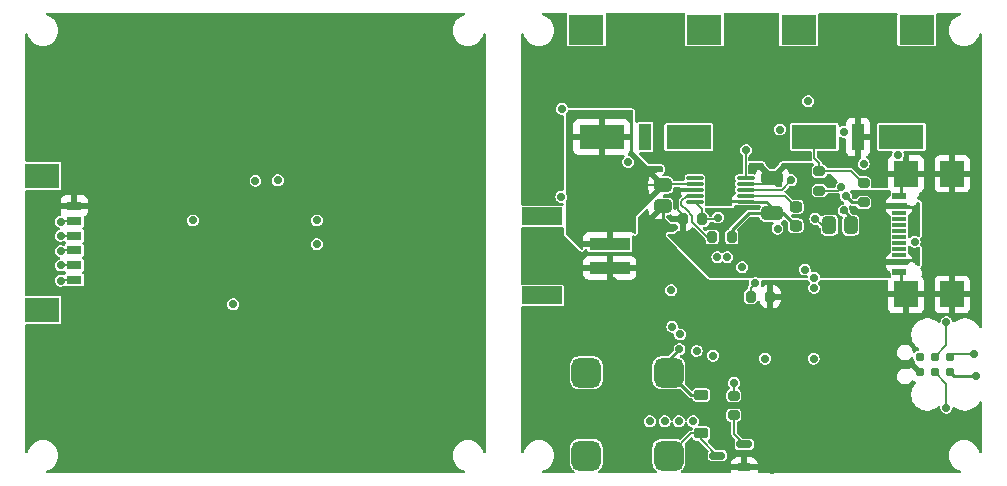
<source format=gbr>
%TF.GenerationSoftware,KiCad,Pcbnew,8.0.8*%
%TF.CreationDate,2025-02-13T14:20:33-05:00*%
%TF.ProjectId,GF24,47463234-2e6b-4696-9361-645f70636258,rev?*%
%TF.SameCoordinates,Original*%
%TF.FileFunction,Copper,L4,Bot*%
%TF.FilePolarity,Positive*%
%FSLAX46Y46*%
G04 Gerber Fmt 4.6, Leading zero omitted, Abs format (unit mm)*
G04 Created by KiCad (PCBNEW 8.0.8) date 2025-02-13 14:20:33*
%MOMM*%
%LPD*%
G01*
G04 APERTURE LIST*
G04 Aperture macros list*
%AMRoundRect*
0 Rectangle with rounded corners*
0 $1 Rounding radius*
0 $2 $3 $4 $5 $6 $7 $8 $9 X,Y pos of 4 corners*
0 Add a 4 corners polygon primitive as box body*
4,1,4,$2,$3,$4,$5,$6,$7,$8,$9,$2,$3,0*
0 Add four circle primitives for the rounded corners*
1,1,$1+$1,$2,$3*
1,1,$1+$1,$4,$5*
1,1,$1+$1,$6,$7*
1,1,$1+$1,$8,$9*
0 Add four rect primitives between the rounded corners*
20,1,$1+$1,$2,$3,$4,$5,0*
20,1,$1+$1,$4,$5,$6,$7,0*
20,1,$1+$1,$6,$7,$8,$9,0*
20,1,$1+$1,$8,$9,$2,$3,0*%
G04 Aperture macros list end*
%TA.AperFunction,SMDPad,CuDef*%
%ADD10RoundRect,0.287500X-0.612500X0.287500X-0.612500X-0.287500X0.612500X-0.287500X0.612500X0.287500X0*%
%TD*%
%TA.AperFunction,SMDPad,CuDef*%
%ADD11RoundRect,0.200000X-0.275000X0.200000X-0.275000X-0.200000X0.275000X-0.200000X0.275000X0.200000X0*%
%TD*%
%TA.AperFunction,SMDPad,CuDef*%
%ADD12R,1.150000X0.600000*%
%TD*%
%TA.AperFunction,SMDPad,CuDef*%
%ADD13R,1.150000X0.300000*%
%TD*%
%TA.AperFunction,SMDPad,CuDef*%
%ADD14R,2.000000X2.180000*%
%TD*%
%TA.AperFunction,SMDPad,CuDef*%
%ADD15RoundRect,0.622300X0.622300X0.622300X-0.622300X0.622300X-0.622300X-0.622300X0.622300X-0.622300X0*%
%TD*%
%TA.AperFunction,SMDPad,CuDef*%
%ADD16RoundRect,0.200000X0.200000X0.275000X-0.200000X0.275000X-0.200000X-0.275000X0.200000X-0.275000X0*%
%TD*%
%TA.AperFunction,SMDPad,CuDef*%
%ADD17R,3.500000X1.000000*%
%TD*%
%TA.AperFunction,SMDPad,CuDef*%
%ADD18R,3.400000X1.500000*%
%TD*%
%TA.AperFunction,SMDPad,CuDef*%
%ADD19R,3.810000X2.030000*%
%TD*%
%TA.AperFunction,SMDPad,CuDef*%
%ADD20R,1.020000X2.290000*%
%TD*%
%TA.AperFunction,SMDPad,CuDef*%
%ADD21R,3.000000X2.500000*%
%TD*%
%TA.AperFunction,SMDPad,CuDef*%
%ADD22RoundRect,0.227500X-0.382500X0.227500X-0.382500X-0.227500X0.382500X-0.227500X0.382500X0.227500X0*%
%TD*%
%TA.AperFunction,SMDPad,CuDef*%
%ADD23RoundRect,0.287500X-0.437500X0.287500X-0.437500X-0.287500X0.437500X-0.287500X0.437500X0.287500X0*%
%TD*%
%TA.AperFunction,SMDPad,CuDef*%
%ADD24RoundRect,0.200000X-0.200000X-0.275000X0.200000X-0.275000X0.200000X0.275000X-0.200000X0.275000X0*%
%TD*%
%TA.AperFunction,SMDPad,CuDef*%
%ADD25RoundRect,0.075000X0.650000X0.075000X-0.650000X0.075000X-0.650000X-0.075000X0.650000X-0.075000X0*%
%TD*%
%TA.AperFunction,HeatsinkPad*%
%ADD26R,2.083000X2.794000*%
%TD*%
%TA.AperFunction,SMDPad,CuDef*%
%ADD27RoundRect,0.150000X0.512500X0.150000X-0.512500X0.150000X-0.512500X-0.150000X0.512500X-0.150000X0*%
%TD*%
%TA.AperFunction,ConnectorPad*%
%ADD28C,0.787400*%
%TD*%
%TA.AperFunction,SMDPad,CuDef*%
%ADD29R,1.300000X0.800000*%
%TD*%
%TA.AperFunction,SMDPad,CuDef*%
%ADD30R,3.000000X2.100000*%
%TD*%
%TA.AperFunction,SMDPad,CuDef*%
%ADD31RoundRect,0.287500X-0.287500X-0.437500X0.287500X-0.437500X0.287500X0.437500X-0.287500X0.437500X0*%
%TD*%
%TA.AperFunction,SMDPad,CuDef*%
%ADD32RoundRect,0.200000X0.275000X-0.200000X0.275000X0.200000X-0.275000X0.200000X-0.275000X-0.200000X0*%
%TD*%
%TA.AperFunction,SMDPad,CuDef*%
%ADD33RoundRect,0.237500X-0.262500X0.237500X-0.262500X-0.237500X0.262500X-0.237500X0.262500X0.237500X0*%
%TD*%
%TA.AperFunction,ViaPad*%
%ADD34C,0.700000*%
%TD*%
%TA.AperFunction,Conductor*%
%ADD35C,0.160000*%
%TD*%
%TA.AperFunction,Conductor*%
%ADD36C,0.250000*%
%TD*%
G04 APERTURE END LIST*
D10*
%TO.P,C11,1*%
%TO.N,VBUS*%
X133750000Y-104500000D03*
%TO.P,C11,2*%
%TO.N,GND*%
X133750000Y-107500000D03*
%TD*%
D11*
%TO.P,R13,1*%
%TO.N,/MODE-H*%
X137750000Y-103925000D03*
%TO.P,R13,2*%
%TO.N,MODE*%
X137750000Y-105575000D03*
%TD*%
D12*
%TO.P,J2,A1/B12,GND*%
%TO.N,GND*%
X144495000Y-106050000D03*
%TO.P,J2,A4/B9,VBUS*%
%TO.N,VBUS*%
X144495000Y-106850000D03*
D13*
%TO.P,J2,A5,CC1*%
%TO.N,unconnected-(J2-CC1-PadA5)*%
X144495000Y-108000000D03*
%TO.P,J2,A6,DP1*%
%TO.N,unconnected-(J2-DP1-PadA6)*%
X144495000Y-109000000D03*
%TO.P,J2,A7,DN1*%
%TO.N,unconnected-(J2-DN1-PadA7)*%
X144495000Y-109500000D03*
%TO.P,J2,A8,SBU1*%
%TO.N,unconnected-(J2-SBU1-PadA8)*%
X144495000Y-110500000D03*
D12*
%TO.P,J2,B1/A12,GND*%
%TO.N,GND*%
X144495000Y-112450000D03*
%TO.P,J2,B4/A9,VBUS*%
%TO.N,VBUS*%
X144495000Y-111650000D03*
D13*
%TO.P,J2,B5,CC2*%
%TO.N,unconnected-(J2-CC2-PadB5)*%
X144495000Y-111000000D03*
%TO.P,J2,B6,DP2*%
%TO.N,unconnected-(J2-DP2-PadB6)*%
X144495000Y-110000000D03*
%TO.P,J2,B7,DN2*%
%TO.N,unconnected-(J2-DN2-PadB7)*%
X144495000Y-108500000D03*
%TO.P,J2,B8,SBU2*%
%TO.N,unconnected-(J2-SBU2-PadB8)*%
X144495000Y-107500000D03*
D14*
%TO.P,J2,S1,GND*%
%TO.N,GND*%
X145070000Y-104140000D03*
%TO.P,J2,S2,GND*%
X145070000Y-114360000D03*
%TO.P,J2,S3,GND*%
X149000000Y-104140000D03*
%TO.P,J2,S4,GND*%
X149000000Y-114360000D03*
%TD*%
D15*
%TO.P,U5,1,+*%
%TO.N,+3V3*%
X125000001Y-120999999D03*
%TO.P,U5,2,-*%
%TO.N,/BUZZ-*%
X125000001Y-128000001D03*
%TO.P,U5,3,NC*%
%TO.N,unconnected-(U5-NC-Pad3)*%
X117999999Y-128000001D03*
%TO.P,U5,4,NC*%
%TO.N,unconnected-(U5-NC-Pad4)*%
X117999999Y-120999999D03*
%TD*%
D16*
%TO.P,R6,1*%
%TO.N,/CH-TH-DIV*%
X127825000Y-108000000D03*
%TO.P,R6,2*%
%TO.N,VBUS*%
X126175000Y-108000000D03*
%TD*%
D17*
%TO.P,J3,1,1*%
%TO.N,GND*%
X120000000Y-112100000D03*
%TO.P,J3,2,2*%
%TO.N,BAT+*%
X120000000Y-110100000D03*
D18*
%TO.P,J3,3,3*%
%TO.N,unconnected-(J3-Pad3)*%
X114250000Y-107750000D03*
%TO.P,J3,4,4*%
%TO.N,unconnected-(J3-Pad4)*%
X114250000Y-114450000D03*
%TD*%
D19*
%TO.P,SW4,1,1*%
%TO.N,BAT+*%
X119315000Y-101035000D03*
D20*
%TO.P,SW4,2,COM*%
%TO.N,/REG_I*%
X123000000Y-101035000D03*
D19*
%TO.P,SW4,3,3*%
%TO.N,unconnected-(SW4-Pad3)*%
X126685000Y-101035000D03*
D21*
%TO.P,SW4,4,NC*%
%TO.N,unconnected-(SW4-NC-Pad4)*%
X118000000Y-91965000D03*
%TO.P,SW4,5,NC*%
%TO.N,unconnected-(SW4-NC-Pad5)*%
X128000000Y-91965000D03*
%TD*%
D22*
%TO.P,D1,1,K*%
%TO.N,+3V3*%
X127750000Y-122864999D03*
%TO.P,D1,2,A*%
%TO.N,/BUZZ-*%
X127750000Y-126135001D03*
%TD*%
D23*
%TO.P,C13,1*%
%TO.N,BAT+*%
X124500000Y-105100000D03*
%TO.P,C13,2*%
%TO.N,GND*%
X124500000Y-106900000D03*
%TD*%
D24*
%TO.P,TH1,1*%
%TO.N,/CH-TH-DIV*%
X131925000Y-114550000D03*
%TO.P,TH1,2*%
%TO.N,GND*%
X133575000Y-114550000D03*
%TD*%
D25*
%TO.P,U4,1,N-CHRG*%
%TO.N,N-CHRG*%
X131500000Y-104500000D03*
%TO.P,U4,2,VCC*%
%TO.N,VBUS*%
X131500000Y-105000000D03*
%TO.P,U4,3,N-FAULT*%
%TO.N,N-FAULT*%
X131500000Y-105500000D03*
%TO.P,U4,4,TIMER*%
%TO.N,/CH-TIMER*%
X131500000Y-106000000D03*
%TO.P,U4,5,GND*%
%TO.N,GND*%
X131500000Y-106500000D03*
%TO.P,U4,6,NTC*%
%TO.N,/CH-TH-DIV*%
X127200000Y-106500000D03*
%TO.P,U4,7,PROG*%
%TO.N,/CH-PROG*%
X127200000Y-106000000D03*
%TO.P,U4,8,SEL*%
%TO.N,VBUS*%
X127200000Y-105500000D03*
%TO.P,U4,9,BAT*%
%TO.N,BAT+*%
X127200000Y-105000000D03*
%TO.P,U4,10,N-ACPR*%
%TO.N,unconnected-(U4-N-ACPR-Pad10)*%
X127200000Y-104500000D03*
D26*
%TO.P,U4,11,GND*%
%TO.N,GND*%
X129350000Y-105500000D03*
%TD*%
D27*
%TO.P,Q1,1,B*%
%TO.N,/BUZZ-QB*%
X131387500Y-127050000D03*
%TO.P,Q1,2,E*%
%TO.N,GND*%
X131387500Y-128950000D03*
%TO.P,Q1,3,C*%
%TO.N,/BUZZ-*%
X129112500Y-128000000D03*
%TD*%
D16*
%TO.P,R5,1*%
%TO.N,GND*%
X130325000Y-109500000D03*
%TO.P,R5,2*%
%TO.N,/CH-PROG*%
X128675000Y-109500000D03*
%TD*%
D28*
%TO.P,J1,1,VCC*%
%TO.N,+3V3*%
X148786000Y-120925000D03*
%TO.P,J1,2,SWDIO*%
%TO.N,/SWDIO*%
X148786000Y-119655000D03*
%TO.P,J1,3,~{RESET}*%
%TO.N,NRST*%
X147516000Y-120925000D03*
%TO.P,J1,4,SWCLK*%
%TO.N,/SWDCLK*%
X147516000Y-119655000D03*
%TO.P,J1,5,GND*%
%TO.N,GND*%
X146246000Y-120925000D03*
%TO.P,J1,6,SWO*%
%TO.N,unconnected-(J1-SWO-Pad6)*%
X146246000Y-119655000D03*
%TD*%
D29*
%TO.P,J5,1,1*%
%TO.N,GNSS-TIMEPULSE*%
X74650000Y-113125000D03*
%TO.P,J5,2,2*%
%TO.N,GNSS-TX*%
X74650000Y-111875000D03*
%TO.P,J5,3,3*%
%TO.N,GNSS-RX*%
X74650000Y-110625000D03*
%TO.P,J5,4,4*%
%TO.N,GNSS-N-RESET*%
X74650000Y-109375000D03*
%TO.P,J5,5,5*%
%TO.N,GNSS-3V3*%
X74650000Y-108125000D03*
%TO.P,J5,6,6*%
%TO.N,GNSS-GND*%
X74650000Y-106875000D03*
D30*
%TO.P,J5,S1,SHIELD*%
%TO.N,unconnected-(J5-SHIELD-PadS1)*%
X71900000Y-115675000D03*
%TO.P,J5,S2,SHIELD*%
%TO.N,unconnected-(J5-SHIELD-PadS2)*%
X71900000Y-104325000D03*
%TD*%
D31*
%TO.P,C15,1*%
%TO.N,MODE*%
X138600000Y-108500000D03*
%TO.P,C15,2*%
%TO.N,GND*%
X140400000Y-108500000D03*
%TD*%
D11*
%TO.P,R14,1*%
%TO.N,/MODE-H*%
X141500000Y-104925000D03*
%TO.P,R14,2*%
%TO.N,+3V3*%
X141500000Y-106575000D03*
%TD*%
D19*
%TO.P,SW5,1,1*%
%TO.N,/MODE-H*%
X137315000Y-101035000D03*
D20*
%TO.P,SW5,2,COM*%
%TO.N,GND*%
X141000000Y-101035000D03*
D19*
%TO.P,SW5,3,3*%
%TO.N,unconnected-(SW5-Pad3)*%
X144685000Y-101035000D03*
D21*
%TO.P,SW5,4,NC*%
%TO.N,unconnected-(SW5-NC-Pad4)*%
X136000000Y-91965000D03*
%TO.P,SW5,5,NC*%
%TO.N,unconnected-(SW5-NC-Pad5)*%
X146000000Y-91965000D03*
%TD*%
D32*
%TO.P,R2,1*%
%TO.N,/BUZZ-QB*%
X130500000Y-124575000D03*
%TO.P,R2,2*%
%TO.N,BUZZER*%
X130500000Y-122925000D03*
%TD*%
D33*
%TO.P,C12,1*%
%TO.N,/CH-TIMER*%
X135750000Y-106950001D03*
%TO.P,C12,2*%
%TO.N,GND*%
X135750000Y-108549999D03*
%TD*%
D34*
%TO.N,GND*%
X139800000Y-107250000D03*
X125250000Y-96500000D03*
X120750000Y-127250000D03*
X116500000Y-94750000D03*
X115250000Y-103750000D03*
X131500000Y-93000000D03*
X125250000Y-108750000D03*
X123900000Y-115400000D03*
X129750000Y-99250000D03*
X140000000Y-128500000D03*
X150750000Y-98750000D03*
X136250000Y-118750000D03*
X138900000Y-103300000D03*
X123750000Y-98500000D03*
X147250000Y-100250000D03*
X141500000Y-96500000D03*
X133750000Y-129250000D03*
X120250000Y-113250000D03*
%TO.N,+3V3*%
X151000000Y-121250000D03*
X125900000Y-119000000D03*
X140000000Y-106050000D03*
%TO.N,NRST*%
X125200000Y-114000000D03*
X115900000Y-106100000D03*
X148500000Y-123950000D03*
%TO.N,/REG_I*%
X123000000Y-101035000D03*
X139800000Y-100600000D03*
X134400000Y-100400000D03*
%TO.N,BUTTON*%
X137300000Y-112950000D03*
X144400000Y-102550000D03*
%TO.N,VBUS*%
X133750000Y-104500000D03*
X136800000Y-98000000D03*
X143350000Y-105850000D03*
X142300000Y-108750000D03*
%TO.N,MODE*%
X137300000Y-113800000D03*
X137400000Y-107950000D03*
X139600000Y-105300000D03*
%TO.N,/SWDCLK*%
X134200000Y-108800000D03*
X148500000Y-116700000D03*
%TO.N,/SWDIO*%
X136500000Y-112250000D03*
X150800000Y-119400000D03*
%TO.N,BUZZER*%
X130500000Y-121850000D03*
X131200000Y-112050000D03*
%TO.N,/CH-TH-DIV*%
X132300000Y-113400000D03*
X129150000Y-107850000D03*
%TO.N,I2C-SDA*%
X137250000Y-119800000D03*
X133150000Y-119800000D03*
%TO.N,STATG*%
X129100000Y-111200000D03*
X121550000Y-103150000D03*
%TO.N,STATR*%
X115950000Y-98650000D03*
X129950000Y-111200000D03*
%TO.N,N-FAULT*%
X135350000Y-104700000D03*
X141500000Y-103300000D03*
%TO.N,N-CHRG*%
X145800000Y-109900000D03*
X131550000Y-102150000D03*
%TO.N,GNSS-RX*%
X73500000Y-110700000D03*
X95200000Y-108100000D03*
%TO.N,GNSS-TIMEPULSE*%
X88100000Y-115200000D03*
X73500000Y-113200000D03*
%TO.N,GNSS-TX*%
X73500000Y-111900000D03*
X95200000Y-110100000D03*
%TO.N,GNSS-N-RESET*%
X90000000Y-104750000D03*
X73500000Y-109400000D03*
%TO.N,/GNSS-ST-RX*%
X124650000Y-125100000D03*
X125950000Y-117750000D03*
%TO.N,/GNSS-ST-TIMEPULSE*%
X127050000Y-125100000D03*
X128750000Y-119550000D03*
%TO.N,/GNSS-ST-TX*%
X127350000Y-119150000D03*
X125850000Y-125100000D03*
%TO.N,/GNSS-ST-N-RESET*%
X123400000Y-125100000D03*
X125300000Y-117100000D03*
%TO.N,GNSS-3V3*%
X84700000Y-108100000D03*
X73500000Y-108200000D03*
X91900000Y-104700000D03*
%TO.N,GNSS-GND*%
X80000000Y-110000000D03*
X95100000Y-116600000D03*
X100000000Y-100000000D03*
X84800000Y-106200000D03*
X97000000Y-103000000D03*
X83000000Y-119000000D03*
X86200000Y-118000000D03*
X95100000Y-103400000D03*
X95000000Y-120000000D03*
X83000000Y-103000000D03*
X96600000Y-104900000D03*
X82000000Y-111900000D03*
X83000000Y-101000000D03*
X100000000Y-115000000D03*
X82000000Y-113800000D03*
X99000000Y-117000000D03*
X98000000Y-110000000D03*
X98000000Y-113800000D03*
X89000000Y-107000000D03*
X93800000Y-102000000D03*
X100000000Y-110000000D03*
X97000000Y-119000000D03*
X99000000Y-103000000D03*
X83400000Y-104900000D03*
X84800000Y-113800000D03*
X92000000Y-111900000D03*
X96600000Y-115100000D03*
X90000000Y-102000000D03*
X85000000Y-100000000D03*
X95000000Y-100000000D03*
X93800000Y-104800000D03*
X83400000Y-115100000D03*
X90000000Y-100000000D03*
X80000000Y-120000000D03*
X95200000Y-106200000D03*
X84900000Y-103400000D03*
X86200000Y-104800000D03*
X97000000Y-117000000D03*
X97000000Y-101000000D03*
X83000000Y-117000000D03*
X92000000Y-107000000D03*
X93800000Y-118000000D03*
X81000000Y-103000000D03*
X95200000Y-113800000D03*
X80000000Y-115000000D03*
X88000000Y-111900000D03*
X86200000Y-102000000D03*
X90000000Y-110000000D03*
X98000000Y-106200000D03*
X84800000Y-111900000D03*
X81000000Y-117000000D03*
X85000000Y-120000000D03*
X93800000Y-115200000D03*
X100000000Y-105000000D03*
X90000000Y-120000000D03*
X82000000Y-110000000D03*
X90000000Y-118000000D03*
X84900000Y-116600000D03*
X86200000Y-115200000D03*
X80000000Y-100000000D03*
X80000000Y-105000000D03*
X100000000Y-120000000D03*
%TD*%
D35*
%TO.N,BAT+*%
X124650000Y-105100000D02*
X124750000Y-105000000D01*
X121150000Y-105100000D02*
X120000000Y-106250000D01*
X120000000Y-106250000D02*
X120000000Y-110100000D01*
X124750000Y-105000000D02*
X127200000Y-105000000D01*
X124500000Y-105100000D02*
X121150000Y-105100000D01*
X124500000Y-105100000D02*
X124650000Y-105100000D01*
D36*
%TO.N,GND*%
X124500000Y-106900000D02*
X124500000Y-108000000D01*
X133750000Y-107000000D02*
X133250000Y-106500000D01*
X140400000Y-107850000D02*
X140400000Y-108500000D01*
X144612501Y-106050000D02*
X144612501Y-104715000D01*
X133750000Y-107500000D02*
X134700001Y-107500000D01*
X131750000Y-107500000D02*
X133750000Y-107500000D01*
X130325000Y-108925000D02*
X131750000Y-107500000D01*
X144612501Y-112450000D02*
X144612501Y-113785000D01*
X130325000Y-109500000D02*
X130325000Y-108925000D01*
X139800000Y-107250000D02*
X140400000Y-107850000D01*
X134700001Y-107500000D02*
X135750000Y-108549999D01*
X133750000Y-107500000D02*
X133750000Y-107000000D01*
X124500000Y-108000000D02*
X125250000Y-108750000D01*
X133250000Y-106500000D02*
X131500000Y-106500000D01*
X144612501Y-104715000D02*
X145187501Y-104140000D01*
X144612501Y-113785000D02*
X145187501Y-114360000D01*
D35*
%TO.N,/BUZZ-*%
X127750000Y-126135001D02*
X127750000Y-126637500D01*
X127750000Y-126637500D02*
X129112500Y-128000000D01*
X125000001Y-128000001D02*
X126865001Y-126135001D01*
X126865001Y-126135001D02*
X127750000Y-126135001D01*
D36*
%TO.N,+3V3*%
X149111000Y-121250000D02*
X151000000Y-121250000D01*
X126865001Y-122864999D02*
X127750000Y-122864999D01*
X125000001Y-119899999D02*
X125900000Y-119000000D01*
X148786000Y-120925000D02*
X149111000Y-121250000D01*
X125000001Y-120999999D02*
X126865001Y-122864999D01*
X125000001Y-120999999D02*
X125000001Y-119899999D01*
X140000000Y-106050000D02*
X140525000Y-106575000D01*
X140525000Y-106575000D02*
X141500000Y-106575000D01*
D35*
%TO.N,NRST*%
X147516000Y-120925000D02*
X148500000Y-121909000D01*
X148500000Y-121909000D02*
X148500000Y-123950000D01*
%TO.N,VBUS*%
X125750000Y-105750000D02*
X125750000Y-107250000D01*
X133250000Y-105000000D02*
X133750000Y-104500000D01*
X133250000Y-105000000D02*
X131500000Y-105000000D01*
X127200000Y-105500000D02*
X126000000Y-105500000D01*
X125750000Y-107250000D02*
X126175000Y-107675000D01*
X126175000Y-107675000D02*
X126175000Y-108000000D01*
X126000000Y-105500000D02*
X125750000Y-105750000D01*
%TO.N,/CH-TIMER*%
X134799999Y-106000000D02*
X131500000Y-106000000D01*
X135750000Y-106950001D02*
X134799999Y-106000000D01*
%TO.N,MODE*%
X139325000Y-105575000D02*
X139600000Y-105300000D01*
X137400000Y-107950000D02*
X137950000Y-108500000D01*
X137750000Y-105575000D02*
X139325000Y-105575000D01*
X137950000Y-108500000D02*
X138600000Y-108500000D01*
%TO.N,/SWDCLK*%
X148500000Y-116700000D02*
X148500000Y-118671000D01*
X148500000Y-118671000D02*
X147516000Y-119655000D01*
%TO.N,/SWDIO*%
X149041000Y-119400000D02*
X150800000Y-119400000D01*
X148786000Y-119655000D02*
X149041000Y-119400000D01*
%TO.N,/BUZZ-QB*%
X130500000Y-126162500D02*
X130500000Y-124575000D01*
X131387500Y-127050000D02*
X130500000Y-126162500D01*
%TO.N,BUZZER*%
X130500000Y-122925000D02*
X130500000Y-121850000D01*
%TO.N,/CH-PROG*%
X126513654Y-107250000D02*
X126500000Y-107250000D01*
X126500000Y-107250000D02*
X126060000Y-106810000D01*
X126500000Y-106000000D02*
X127200000Y-106000000D01*
X126060000Y-106810000D02*
X126060000Y-106440000D01*
X126060000Y-106440000D02*
X126500000Y-106000000D01*
X128236346Y-109500000D02*
X127000000Y-108263654D01*
X127000000Y-108263654D02*
X127000000Y-107736346D01*
X128675000Y-109500000D02*
X128236346Y-109500000D01*
X127000000Y-107736346D02*
X126513654Y-107250000D01*
%TO.N,/CH-TH-DIV*%
X131925000Y-114550000D02*
X131925000Y-113775000D01*
X129000000Y-108000000D02*
X129150000Y-107850000D01*
X127825000Y-108000000D02*
X127825000Y-107125000D01*
X131925000Y-113775000D02*
X132300000Y-113400000D01*
X127825000Y-107125000D02*
X127200000Y-106500000D01*
X127825000Y-108000000D02*
X129000000Y-108000000D01*
%TO.N,/MODE-H*%
X137315000Y-100535000D02*
X137315000Y-102815000D01*
X137315000Y-102815000D02*
X137750000Y-103250000D01*
X137750000Y-103250000D02*
X137750000Y-103925000D01*
X141425000Y-104925000D02*
X141500000Y-104925000D01*
X137750000Y-103925000D02*
X140425000Y-103925000D01*
X140425000Y-103925000D02*
X141425000Y-104925000D01*
%TO.N,N-FAULT*%
X134550000Y-105500000D02*
X135350000Y-104700000D01*
X131500000Y-105500000D02*
X134550000Y-105500000D01*
%TO.N,N-CHRG*%
X131500000Y-104500000D02*
X131500000Y-102200000D01*
X131500000Y-102200000D02*
X131550000Y-102150000D01*
%TO.N,GNSS-RX*%
X74650000Y-110625000D02*
X73575000Y-110625000D01*
X73575000Y-110625000D02*
X73500000Y-110700000D01*
%TO.N,GNSS-TIMEPULSE*%
X73575000Y-113125000D02*
X73500000Y-113200000D01*
X74650000Y-113125000D02*
X73575000Y-113125000D01*
%TO.N,GNSS-TX*%
X74650000Y-111875000D02*
X73525000Y-111875000D01*
X73525000Y-111875000D02*
X73500000Y-111900000D01*
%TO.N,GNSS-N-RESET*%
X74650000Y-109375000D02*
X73525000Y-109375000D01*
X73525000Y-109375000D02*
X73500000Y-109400000D01*
%TO.N,GNSS-3V3*%
X74650000Y-108125000D02*
X73575000Y-108125000D01*
X73575000Y-108125000D02*
X73500000Y-108200000D01*
%TD*%
%TA.AperFunction,Conductor*%
%TO.N,GNSS-GND*%
G36*
X107698493Y-90519685D02*
G01*
X107744248Y-90572489D01*
X107754192Y-90641647D01*
X107725167Y-90705203D01*
X107666389Y-90742977D01*
X107663547Y-90743775D01*
X107553511Y-90773258D01*
X107553502Y-90773261D01*
X107347267Y-90869431D01*
X107347265Y-90869432D01*
X107160858Y-90999954D01*
X106999954Y-91160858D01*
X106869432Y-91347265D01*
X106869431Y-91347267D01*
X106773261Y-91553502D01*
X106773258Y-91553511D01*
X106714366Y-91773302D01*
X106714364Y-91773313D01*
X106694532Y-91999998D01*
X106694532Y-92000001D01*
X106714364Y-92226686D01*
X106714366Y-92226697D01*
X106773258Y-92446488D01*
X106773261Y-92446497D01*
X106869431Y-92652732D01*
X106869432Y-92652734D01*
X106999954Y-92839141D01*
X107160858Y-93000045D01*
X107160861Y-93000047D01*
X107347266Y-93130568D01*
X107553504Y-93226739D01*
X107773308Y-93285635D01*
X107935230Y-93299801D01*
X107999998Y-93305468D01*
X108000000Y-93305468D01*
X108000002Y-93305468D01*
X108056673Y-93300509D01*
X108226692Y-93285635D01*
X108446496Y-93226739D01*
X108652734Y-93130568D01*
X108839139Y-93000047D01*
X109000047Y-92839139D01*
X109130568Y-92652734D01*
X109226739Y-92446496D01*
X109256225Y-92336451D01*
X109292590Y-92276791D01*
X109355437Y-92246262D01*
X109424812Y-92254556D01*
X109478690Y-92299042D01*
X109499965Y-92365594D01*
X109500000Y-92368545D01*
X109500000Y-127631454D01*
X109480315Y-127698493D01*
X109427511Y-127744248D01*
X109358353Y-127754192D01*
X109294797Y-127725167D01*
X109257023Y-127666389D01*
X109256225Y-127663547D01*
X109226741Y-127553511D01*
X109226738Y-127553502D01*
X109218645Y-127536146D01*
X109130568Y-127347266D01*
X109000047Y-127160861D01*
X109000045Y-127160858D01*
X108839141Y-126999954D01*
X108652734Y-126869432D01*
X108652732Y-126869431D01*
X108446497Y-126773261D01*
X108446488Y-126773258D01*
X108226697Y-126714366D01*
X108226693Y-126714365D01*
X108226692Y-126714365D01*
X108226691Y-126714364D01*
X108226686Y-126714364D01*
X108000002Y-126694532D01*
X107999998Y-126694532D01*
X107773313Y-126714364D01*
X107773302Y-126714366D01*
X107553511Y-126773258D01*
X107553502Y-126773261D01*
X107347267Y-126869431D01*
X107347265Y-126869432D01*
X107160858Y-126999954D01*
X106999954Y-127160858D01*
X106869432Y-127347265D01*
X106869431Y-127347267D01*
X106773261Y-127553502D01*
X106773258Y-127553511D01*
X106714366Y-127773302D01*
X106714364Y-127773313D01*
X106694532Y-127999998D01*
X106694532Y-128000001D01*
X106714364Y-128226686D01*
X106714366Y-128226697D01*
X106773258Y-128446488D01*
X106773261Y-128446497D01*
X106869431Y-128652732D01*
X106869432Y-128652734D01*
X106999954Y-128839141D01*
X107160858Y-129000045D01*
X107160861Y-129000047D01*
X107347266Y-129130568D01*
X107553504Y-129226739D01*
X107553509Y-129226740D01*
X107553511Y-129226741D01*
X107663547Y-129256225D01*
X107723208Y-129292590D01*
X107753737Y-129355437D01*
X107745442Y-129424812D01*
X107700957Y-129478690D01*
X107634405Y-129499965D01*
X107631454Y-129500000D01*
X72368546Y-129500000D01*
X72301507Y-129480315D01*
X72255752Y-129427511D01*
X72245808Y-129358353D01*
X72274833Y-129294797D01*
X72333611Y-129257023D01*
X72336453Y-129256225D01*
X72402957Y-129238405D01*
X72446496Y-129226739D01*
X72652734Y-129130568D01*
X72839139Y-129000047D01*
X73000047Y-128839139D01*
X73130568Y-128652734D01*
X73226739Y-128446496D01*
X73285635Y-128226692D01*
X73305468Y-128000000D01*
X73285635Y-127773308D01*
X73226739Y-127553504D01*
X73130568Y-127347266D01*
X73000047Y-127160861D01*
X73000045Y-127160858D01*
X72839141Y-126999954D01*
X72652734Y-126869432D01*
X72652732Y-126869431D01*
X72446497Y-126773261D01*
X72446488Y-126773258D01*
X72226697Y-126714366D01*
X72226693Y-126714365D01*
X72226692Y-126714365D01*
X72226691Y-126714364D01*
X72226686Y-126714364D01*
X72000002Y-126694532D01*
X71999998Y-126694532D01*
X71773313Y-126714364D01*
X71773302Y-126714366D01*
X71553511Y-126773258D01*
X71553502Y-126773261D01*
X71347267Y-126869431D01*
X71347265Y-126869432D01*
X71160858Y-126999954D01*
X70999954Y-127160858D01*
X70869432Y-127347265D01*
X70869431Y-127347267D01*
X70773261Y-127553502D01*
X70773258Y-127553511D01*
X70743775Y-127663547D01*
X70707410Y-127723208D01*
X70644563Y-127753737D01*
X70575188Y-127745442D01*
X70521310Y-127700957D01*
X70500035Y-127634405D01*
X70500000Y-127631454D01*
X70500000Y-116999500D01*
X70519685Y-116932461D01*
X70572489Y-116886706D01*
X70624000Y-116875500D01*
X73414822Y-116875500D01*
X73458717Y-116866768D01*
X73458717Y-116866767D01*
X73458722Y-116866767D01*
X73508504Y-116833504D01*
X73541767Y-116783722D01*
X73550500Y-116739820D01*
X73550500Y-115200000D01*
X87594353Y-115200000D01*
X87614834Y-115342456D01*
X87674622Y-115473371D01*
X87674623Y-115473373D01*
X87768872Y-115582143D01*
X87889947Y-115659953D01*
X87889950Y-115659954D01*
X87889949Y-115659954D01*
X88028036Y-115700499D01*
X88028038Y-115700500D01*
X88028039Y-115700500D01*
X88171962Y-115700500D01*
X88171962Y-115700499D01*
X88310053Y-115659953D01*
X88431128Y-115582143D01*
X88525377Y-115473373D01*
X88585165Y-115342457D01*
X88605647Y-115200000D01*
X88585165Y-115057543D01*
X88525377Y-114926627D01*
X88431128Y-114817857D01*
X88310053Y-114740047D01*
X88310051Y-114740046D01*
X88310049Y-114740045D01*
X88310050Y-114740045D01*
X88171963Y-114699500D01*
X88171961Y-114699500D01*
X88028039Y-114699500D01*
X88028036Y-114699500D01*
X87889949Y-114740045D01*
X87768873Y-114817856D01*
X87674623Y-114926626D01*
X87674622Y-114926628D01*
X87614834Y-115057543D01*
X87594353Y-115200000D01*
X73550500Y-115200000D01*
X73550500Y-114610180D01*
X73550500Y-114610177D01*
X73541768Y-114566282D01*
X73541767Y-114566281D01*
X73541767Y-114566278D01*
X73508504Y-114516496D01*
X73508503Y-114516495D01*
X73458724Y-114483234D01*
X73458717Y-114483231D01*
X73414822Y-114474500D01*
X73414820Y-114474500D01*
X70624000Y-114474500D01*
X70556961Y-114454815D01*
X70511206Y-114402011D01*
X70500000Y-114350500D01*
X70500000Y-108200000D01*
X72994353Y-108200000D01*
X73014834Y-108342456D01*
X73028953Y-108373371D01*
X73074623Y-108473373D01*
X73168872Y-108582143D01*
X73246683Y-108632148D01*
X73289948Y-108659954D01*
X73361704Y-108681023D01*
X73420482Y-108718797D01*
X73449507Y-108782353D01*
X73439563Y-108851511D01*
X73393809Y-108904315D01*
X73361704Y-108918977D01*
X73289948Y-108940045D01*
X73168873Y-109017856D01*
X73074623Y-109126626D01*
X73074622Y-109126628D01*
X73014834Y-109257543D01*
X72994353Y-109400000D01*
X73014834Y-109542456D01*
X73040886Y-109599500D01*
X73074623Y-109673373D01*
X73168872Y-109782143D01*
X73289947Y-109859953D01*
X73289950Y-109859954D01*
X73289949Y-109859954D01*
X73428036Y-109900499D01*
X73428038Y-109900500D01*
X73428039Y-109900500D01*
X73571962Y-109900500D01*
X73571962Y-109900499D01*
X73710053Y-109859953D01*
X73723508Y-109851305D01*
X73790547Y-109831620D01*
X73857587Y-109851304D01*
X73882224Y-109875503D01*
X73882860Y-109874868D01*
X73891495Y-109883503D01*
X73891496Y-109883504D01*
X73911542Y-109896898D01*
X73956347Y-109950510D01*
X73965054Y-110019835D01*
X73934900Y-110082862D01*
X73911543Y-110103101D01*
X73906911Y-110106195D01*
X73891495Y-110116496D01*
X73858230Y-110166281D01*
X73857541Y-110167945D01*
X73855072Y-110171008D01*
X73851448Y-110176432D01*
X73850962Y-110176107D01*
X73813695Y-110222344D01*
X73747399Y-110244402D01*
X73708051Y-110239458D01*
X73571964Y-110199500D01*
X73571961Y-110199500D01*
X73428039Y-110199500D01*
X73428036Y-110199500D01*
X73289949Y-110240045D01*
X73168873Y-110317856D01*
X73074623Y-110426626D01*
X73074622Y-110426628D01*
X73014834Y-110557543D01*
X72994353Y-110700000D01*
X73014834Y-110842456D01*
X73074622Y-110973371D01*
X73074623Y-110973373D01*
X73168872Y-111082143D01*
X73246683Y-111132148D01*
X73289948Y-111159954D01*
X73361704Y-111181023D01*
X73420482Y-111218797D01*
X73449507Y-111282353D01*
X73439563Y-111351511D01*
X73393809Y-111404315D01*
X73361704Y-111418977D01*
X73289948Y-111440045D01*
X73168873Y-111517856D01*
X73074623Y-111626626D01*
X73074622Y-111626628D01*
X73014834Y-111757543D01*
X72994353Y-111900000D01*
X73014834Y-112042456D01*
X73074622Y-112173371D01*
X73074623Y-112173373D01*
X73168872Y-112282143D01*
X73289947Y-112359953D01*
X73289950Y-112359954D01*
X73289949Y-112359954D01*
X73428036Y-112400499D01*
X73428038Y-112400500D01*
X73428039Y-112400500D01*
X73571962Y-112400500D01*
X73571962Y-112400499D01*
X73710053Y-112359953D01*
X73723508Y-112351305D01*
X73790547Y-112331620D01*
X73857587Y-112351304D01*
X73882224Y-112375503D01*
X73882860Y-112374868D01*
X73891495Y-112383503D01*
X73891496Y-112383504D01*
X73911542Y-112396898D01*
X73956347Y-112450510D01*
X73965054Y-112519835D01*
X73934900Y-112582862D01*
X73911543Y-112603101D01*
X73906911Y-112606195D01*
X73891495Y-112616496D01*
X73858230Y-112666281D01*
X73857541Y-112667945D01*
X73855072Y-112671008D01*
X73851448Y-112676432D01*
X73850962Y-112676107D01*
X73813695Y-112722344D01*
X73747399Y-112744402D01*
X73708051Y-112739458D01*
X73571964Y-112699500D01*
X73571961Y-112699500D01*
X73428039Y-112699500D01*
X73428036Y-112699500D01*
X73289949Y-112740045D01*
X73168873Y-112817856D01*
X73074623Y-112926626D01*
X73074622Y-112926628D01*
X73014834Y-113057543D01*
X72994353Y-113200000D01*
X73014834Y-113342456D01*
X73074622Y-113473371D01*
X73074623Y-113473373D01*
X73168872Y-113582143D01*
X73289947Y-113659953D01*
X73289950Y-113659954D01*
X73289949Y-113659954D01*
X73428036Y-113700499D01*
X73428038Y-113700500D01*
X73428039Y-113700500D01*
X73571962Y-113700500D01*
X73571962Y-113700499D01*
X73710050Y-113659954D01*
X73710051Y-113659954D01*
X73710053Y-113659953D01*
X73754355Y-113631481D01*
X73821393Y-113611797D01*
X73888433Y-113631481D01*
X73890284Y-113632694D01*
X73891495Y-113633503D01*
X73891496Y-113633504D01*
X73941278Y-113666767D01*
X73941280Y-113666767D01*
X73941282Y-113666768D01*
X73985177Y-113675500D01*
X73985180Y-113675500D01*
X75314822Y-113675500D01*
X75358717Y-113666768D01*
X75358717Y-113666767D01*
X75358722Y-113666767D01*
X75408504Y-113633504D01*
X75441767Y-113583722D01*
X75450500Y-113539820D01*
X75450500Y-112710180D01*
X75450500Y-112710177D01*
X75441768Y-112666282D01*
X75441767Y-112666281D01*
X75441767Y-112666278D01*
X75408504Y-112616496D01*
X75388457Y-112603101D01*
X75343653Y-112549492D01*
X75334944Y-112480167D01*
X75365098Y-112417139D01*
X75388458Y-112396898D01*
X75408504Y-112383504D01*
X75441767Y-112333722D01*
X75450500Y-112289820D01*
X75450500Y-111460180D01*
X75450500Y-111460177D01*
X75441768Y-111416282D01*
X75441767Y-111416281D01*
X75441767Y-111416278D01*
X75408504Y-111366496D01*
X75388457Y-111353101D01*
X75343653Y-111299492D01*
X75334944Y-111230167D01*
X75365098Y-111167139D01*
X75388456Y-111146899D01*
X75408504Y-111133504D01*
X75441767Y-111083722D01*
X75450500Y-111039820D01*
X75450500Y-110210180D01*
X75450500Y-110210177D01*
X75441768Y-110166282D01*
X75441767Y-110166281D01*
X75441767Y-110166278D01*
X75408504Y-110116496D01*
X75388457Y-110103101D01*
X75385865Y-110100000D01*
X94694353Y-110100000D01*
X94714834Y-110242456D01*
X94715723Y-110244402D01*
X94774623Y-110373373D01*
X94868872Y-110482143D01*
X94989947Y-110559953D01*
X94989950Y-110559954D01*
X94989949Y-110559954D01*
X95128036Y-110600499D01*
X95128038Y-110600500D01*
X95128039Y-110600500D01*
X95271962Y-110600500D01*
X95271962Y-110600499D01*
X95410053Y-110559953D01*
X95531128Y-110482143D01*
X95625377Y-110373373D01*
X95685165Y-110242457D01*
X95705647Y-110100000D01*
X95685165Y-109957543D01*
X95625377Y-109826627D01*
X95531128Y-109717857D01*
X95410053Y-109640047D01*
X95410051Y-109640046D01*
X95410049Y-109640045D01*
X95410050Y-109640045D01*
X95271963Y-109599500D01*
X95271961Y-109599500D01*
X95128039Y-109599500D01*
X95128036Y-109599500D01*
X94989949Y-109640045D01*
X94868873Y-109717856D01*
X94774623Y-109826626D01*
X94774622Y-109826628D01*
X94714834Y-109957543D01*
X94694353Y-110100000D01*
X75385865Y-110100000D01*
X75343653Y-110049492D01*
X75334944Y-109980167D01*
X75365098Y-109917139D01*
X75388458Y-109896898D01*
X75408504Y-109883504D01*
X75441767Y-109833722D01*
X75450500Y-109789820D01*
X75450500Y-108960180D01*
X75450500Y-108960177D01*
X75441768Y-108916282D01*
X75441767Y-108916281D01*
X75441767Y-108916278D01*
X75408504Y-108866496D01*
X75388457Y-108853101D01*
X75343653Y-108799492D01*
X75334944Y-108730167D01*
X75365098Y-108667139D01*
X75388456Y-108646899D01*
X75408504Y-108633504D01*
X75441767Y-108583722D01*
X75450500Y-108539820D01*
X75450500Y-108100000D01*
X84194353Y-108100000D01*
X84214834Y-108242456D01*
X84260504Y-108342457D01*
X84274623Y-108373373D01*
X84368872Y-108482143D01*
X84489947Y-108559953D01*
X84489950Y-108559954D01*
X84489949Y-108559954D01*
X84628036Y-108600499D01*
X84628038Y-108600500D01*
X84628039Y-108600500D01*
X84771962Y-108600500D01*
X84771962Y-108600499D01*
X84910053Y-108559953D01*
X85031128Y-108482143D01*
X85125377Y-108373373D01*
X85185165Y-108242457D01*
X85205647Y-108100000D01*
X94694353Y-108100000D01*
X94714834Y-108242456D01*
X94760504Y-108342457D01*
X94774623Y-108373373D01*
X94868872Y-108482143D01*
X94989947Y-108559953D01*
X94989950Y-108559954D01*
X94989949Y-108559954D01*
X95128036Y-108600499D01*
X95128038Y-108600500D01*
X95128039Y-108600500D01*
X95271962Y-108600500D01*
X95271962Y-108600499D01*
X95410053Y-108559953D01*
X95531128Y-108482143D01*
X95625377Y-108373373D01*
X95685165Y-108242457D01*
X95705647Y-108100000D01*
X95685165Y-107957543D01*
X95625377Y-107826627D01*
X95531128Y-107717857D01*
X95410053Y-107640047D01*
X95410051Y-107640046D01*
X95410049Y-107640045D01*
X95410050Y-107640045D01*
X95271963Y-107599500D01*
X95271961Y-107599500D01*
X95128039Y-107599500D01*
X95128036Y-107599500D01*
X94989949Y-107640045D01*
X94868873Y-107717856D01*
X94774623Y-107826626D01*
X94774622Y-107826628D01*
X94714834Y-107957543D01*
X94694353Y-108100000D01*
X85205647Y-108100000D01*
X85185165Y-107957543D01*
X85125377Y-107826627D01*
X85031128Y-107717857D01*
X84910053Y-107640047D01*
X84910051Y-107640046D01*
X84910049Y-107640045D01*
X84910050Y-107640045D01*
X84771963Y-107599500D01*
X84771961Y-107599500D01*
X84628039Y-107599500D01*
X84628036Y-107599500D01*
X84489949Y-107640045D01*
X84368873Y-107717856D01*
X84274623Y-107826626D01*
X84274622Y-107826628D01*
X84214834Y-107957543D01*
X84194353Y-108100000D01*
X75450500Y-108100000D01*
X75450500Y-107838608D01*
X75470185Y-107771569D01*
X75522989Y-107725814D01*
X75531171Y-107722425D01*
X75542089Y-107718353D01*
X75542091Y-107718351D01*
X75657187Y-107632190D01*
X75657190Y-107632187D01*
X75743350Y-107517093D01*
X75743354Y-107517086D01*
X75793596Y-107382379D01*
X75793598Y-107382372D01*
X75799999Y-107322844D01*
X75800000Y-107322827D01*
X75800000Y-107125000D01*
X73500000Y-107125000D01*
X73500000Y-107322844D01*
X73506401Y-107382372D01*
X73506403Y-107382379D01*
X73559746Y-107525399D01*
X73558242Y-107525959D01*
X73570944Y-107584341D01*
X73546530Y-107649806D01*
X73490599Y-107691680D01*
X73447260Y-107699500D01*
X73428036Y-107699500D01*
X73289949Y-107740045D01*
X73168873Y-107817856D01*
X73074623Y-107926626D01*
X73074622Y-107926628D01*
X73014834Y-108057543D01*
X72994353Y-108200000D01*
X70500000Y-108200000D01*
X70500000Y-106427155D01*
X73500000Y-106427155D01*
X73500000Y-106625000D01*
X74400000Y-106625000D01*
X74900000Y-106625000D01*
X75800000Y-106625000D01*
X75800000Y-106427172D01*
X75799999Y-106427155D01*
X75793598Y-106367627D01*
X75793596Y-106367620D01*
X75743354Y-106232913D01*
X75743350Y-106232906D01*
X75657190Y-106117812D01*
X75657187Y-106117809D01*
X75542093Y-106031649D01*
X75542086Y-106031645D01*
X75407379Y-105981403D01*
X75407372Y-105981401D01*
X75347844Y-105975000D01*
X74900000Y-105975000D01*
X74900000Y-106625000D01*
X74400000Y-106625000D01*
X74400000Y-105975000D01*
X73952155Y-105975000D01*
X73892627Y-105981401D01*
X73892620Y-105981403D01*
X73757913Y-106031645D01*
X73757906Y-106031649D01*
X73642812Y-106117809D01*
X73642809Y-106117812D01*
X73556649Y-106232906D01*
X73556645Y-106232913D01*
X73506403Y-106367620D01*
X73506401Y-106367627D01*
X73500000Y-106427155D01*
X70500000Y-106427155D01*
X70500000Y-105649500D01*
X70519685Y-105582461D01*
X70572489Y-105536706D01*
X70624000Y-105525500D01*
X73414822Y-105525500D01*
X73458717Y-105516768D01*
X73458717Y-105516767D01*
X73458722Y-105516767D01*
X73508504Y-105483504D01*
X73541767Y-105433722D01*
X73550500Y-105389820D01*
X73550500Y-104750000D01*
X89494353Y-104750000D01*
X89514834Y-104892456D01*
X89574622Y-105023371D01*
X89574623Y-105023373D01*
X89668872Y-105132143D01*
X89789947Y-105209953D01*
X89789950Y-105209954D01*
X89789949Y-105209954D01*
X89928036Y-105250499D01*
X89928038Y-105250500D01*
X89928039Y-105250500D01*
X90071962Y-105250500D01*
X90071962Y-105250499D01*
X90210053Y-105209953D01*
X90331128Y-105132143D01*
X90425377Y-105023373D01*
X90485165Y-104892457D01*
X90505647Y-104750000D01*
X90498458Y-104700000D01*
X91394353Y-104700000D01*
X91414834Y-104842456D01*
X91437669Y-104892456D01*
X91474623Y-104973373D01*
X91568872Y-105082143D01*
X91689947Y-105159953D01*
X91689950Y-105159954D01*
X91689949Y-105159954D01*
X91828036Y-105200499D01*
X91828038Y-105200500D01*
X91828039Y-105200500D01*
X91971962Y-105200500D01*
X91971962Y-105200499D01*
X92110053Y-105159953D01*
X92231128Y-105082143D01*
X92325377Y-104973373D01*
X92385165Y-104842457D01*
X92405647Y-104700000D01*
X92385165Y-104557543D01*
X92325377Y-104426627D01*
X92231128Y-104317857D01*
X92110053Y-104240047D01*
X92110051Y-104240046D01*
X92110049Y-104240045D01*
X92110050Y-104240045D01*
X91971963Y-104199500D01*
X91971961Y-104199500D01*
X91828039Y-104199500D01*
X91828036Y-104199500D01*
X91689949Y-104240045D01*
X91568873Y-104317856D01*
X91474623Y-104426626D01*
X91474622Y-104426628D01*
X91414834Y-104557543D01*
X91394353Y-104700000D01*
X90498458Y-104700000D01*
X90485165Y-104607543D01*
X90425377Y-104476627D01*
X90331128Y-104367857D01*
X90210053Y-104290047D01*
X90210051Y-104290046D01*
X90210049Y-104290045D01*
X90210050Y-104290045D01*
X90071963Y-104249500D01*
X90071961Y-104249500D01*
X89928039Y-104249500D01*
X89928036Y-104249500D01*
X89789949Y-104290045D01*
X89668873Y-104367856D01*
X89574623Y-104476626D01*
X89574622Y-104476628D01*
X89514834Y-104607543D01*
X89494353Y-104750000D01*
X73550500Y-104750000D01*
X73550500Y-103260180D01*
X73550500Y-103260177D01*
X73541768Y-103216282D01*
X73541767Y-103216281D01*
X73541767Y-103216278D01*
X73508504Y-103166496D01*
X73508503Y-103166495D01*
X73458724Y-103133234D01*
X73458717Y-103133231D01*
X73414822Y-103124500D01*
X73414820Y-103124500D01*
X70624000Y-103124500D01*
X70556961Y-103104815D01*
X70511206Y-103052011D01*
X70500000Y-103000500D01*
X70500000Y-92368545D01*
X70519685Y-92301506D01*
X70572489Y-92255751D01*
X70641647Y-92245807D01*
X70705203Y-92274832D01*
X70742977Y-92333610D01*
X70743775Y-92336452D01*
X70773258Y-92446488D01*
X70773261Y-92446497D01*
X70869431Y-92652732D01*
X70869432Y-92652734D01*
X70999954Y-92839141D01*
X71160858Y-93000045D01*
X71160861Y-93000047D01*
X71347266Y-93130568D01*
X71553504Y-93226739D01*
X71773308Y-93285635D01*
X71935230Y-93299801D01*
X71999998Y-93305468D01*
X72000000Y-93305468D01*
X72000002Y-93305468D01*
X72056673Y-93300509D01*
X72226692Y-93285635D01*
X72446496Y-93226739D01*
X72652734Y-93130568D01*
X72839139Y-93000047D01*
X73000047Y-92839139D01*
X73130568Y-92652734D01*
X73226739Y-92446496D01*
X73285635Y-92226692D01*
X73305468Y-92000000D01*
X73285635Y-91773308D01*
X73226739Y-91553504D01*
X73130568Y-91347266D01*
X73000047Y-91160861D01*
X73000045Y-91160858D01*
X72839141Y-90999954D01*
X72652734Y-90869432D01*
X72652732Y-90869431D01*
X72446497Y-90773261D01*
X72446488Y-90773258D01*
X72336453Y-90743775D01*
X72276792Y-90707410D01*
X72246263Y-90644563D01*
X72254558Y-90575188D01*
X72299043Y-90521310D01*
X72365595Y-90500035D01*
X72368546Y-90500000D01*
X107631454Y-90500000D01*
X107698493Y-90519685D01*
G37*
%TD.AperFunction*%
%TD*%
%TA.AperFunction,Conductor*%
%TO.N,VBUS*%
G36*
X132990910Y-103269685D02*
G01*
X133036665Y-103322489D01*
X133046609Y-103391647D01*
X133040912Y-103414955D01*
X133035104Y-103431552D01*
X133749998Y-104146447D01*
X134464893Y-103431552D01*
X134459085Y-103414955D01*
X134455522Y-103345177D01*
X134490251Y-103284549D01*
X134552244Y-103252321D01*
X134576126Y-103250000D01*
X134646447Y-103250000D01*
X134909999Y-103250000D01*
X137154956Y-103250000D01*
X137221995Y-103269685D01*
X137267750Y-103322489D01*
X137277694Y-103391647D01*
X137248669Y-103455203D01*
X137242637Y-103461681D01*
X137185803Y-103518514D01*
X137134426Y-103623608D01*
X137124500Y-103691739D01*
X137124500Y-104158260D01*
X137134426Y-104226391D01*
X137185803Y-104331485D01*
X137268514Y-104414196D01*
X137268515Y-104414196D01*
X137268517Y-104414198D01*
X137373607Y-104465573D01*
X137407673Y-104470536D01*
X137441739Y-104475500D01*
X137441740Y-104475500D01*
X138058261Y-104475500D01*
X138080971Y-104472191D01*
X138126393Y-104465573D01*
X138231483Y-104414198D01*
X138314198Y-104331483D01*
X138365573Y-104226393D01*
X138365573Y-104226391D01*
X138366234Y-104225040D01*
X138413362Y-104173458D01*
X138477635Y-104155500D01*
X138604138Y-104155500D01*
X138671177Y-104175185D01*
X138691819Y-104191819D01*
X139256402Y-104756402D01*
X139289887Y-104817725D01*
X139284903Y-104887417D01*
X139262435Y-104925285D01*
X139174623Y-105026627D01*
X139174622Y-105026628D01*
X139114834Y-105157543D01*
X139103246Y-105238147D01*
X139074221Y-105301703D01*
X139015443Y-105339477D01*
X138980508Y-105344500D01*
X138477635Y-105344500D01*
X138410596Y-105324815D01*
X138366234Y-105274960D01*
X138363565Y-105269500D01*
X138314198Y-105168517D01*
X138314196Y-105168515D01*
X138314196Y-105168514D01*
X138231485Y-105085803D01*
X138126391Y-105034426D01*
X138058261Y-105024500D01*
X138058260Y-105024500D01*
X137441740Y-105024500D01*
X137441739Y-105024500D01*
X137373608Y-105034426D01*
X137268514Y-105085803D01*
X137185803Y-105168514D01*
X137134426Y-105273608D01*
X137124500Y-105341739D01*
X137124500Y-105808260D01*
X137134426Y-105876391D01*
X137185803Y-105981485D01*
X137268514Y-106064196D01*
X137268515Y-106064196D01*
X137268517Y-106064198D01*
X137373607Y-106115573D01*
X137407673Y-106120536D01*
X137441739Y-106125500D01*
X137441740Y-106125500D01*
X138058261Y-106125500D01*
X138080971Y-106122191D01*
X138126393Y-106115573D01*
X138231483Y-106064198D01*
X138314198Y-105981483D01*
X138365573Y-105876393D01*
X138365573Y-105876391D01*
X138366234Y-105875040D01*
X138413362Y-105823458D01*
X138477635Y-105805500D01*
X139264708Y-105805500D01*
X139264716Y-105805501D01*
X139383064Y-105805501D01*
X139383064Y-105809058D01*
X139431890Y-105813423D01*
X139487072Y-105856281D01*
X139510323Y-105922168D01*
X139509239Y-105946464D01*
X139494353Y-106049999D01*
X139514834Y-106192456D01*
X139568256Y-106309431D01*
X139574623Y-106323373D01*
X139668872Y-106432143D01*
X139789947Y-106509953D01*
X139789949Y-106509953D01*
X139795977Y-106512707D01*
X139848779Y-106558464D01*
X139868462Y-106625504D01*
X139848776Y-106692542D01*
X139795970Y-106738296D01*
X139744462Y-106749500D01*
X139728036Y-106749500D01*
X139589949Y-106790045D01*
X139468873Y-106867856D01*
X139374623Y-106976626D01*
X139374622Y-106976628D01*
X139314834Y-107107543D01*
X139294353Y-107250000D01*
X139314834Y-107392456D01*
X139340886Y-107449500D01*
X139374623Y-107523373D01*
X139468872Y-107632143D01*
X139589947Y-107709953D01*
X139589950Y-107709954D01*
X139589948Y-107709954D01*
X139629670Y-107721617D01*
X139688448Y-107759390D01*
X139717474Y-107822946D01*
X139711777Y-107881549D01*
X139677274Y-107980148D01*
X139677274Y-107980150D01*
X139674500Y-108009739D01*
X139674500Y-108990260D01*
X139677274Y-109019849D01*
X139720884Y-109144476D01*
X139799288Y-109250710D01*
X139799289Y-109250711D01*
X139905523Y-109329115D01*
X139905524Y-109329115D01*
X139905525Y-109329116D01*
X140030151Y-109372725D01*
X140030150Y-109372725D01*
X140059740Y-109375500D01*
X140059744Y-109375500D01*
X140740260Y-109375500D01*
X140769849Y-109372725D01*
X140785747Y-109367162D01*
X140894475Y-109329116D01*
X141000711Y-109250711D01*
X141079116Y-109144475D01*
X141122725Y-109019849D01*
X141123478Y-109011818D01*
X141125500Y-108990260D01*
X141125500Y-108009739D01*
X141122725Y-107980150D01*
X141096363Y-107904814D01*
X141079116Y-107855525D01*
X141075038Y-107850000D01*
X141000711Y-107749289D01*
X141000710Y-107749288D01*
X140894476Y-107670884D01*
X140769848Y-107627274D01*
X140769849Y-107627274D01*
X140740260Y-107624500D01*
X140740256Y-107624500D01*
X140615478Y-107624500D01*
X140548439Y-107604815D01*
X140527797Y-107588181D01*
X140334951Y-107395335D01*
X140301466Y-107334012D01*
X140299894Y-107290010D01*
X140305647Y-107250000D01*
X140285165Y-107107543D01*
X140228143Y-106982685D01*
X140218200Y-106913527D01*
X140247225Y-106849972D01*
X140306003Y-106812197D01*
X140375872Y-106812197D01*
X140388387Y-106816611D01*
X140395199Y-106819433D01*
X140470200Y-106850500D01*
X140794364Y-106850500D01*
X140861403Y-106870185D01*
X140905764Y-106920038D01*
X140933428Y-106976626D01*
X140935803Y-106981485D01*
X141018514Y-107064196D01*
X141018515Y-107064196D01*
X141018517Y-107064198D01*
X141123607Y-107115573D01*
X141150093Y-107119432D01*
X141191739Y-107125500D01*
X141191740Y-107125500D01*
X141808261Y-107125500D01*
X141830971Y-107122191D01*
X141876393Y-107115573D01*
X141981483Y-107064198D01*
X142064198Y-106981483D01*
X142115573Y-106876393D01*
X142125500Y-106808260D01*
X142125500Y-106341740D01*
X142125084Y-106338888D01*
X142118656Y-106294766D01*
X142115573Y-106273607D01*
X142064198Y-106168517D01*
X142064196Y-106168515D01*
X142064196Y-106168514D01*
X141981485Y-106085803D01*
X141876391Y-106034426D01*
X141808261Y-106024500D01*
X141808260Y-106024500D01*
X141191740Y-106024500D01*
X141191739Y-106024500D01*
X141123608Y-106034426D01*
X141018514Y-106085803D01*
X140935803Y-106168514D01*
X140905765Y-106229960D01*
X140858637Y-106281542D01*
X140794364Y-106299500D01*
X140690478Y-106299500D01*
X140623439Y-106279815D01*
X140602797Y-106263181D01*
X140534951Y-106195335D01*
X140501466Y-106134012D01*
X140499894Y-106090010D01*
X140505647Y-106050000D01*
X140485165Y-105907543D01*
X140425377Y-105776627D01*
X140425375Y-105776625D01*
X140425374Y-105776622D01*
X140363488Y-105705202D01*
X140334463Y-105641647D01*
X140344407Y-105572488D01*
X140390162Y-105519684D01*
X140457201Y-105500000D01*
X143674054Y-105500000D01*
X143741093Y-105519685D01*
X143786848Y-105572489D01*
X143796792Y-105641647D01*
X143782206Y-105679708D01*
X143782906Y-105679998D01*
X143778231Y-105691282D01*
X143769500Y-105735177D01*
X143769500Y-105986391D01*
X143749815Y-106053430D01*
X143697011Y-106099185D01*
X143688838Y-106102571D01*
X143677909Y-106106647D01*
X143677907Y-106106648D01*
X143562812Y-106192809D01*
X143562809Y-106192812D01*
X143476649Y-106307906D01*
X143476645Y-106307913D01*
X143426403Y-106442620D01*
X143426401Y-106442627D01*
X143420000Y-106502155D01*
X143420000Y-106600000D01*
X145064818Y-106600000D01*
X145131857Y-106619685D01*
X145168344Y-106657951D01*
X145168551Y-106657793D01*
X145170024Y-106659713D01*
X145172205Y-106662000D01*
X145173498Y-106664240D01*
X145173500Y-106664243D01*
X145173501Y-106664244D01*
X145265756Y-106756499D01*
X145378744Y-106821733D01*
X145504766Y-106855500D01*
X145504767Y-106855500D01*
X145507473Y-106856225D01*
X145549395Y-106881777D01*
X145550552Y-106880233D01*
X145616016Y-106855816D01*
X145624862Y-106855500D01*
X145635232Y-106855500D01*
X145635234Y-106855500D01*
X145761256Y-106821733D01*
X145874244Y-106756499D01*
X145966499Y-106664244D01*
X146018613Y-106573979D01*
X146069180Y-106525765D01*
X146137788Y-106512543D01*
X146202652Y-106538511D01*
X146243180Y-106595425D01*
X146250000Y-106635981D01*
X146250000Y-109367162D01*
X146230315Y-109434201D01*
X146177511Y-109479956D01*
X146108353Y-109489900D01*
X146058961Y-109471478D01*
X146010050Y-109440045D01*
X145871963Y-109399500D01*
X145871961Y-109399500D01*
X145728039Y-109399500D01*
X145728036Y-109399500D01*
X145589949Y-109440045D01*
X145468873Y-109517856D01*
X145438213Y-109553240D01*
X145379435Y-109591014D01*
X145309565Y-109591014D01*
X145250787Y-109553240D01*
X145221762Y-109489684D01*
X145220500Y-109472037D01*
X145220500Y-109335177D01*
X145209385Y-109279300D01*
X145212311Y-109278717D01*
X145206855Y-109227987D01*
X145210203Y-109216583D01*
X145220500Y-109164822D01*
X145220500Y-108835177D01*
X145209385Y-108779300D01*
X145212311Y-108778717D01*
X145206855Y-108727987D01*
X145210203Y-108716583D01*
X145220500Y-108664822D01*
X145220500Y-108335177D01*
X145209385Y-108279300D01*
X145212311Y-108278717D01*
X145206855Y-108227987D01*
X145210203Y-108216583D01*
X145220500Y-108164822D01*
X145220500Y-107835177D01*
X145209385Y-107779300D01*
X145212311Y-107778717D01*
X145206855Y-107727987D01*
X145210202Y-107716586D01*
X145211766Y-107708723D01*
X145211767Y-107708722D01*
X145215023Y-107692349D01*
X145247406Y-107630439D01*
X145293311Y-107600356D01*
X145312091Y-107593351D01*
X145427187Y-107507190D01*
X145427190Y-107507187D01*
X145513350Y-107392093D01*
X145513354Y-107392086D01*
X145563596Y-107257379D01*
X145563598Y-107257372D01*
X145569999Y-107197844D01*
X145570000Y-107197827D01*
X145570000Y-107100000D01*
X145546604Y-107076604D01*
X145544883Y-107078690D01*
X145478331Y-107099965D01*
X145475380Y-107100000D01*
X143420000Y-107100000D01*
X143420000Y-107197844D01*
X143426401Y-107257372D01*
X143426403Y-107257379D01*
X143476645Y-107392086D01*
X143476649Y-107392093D01*
X143562809Y-107507187D01*
X143562812Y-107507190D01*
X143677908Y-107593351D01*
X143677907Y-107593351D01*
X143696689Y-107600356D01*
X143752623Y-107642226D01*
X143774975Y-107692347D01*
X143780615Y-107720700D01*
X143777690Y-107721281D01*
X143783140Y-107772033D01*
X143779794Y-107783427D01*
X143769500Y-107835177D01*
X143769500Y-107835180D01*
X143769500Y-108164820D01*
X143769500Y-108164822D01*
X143769499Y-108164822D01*
X143780615Y-108220700D01*
X143777690Y-108221281D01*
X143783140Y-108272033D01*
X143779794Y-108283427D01*
X143769500Y-108335177D01*
X143769500Y-108335180D01*
X143769500Y-108664820D01*
X143769500Y-108664822D01*
X143769499Y-108664822D01*
X143780615Y-108720700D01*
X143777690Y-108721281D01*
X143783140Y-108772033D01*
X143779794Y-108783427D01*
X143769500Y-108835177D01*
X143769500Y-108835180D01*
X143769500Y-109164820D01*
X143769500Y-109164822D01*
X143769499Y-109164822D01*
X143780615Y-109220700D01*
X143777690Y-109221281D01*
X143783140Y-109272033D01*
X143779794Y-109283427D01*
X143769500Y-109335177D01*
X143769500Y-109335180D01*
X143769500Y-109664820D01*
X143769500Y-109664822D01*
X143769499Y-109664822D01*
X143780615Y-109720700D01*
X143777690Y-109721281D01*
X143783140Y-109772033D01*
X143779794Y-109783427D01*
X143769500Y-109835177D01*
X143769500Y-109835180D01*
X143769500Y-110164820D01*
X143769500Y-110164822D01*
X143769499Y-110164822D01*
X143780615Y-110220700D01*
X143777690Y-110221281D01*
X143783140Y-110272033D01*
X143779794Y-110283427D01*
X143769500Y-110335177D01*
X143769500Y-110335180D01*
X143769500Y-110664820D01*
X143769500Y-110664822D01*
X143769499Y-110664822D01*
X143780615Y-110720700D01*
X143777690Y-110721281D01*
X143783140Y-110772033D01*
X143779794Y-110783425D01*
X143774975Y-110807653D01*
X143742589Y-110869564D01*
X143696695Y-110899640D01*
X143677911Y-110906646D01*
X143677907Y-110906648D01*
X143562812Y-110992809D01*
X143562809Y-110992812D01*
X143476649Y-111107906D01*
X143476645Y-111107913D01*
X143426403Y-111242620D01*
X143426401Y-111242627D01*
X143420000Y-111302155D01*
X143420000Y-111400000D01*
X145475380Y-111400000D01*
X145542419Y-111419685D01*
X145546084Y-111423915D01*
X145570000Y-111400000D01*
X145570000Y-111302172D01*
X145569999Y-111302155D01*
X145563598Y-111242627D01*
X145563596Y-111242620D01*
X145513354Y-111107913D01*
X145513350Y-111107906D01*
X145427190Y-110992812D01*
X145427187Y-110992809D01*
X145312092Y-110906648D01*
X145293305Y-110899641D01*
X145237372Y-110857769D01*
X145215023Y-110807651D01*
X145211767Y-110791278D01*
X145211766Y-110791277D01*
X145209384Y-110779297D01*
X145212311Y-110778714D01*
X145206855Y-110727987D01*
X145210203Y-110716583D01*
X145220500Y-110664822D01*
X145220500Y-110329088D01*
X145223053Y-110329088D01*
X145233950Y-110271405D01*
X145281978Y-110220660D01*
X145349817Y-110203938D01*
X145415928Y-110226546D01*
X145438086Y-110246615D01*
X145468869Y-110282140D01*
X145468872Y-110282143D01*
X145589947Y-110359953D01*
X145589950Y-110359954D01*
X145589949Y-110359954D01*
X145728036Y-110400499D01*
X145728038Y-110400500D01*
X145728039Y-110400500D01*
X145871962Y-110400500D01*
X145871962Y-110400499D01*
X146010050Y-110359954D01*
X146010051Y-110359954D01*
X146010053Y-110359953D01*
X146058961Y-110328521D01*
X146125999Y-110308837D01*
X146193039Y-110328521D01*
X146238794Y-110381325D01*
X146250000Y-110432837D01*
X146250000Y-111864018D01*
X146230315Y-111931057D01*
X146177511Y-111976812D01*
X146108353Y-111986756D01*
X146044797Y-111957731D01*
X146018613Y-111926019D01*
X145995632Y-111886216D01*
X145966499Y-111835756D01*
X145874244Y-111743501D01*
X145817750Y-111710884D01*
X145761257Y-111678267D01*
X145692906Y-111659953D01*
X145635234Y-111644500D01*
X145624862Y-111644500D01*
X145557823Y-111624815D01*
X145550938Y-111616870D01*
X145510315Y-111642977D01*
X145507473Y-111643775D01*
X145504767Y-111644500D01*
X145504766Y-111644500D01*
X145458608Y-111656867D01*
X145378742Y-111678267D01*
X145265756Y-111743501D01*
X145265753Y-111743503D01*
X145173502Y-111835754D01*
X145173498Y-111835759D01*
X145172205Y-111838000D01*
X145170618Y-111839512D01*
X145168551Y-111842207D01*
X145168130Y-111841884D01*
X145121638Y-111886216D01*
X145064818Y-111900000D01*
X143420000Y-111900000D01*
X143420000Y-111997844D01*
X143426401Y-112057372D01*
X143426403Y-112057379D01*
X143476645Y-112192086D01*
X143476649Y-112192093D01*
X143562809Y-112307187D01*
X143562812Y-112307190D01*
X143677908Y-112393351D01*
X143677910Y-112393353D01*
X143688829Y-112397425D01*
X143744764Y-112439294D01*
X143769184Y-112504757D01*
X143769500Y-112513608D01*
X143769500Y-112764820D01*
X143769500Y-112764822D01*
X143769499Y-112764822D01*
X143778231Y-112808717D01*
X143782906Y-112820002D01*
X143781389Y-112820630D01*
X143798034Y-112873783D01*
X143779552Y-112941163D01*
X143727574Y-112987855D01*
X143674054Y-113000000D01*
X137920283Y-113000000D01*
X137853244Y-112980315D01*
X137807489Y-112927511D01*
X137797545Y-112893647D01*
X137785165Y-112807543D01*
X137759114Y-112750500D01*
X137725377Y-112676627D01*
X137631128Y-112567857D01*
X137510053Y-112490047D01*
X137510051Y-112490046D01*
X137510049Y-112490045D01*
X137510050Y-112490045D01*
X137371963Y-112449500D01*
X137371961Y-112449500D01*
X137228039Y-112449500D01*
X137151026Y-112472112D01*
X137081157Y-112472111D01*
X137022379Y-112434335D01*
X136993355Y-112370779D01*
X136993355Y-112335493D01*
X137005647Y-112250000D01*
X136985165Y-112107543D01*
X136925377Y-111976627D01*
X136831128Y-111867857D01*
X136710053Y-111790047D01*
X136710051Y-111790046D01*
X136710049Y-111790045D01*
X136710050Y-111790045D01*
X136571963Y-111749500D01*
X136571961Y-111749500D01*
X136428039Y-111749500D01*
X136428036Y-111749500D01*
X136289949Y-111790045D01*
X136168873Y-111867856D01*
X136074623Y-111976626D01*
X136074622Y-111976628D01*
X136014834Y-112107543D01*
X135994353Y-112250000D01*
X136014834Y-112392456D01*
X136066121Y-112504757D01*
X136074623Y-112523373D01*
X136168872Y-112632143D01*
X136289947Y-112709953D01*
X136289950Y-112709954D01*
X136289949Y-112709954D01*
X136428036Y-112750499D01*
X136428038Y-112750500D01*
X136428039Y-112750500D01*
X136571961Y-112750500D01*
X136648971Y-112727888D01*
X136718841Y-112727888D01*
X136777619Y-112765662D01*
X136806644Y-112829218D01*
X136806644Y-112864512D01*
X136802455Y-112893647D01*
X136773430Y-112957203D01*
X136714652Y-112994977D01*
X136679717Y-113000000D01*
X132639752Y-113000000D01*
X132572714Y-112980316D01*
X132510050Y-112940045D01*
X132371963Y-112899500D01*
X132371961Y-112899500D01*
X132228039Y-112899500D01*
X132228036Y-112899500D01*
X132089950Y-112940045D01*
X132089948Y-112940045D01*
X132027286Y-112980316D01*
X131960248Y-113000000D01*
X128551362Y-113000000D01*
X128484323Y-112980315D01*
X128463681Y-112963681D01*
X127550000Y-112050000D01*
X130694353Y-112050000D01*
X130714834Y-112192456D01*
X130774622Y-112323371D01*
X130774623Y-112323373D01*
X130868872Y-112432143D01*
X130989947Y-112509953D01*
X130989950Y-112509954D01*
X130989949Y-112509954D01*
X131128036Y-112550499D01*
X131128038Y-112550500D01*
X131128039Y-112550500D01*
X131271962Y-112550500D01*
X131271962Y-112550499D01*
X131410053Y-112509953D01*
X131531128Y-112432143D01*
X131625377Y-112323373D01*
X131685165Y-112192457D01*
X131705647Y-112050000D01*
X131685165Y-111907543D01*
X131625377Y-111776627D01*
X131531128Y-111667857D01*
X131410053Y-111590047D01*
X131410051Y-111590046D01*
X131410049Y-111590045D01*
X131410050Y-111590045D01*
X131271963Y-111549500D01*
X131271961Y-111549500D01*
X131128039Y-111549500D01*
X131128036Y-111549500D01*
X130989949Y-111590045D01*
X130868873Y-111667856D01*
X130774623Y-111776626D01*
X130774622Y-111776628D01*
X130714834Y-111907543D01*
X130694353Y-112050000D01*
X127550000Y-112050000D01*
X126700000Y-111200000D01*
X128594353Y-111200000D01*
X128614834Y-111342456D01*
X128641114Y-111400000D01*
X128674623Y-111473373D01*
X128768872Y-111582143D01*
X128889947Y-111659953D01*
X128889950Y-111659954D01*
X128889949Y-111659954D01*
X129028036Y-111700499D01*
X129028038Y-111700500D01*
X129028039Y-111700500D01*
X129171962Y-111700500D01*
X129171962Y-111700499D01*
X129310053Y-111659953D01*
X129431128Y-111582143D01*
X129431285Y-111581961D01*
X129431486Y-111581832D01*
X129437828Y-111576337D01*
X129438617Y-111577248D01*
X129490059Y-111544186D01*
X129559929Y-111544182D01*
X129611384Y-111577246D01*
X129612172Y-111576337D01*
X129618492Y-111581813D01*
X129618705Y-111581950D01*
X129618872Y-111582143D01*
X129618873Y-111582144D01*
X129631171Y-111590047D01*
X129739947Y-111659953D01*
X129739950Y-111659954D01*
X129739949Y-111659954D01*
X129878036Y-111700499D01*
X129878038Y-111700500D01*
X129878039Y-111700500D01*
X130021962Y-111700500D01*
X130021962Y-111700499D01*
X130160053Y-111659953D01*
X130281128Y-111582143D01*
X130375377Y-111473373D01*
X130435165Y-111342457D01*
X130455647Y-111200000D01*
X130435165Y-111057543D01*
X130375377Y-110926627D01*
X130281128Y-110817857D01*
X130160053Y-110740047D01*
X130160051Y-110740046D01*
X130160049Y-110740045D01*
X130160050Y-110740045D01*
X130021963Y-110699500D01*
X130021961Y-110699500D01*
X129878039Y-110699500D01*
X129878036Y-110699500D01*
X129739949Y-110740045D01*
X129618872Y-110817857D01*
X129618711Y-110818043D01*
X129618504Y-110818175D01*
X129612172Y-110823663D01*
X129611382Y-110822752D01*
X129559932Y-110855816D01*
X129490063Y-110855814D01*
X129438617Y-110822752D01*
X129437828Y-110823663D01*
X129431495Y-110818175D01*
X129431289Y-110818043D01*
X129431128Y-110817857D01*
X129310053Y-110740047D01*
X129310051Y-110740046D01*
X129310049Y-110740045D01*
X129310050Y-110740045D01*
X129171963Y-110699500D01*
X129171961Y-110699500D01*
X129028039Y-110699500D01*
X129028036Y-110699500D01*
X128889949Y-110740045D01*
X128768873Y-110817856D01*
X128768872Y-110817856D01*
X128768872Y-110817857D01*
X128763841Y-110823663D01*
X128674623Y-110926626D01*
X128674622Y-110926628D01*
X128614834Y-111057543D01*
X128594353Y-111200000D01*
X126700000Y-111200000D01*
X124916312Y-109416312D01*
X124882827Y-109354989D01*
X124887811Y-109285297D01*
X124929683Y-109229364D01*
X124995147Y-109204947D01*
X125038928Y-109209654D01*
X125178038Y-109250500D01*
X125178039Y-109250500D01*
X125321962Y-109250500D01*
X125321962Y-109250499D01*
X125460053Y-109209953D01*
X125581128Y-109132143D01*
X125675377Y-109023373D01*
X125675379Y-109023367D01*
X125680171Y-109015913D01*
X125682394Y-109017341D01*
X125719113Y-108974943D01*
X125786147Y-108955240D01*
X125823073Y-108960855D01*
X125847897Y-108968590D01*
X125918408Y-108974998D01*
X125918426Y-108974999D01*
X125924999Y-108974998D01*
X125925000Y-108974998D01*
X125925000Y-108250000D01*
X125334307Y-108250000D01*
X125327316Y-108249500D01*
X125321961Y-108249500D01*
X125190478Y-108249500D01*
X125123439Y-108229815D01*
X125102797Y-108213181D01*
X124811819Y-107922203D01*
X124778334Y-107860880D01*
X124775500Y-107834522D01*
X124775500Y-107749500D01*
X124795185Y-107682461D01*
X124847989Y-107636706D01*
X124899500Y-107625500D01*
X124990260Y-107625500D01*
X125013930Y-107623280D01*
X125019849Y-107622725D01*
X125110044Y-107591163D01*
X125179823Y-107587601D01*
X125240451Y-107622330D01*
X125272678Y-107684323D01*
X125275000Y-107708205D01*
X125275000Y-107750000D01*
X126051000Y-107750000D01*
X126118039Y-107769685D01*
X126163794Y-107822489D01*
X126175000Y-107874000D01*
X126175000Y-108000000D01*
X126301000Y-108000000D01*
X126368039Y-108019685D01*
X126413794Y-108072489D01*
X126425000Y-108124000D01*
X126425000Y-108974999D01*
X126431581Y-108974999D01*
X126502102Y-108968591D01*
X126502107Y-108968590D01*
X126664396Y-108918018D01*
X126809875Y-108830073D01*
X126935378Y-108704570D01*
X126937174Y-108706366D01*
X126984102Y-108672801D01*
X127053885Y-108669330D01*
X127112585Y-108702215D01*
X128033866Y-109623496D01*
X128033869Y-109623500D01*
X128088181Y-109677812D01*
X128121666Y-109739135D01*
X128124500Y-109765493D01*
X128124500Y-109808260D01*
X128134426Y-109876391D01*
X128185803Y-109981485D01*
X128268514Y-110064196D01*
X128268515Y-110064196D01*
X128268517Y-110064198D01*
X128373607Y-110115573D01*
X128407673Y-110120536D01*
X128441739Y-110125500D01*
X128441740Y-110125500D01*
X128908261Y-110125500D01*
X128930971Y-110122191D01*
X128976393Y-110115573D01*
X129081483Y-110064198D01*
X129164198Y-109981483D01*
X129215573Y-109876393D01*
X129225500Y-109808260D01*
X129225500Y-109191740D01*
X129215573Y-109123607D01*
X129164198Y-109018517D01*
X129164196Y-109018515D01*
X129164196Y-109018514D01*
X129081485Y-108935803D01*
X128976391Y-108884426D01*
X128908261Y-108874500D01*
X128908260Y-108874500D01*
X128441740Y-108874500D01*
X128441739Y-108874500D01*
X128373608Y-108884426D01*
X128268514Y-108935803D01*
X128221001Y-108983317D01*
X128159678Y-109016802D01*
X128089986Y-109011818D01*
X128045639Y-108983317D01*
X127899503Y-108837181D01*
X127866018Y-108775858D01*
X127871002Y-108706166D01*
X127912874Y-108650233D01*
X127978338Y-108625816D01*
X127987184Y-108625500D01*
X128058261Y-108625500D01*
X128080971Y-108622191D01*
X128126393Y-108615573D01*
X128231483Y-108564198D01*
X128314198Y-108481483D01*
X128365573Y-108376393D01*
X128371368Y-108336622D01*
X128400512Y-108273121D01*
X128459361Y-108235457D01*
X128494072Y-108230500D01*
X128779906Y-108230500D01*
X128846945Y-108250185D01*
X128939944Y-108309952D01*
X128939949Y-108309954D01*
X129078036Y-108350499D01*
X129078038Y-108350500D01*
X129078039Y-108350500D01*
X129221962Y-108350500D01*
X129221962Y-108350499D01*
X129360053Y-108309953D01*
X129481128Y-108232143D01*
X129575377Y-108123373D01*
X129635165Y-107992457D01*
X129655647Y-107850000D01*
X129635165Y-107707543D01*
X129575377Y-107576627D01*
X129481128Y-107467857D01*
X129360053Y-107390047D01*
X129360051Y-107390046D01*
X129360049Y-107390045D01*
X129360050Y-107390045D01*
X129221963Y-107349500D01*
X129221961Y-107349500D01*
X129078039Y-107349500D01*
X129078036Y-107349500D01*
X128939949Y-107390045D01*
X128818873Y-107467856D01*
X128724623Y-107576626D01*
X128724622Y-107576628D01*
X128669644Y-107697012D01*
X128623889Y-107749816D01*
X128556850Y-107769500D01*
X128494072Y-107769500D01*
X128427033Y-107749815D01*
X128381278Y-107697011D01*
X128371368Y-107663378D01*
X128365573Y-107623608D01*
X128365573Y-107623607D01*
X128314198Y-107518517D01*
X128314196Y-107518515D01*
X128314196Y-107518514D01*
X128231484Y-107435802D01*
X128125039Y-107383764D01*
X128073457Y-107336636D01*
X128055500Y-107272364D01*
X128055500Y-107140941D01*
X128075185Y-107073902D01*
X128127989Y-107028147D01*
X128197147Y-107018203D01*
X128248390Y-107037839D01*
X128249778Y-107038767D01*
X128249781Y-107038767D01*
X128249782Y-107038768D01*
X128293677Y-107047500D01*
X128293680Y-107047500D01*
X130406322Y-107047500D01*
X130450217Y-107038768D01*
X130450217Y-107038767D01*
X130450222Y-107038767D01*
X130500004Y-107005504D01*
X130533267Y-106955722D01*
X130534235Y-106950857D01*
X130542000Y-106911822D01*
X130542000Y-106872396D01*
X130561685Y-106805357D01*
X130614489Y-106759602D01*
X130683647Y-106749658D01*
X130734892Y-106769295D01*
X130762011Y-106787416D01*
X130762013Y-106787416D01*
X130762014Y-106787417D01*
X130827789Y-106800500D01*
X132172210Y-106800499D01*
X132237986Y-106787417D01*
X132237989Y-106787414D01*
X132243975Y-106784936D01*
X132291422Y-106775500D01*
X132670020Y-106775500D01*
X132737059Y-106795185D01*
X132782814Y-106847989D01*
X132792758Y-106917147D01*
X132769790Y-106973132D01*
X132762740Y-106982686D01*
X132745884Y-107005525D01*
X132699782Y-107137274D01*
X132697721Y-107136552D01*
X132669444Y-107188246D01*
X132608096Y-107221686D01*
X132581828Y-107224500D01*
X131695198Y-107224500D01*
X131623599Y-107254158D01*
X131593939Y-107266443D01*
X130168942Y-108691443D01*
X130091444Y-108768940D01*
X130091442Y-108768943D01*
X130066637Y-108828825D01*
X130022795Y-108883228D01*
X130006538Y-108892770D01*
X129918516Y-108935802D01*
X129918515Y-108935802D01*
X129835803Y-109018514D01*
X129784426Y-109123608D01*
X129774500Y-109191739D01*
X129774500Y-109808260D01*
X129784426Y-109876391D01*
X129835803Y-109981485D01*
X129918514Y-110064196D01*
X129918515Y-110064196D01*
X129918517Y-110064198D01*
X130023607Y-110115573D01*
X130057673Y-110120536D01*
X130091739Y-110125500D01*
X130091740Y-110125500D01*
X130558261Y-110125500D01*
X130580971Y-110122191D01*
X130626393Y-110115573D01*
X130731483Y-110064198D01*
X130814198Y-109981483D01*
X130865573Y-109876393D01*
X130875500Y-109808260D01*
X130875500Y-109191740D01*
X130865573Y-109123607D01*
X130814198Y-109018517D01*
X130805328Y-109009647D01*
X130771844Y-108948328D01*
X130776826Y-108878636D01*
X130805325Y-108834288D01*
X131827797Y-107811819D01*
X131889120Y-107778334D01*
X131915478Y-107775500D01*
X132581828Y-107775500D01*
X132648867Y-107795185D01*
X132694622Y-107847989D01*
X132699559Y-107862803D01*
X132699782Y-107862726D01*
X132745884Y-107994476D01*
X132824288Y-108100710D01*
X132824289Y-108100711D01*
X132930523Y-108179115D01*
X132930524Y-108179115D01*
X132930525Y-108179116D01*
X133055151Y-108222725D01*
X133055150Y-108222725D01*
X133084740Y-108225500D01*
X133764029Y-108225500D01*
X133831068Y-108245185D01*
X133876823Y-108297989D01*
X133886767Y-108367147D01*
X133857743Y-108430700D01*
X133774624Y-108526626D01*
X133774623Y-108526627D01*
X133774622Y-108526628D01*
X133714834Y-108657543D01*
X133694353Y-108800000D01*
X133714834Y-108942456D01*
X133774622Y-109073371D01*
X133774623Y-109073373D01*
X133868872Y-109182143D01*
X133989947Y-109259953D01*
X133989950Y-109259954D01*
X133989949Y-109259954D01*
X134128036Y-109300499D01*
X134128038Y-109300500D01*
X134128039Y-109300500D01*
X134271962Y-109300500D01*
X134271962Y-109300499D01*
X134410053Y-109259953D01*
X134531128Y-109182143D01*
X134625377Y-109073373D01*
X134685165Y-108942457D01*
X134705647Y-108800000D01*
X134685165Y-108657543D01*
X134625377Y-108526627D01*
X134531128Y-108417857D01*
X134517936Y-108409379D01*
X134472182Y-108356576D01*
X134462238Y-108287418D01*
X134491262Y-108223862D01*
X134544021Y-108188023D01*
X134547585Y-108186775D01*
X134569475Y-108179116D01*
X134675711Y-108100711D01*
X134690101Y-108081212D01*
X134745743Y-108038963D01*
X134815399Y-108033502D01*
X134876950Y-108066568D01*
X134877551Y-108067165D01*
X135063181Y-108252795D01*
X135096666Y-108314118D01*
X135099500Y-108340476D01*
X135099500Y-108818036D01*
X135113889Y-108908887D01*
X135113889Y-108908888D01*
X135113890Y-108908891D01*
X135113891Y-108908892D01*
X135169148Y-109017341D01*
X135169690Y-109018403D01*
X135169693Y-109018407D01*
X135256591Y-109105305D01*
X135256595Y-109105308D01*
X135256597Y-109105310D01*
X135366107Y-109161108D01*
X135366109Y-109161108D01*
X135366111Y-109161109D01*
X135389543Y-109164820D01*
X135456967Y-109175499D01*
X136043032Y-109175498D01*
X136043037Y-109175498D01*
X136043037Y-109175497D01*
X136088462Y-109168303D01*
X136133888Y-109161109D01*
X136133889Y-109161109D01*
X136133890Y-109161108D01*
X136133893Y-109161108D01*
X136243403Y-109105310D01*
X136330311Y-109018402D01*
X136386109Y-108908892D01*
X136400500Y-108818032D01*
X136400499Y-108281967D01*
X136400499Y-108281961D01*
X136386110Y-108191110D01*
X136386110Y-108191109D01*
X136386109Y-108191107D01*
X136386109Y-108191106D01*
X136330311Y-108081596D01*
X136330309Y-108081594D01*
X136330306Y-108081590D01*
X136243408Y-107994692D01*
X136243404Y-107994689D01*
X136243403Y-107994688D01*
X136155698Y-107950000D01*
X136894353Y-107950000D01*
X136914834Y-108092456D01*
X136918605Y-108100713D01*
X136974623Y-108223373D01*
X137068872Y-108332143D01*
X137189947Y-108409953D01*
X137189950Y-108409954D01*
X137189949Y-108409954D01*
X137328036Y-108450499D01*
X137328038Y-108450500D01*
X137328039Y-108450500D01*
X137471961Y-108450500D01*
X137480648Y-108447948D01*
X137550518Y-108447947D01*
X137603268Y-108479244D01*
X137747520Y-108623496D01*
X137747523Y-108623500D01*
X137828068Y-108704045D01*
X137827285Y-108704827D01*
X137864195Y-108748991D01*
X137874500Y-108798483D01*
X137874500Y-108990260D01*
X137877274Y-109019849D01*
X137920884Y-109144476D01*
X137999288Y-109250710D01*
X137999289Y-109250711D01*
X138105523Y-109329115D01*
X138105524Y-109329115D01*
X138105525Y-109329116D01*
X138230151Y-109372725D01*
X138230150Y-109372725D01*
X138259740Y-109375500D01*
X138259744Y-109375500D01*
X138940260Y-109375500D01*
X138969849Y-109372725D01*
X138985747Y-109367162D01*
X139094475Y-109329116D01*
X139200711Y-109250711D01*
X139279116Y-109144475D01*
X139322725Y-109019849D01*
X139323478Y-109011818D01*
X139325500Y-108990260D01*
X139325500Y-108009739D01*
X139322725Y-107980150D01*
X139296363Y-107904814D01*
X139279116Y-107855525D01*
X139275038Y-107850000D01*
X139200711Y-107749289D01*
X139200710Y-107749288D01*
X139094476Y-107670884D01*
X138969848Y-107627274D01*
X138969849Y-107627274D01*
X138940260Y-107624500D01*
X138940256Y-107624500D01*
X138259744Y-107624500D01*
X138259740Y-107624500D01*
X138230150Y-107627274D01*
X138105525Y-107670883D01*
X138016984Y-107736229D01*
X137951354Y-107760199D01*
X137883184Y-107744883D01*
X137834117Y-107695142D01*
X137830556Y-107687968D01*
X137828891Y-107684323D01*
X137825377Y-107676627D01*
X137731128Y-107567857D01*
X137610053Y-107490047D01*
X137610051Y-107490046D01*
X137610049Y-107490045D01*
X137610050Y-107490045D01*
X137471963Y-107449500D01*
X137471961Y-107449500D01*
X137328039Y-107449500D01*
X137328036Y-107449500D01*
X137189949Y-107490045D01*
X137068873Y-107567856D01*
X137068872Y-107567856D01*
X137068872Y-107567857D01*
X137061976Y-107575816D01*
X136974623Y-107676626D01*
X136974622Y-107676628D01*
X136914834Y-107807543D01*
X136894353Y-107950000D01*
X136155698Y-107950000D01*
X136133893Y-107938890D01*
X136133891Y-107938889D01*
X136133888Y-107938888D01*
X136043033Y-107924499D01*
X135565477Y-107924499D01*
X135498438Y-107904814D01*
X135477800Y-107888184D01*
X135376797Y-107787181D01*
X135343313Y-107725857D01*
X135348297Y-107656166D01*
X135390169Y-107600233D01*
X135455634Y-107575816D01*
X135464451Y-107575500D01*
X136043032Y-107575500D01*
X136043037Y-107575500D01*
X136043037Y-107575499D01*
X136096797Y-107566985D01*
X136133888Y-107561111D01*
X136133889Y-107561111D01*
X136133890Y-107561110D01*
X136133893Y-107561110D01*
X136243403Y-107505312D01*
X136330311Y-107418404D01*
X136386109Y-107308894D01*
X136387803Y-107298202D01*
X136392293Y-107269849D01*
X136400500Y-107218034D01*
X136400499Y-106681969D01*
X136400499Y-106681968D01*
X136400499Y-106681963D01*
X136386110Y-106591112D01*
X136386110Y-106591111D01*
X136386109Y-106591109D01*
X136386109Y-106591108D01*
X136330311Y-106481598D01*
X136330309Y-106481596D01*
X136330306Y-106481592D01*
X136243408Y-106394694D01*
X136243404Y-106394691D01*
X136243403Y-106394690D01*
X136133893Y-106338892D01*
X136133891Y-106338891D01*
X136133888Y-106338890D01*
X136043033Y-106324501D01*
X135501838Y-106324501D01*
X135434799Y-106304816D01*
X135414157Y-106288182D01*
X135012848Y-105886873D01*
X134995408Y-105869432D01*
X134930567Y-105804591D01*
X134930566Y-105804590D01*
X134895474Y-105790054D01*
X134848037Y-105770404D01*
X134793635Y-105726562D01*
X134771571Y-105660268D01*
X134788851Y-105592569D01*
X134807807Y-105568167D01*
X135146732Y-105229242D01*
X135208053Y-105195759D01*
X135269346Y-105197948D01*
X135278037Y-105200500D01*
X135278039Y-105200500D01*
X135421962Y-105200500D01*
X135421962Y-105200499D01*
X135530897Y-105168514D01*
X135560050Y-105159954D01*
X135560050Y-105159953D01*
X135560053Y-105159953D01*
X135681128Y-105082143D01*
X135775377Y-104973373D01*
X135835165Y-104842457D01*
X135855647Y-104700000D01*
X135835165Y-104557543D01*
X135775377Y-104426627D01*
X135681128Y-104317857D01*
X135560053Y-104240047D01*
X135560051Y-104240046D01*
X135560049Y-104240045D01*
X135560050Y-104240045D01*
X135421963Y-104199500D01*
X135421961Y-104199500D01*
X135278039Y-104199500D01*
X135269170Y-104199500D01*
X135269170Y-104197072D01*
X135212881Y-104188971D01*
X135160083Y-104143209D01*
X135141187Y-104090066D01*
X135135113Y-104036154D01*
X135076502Y-103868654D01*
X134982087Y-103718394D01*
X134933622Y-103669929D01*
X134103551Y-104499998D01*
X134103551Y-104499999D01*
X134576105Y-104972553D01*
X134609590Y-105033876D01*
X134604606Y-105103568D01*
X134576107Y-105147914D01*
X134490844Y-105233180D01*
X134429521Y-105266666D01*
X134403161Y-105269500D01*
X134217310Y-105269500D01*
X134150271Y-105249815D01*
X134129629Y-105233181D01*
X132566377Y-103669929D01*
X132517913Y-103718392D01*
X132517912Y-103718395D01*
X132423497Y-103868654D01*
X132364885Y-104036156D01*
X132364884Y-104036160D01*
X132357764Y-104099354D01*
X132330697Y-104163768D01*
X132273101Y-104203322D01*
X132210354Y-104207086D01*
X132172211Y-104199500D01*
X132172210Y-104199500D01*
X131854500Y-104199500D01*
X131787461Y-104179815D01*
X131741706Y-104127011D01*
X131730500Y-104075500D01*
X131730500Y-103374000D01*
X131750185Y-103306961D01*
X131802989Y-103261206D01*
X131854500Y-103250000D01*
X132590000Y-103250000D01*
X132853552Y-103250000D01*
X132923871Y-103250000D01*
X132990910Y-103269685D01*
G37*
%TD.AperFunction*%
%TA.AperFunction,Conductor*%
G36*
X125921288Y-105250185D02*
G01*
X125967043Y-105302989D01*
X125972887Y-105341990D01*
X125979912Y-105350000D01*
X127076000Y-105350000D01*
X127143039Y-105369685D01*
X127188794Y-105422489D01*
X127200000Y-105474000D01*
X127200000Y-105526000D01*
X127180315Y-105593039D01*
X127127511Y-105638794D01*
X127076000Y-105650000D01*
X125979912Y-105650000D01*
X125989800Y-105725103D01*
X125989801Y-105725108D01*
X126047736Y-105864979D01*
X126047738Y-105864981D01*
X126094989Y-105926560D01*
X126120183Y-105991729D01*
X126106145Y-106060174D01*
X126084295Y-106089727D01*
X126040011Y-106134012D01*
X125929433Y-106244590D01*
X125929432Y-106244591D01*
X125911600Y-106262423D01*
X125864591Y-106309431D01*
X125852391Y-106338888D01*
X125852389Y-106338892D01*
X125829499Y-106394149D01*
X125829499Y-106500283D01*
X125829500Y-106500292D01*
X125829500Y-106754147D01*
X125829499Y-106754161D01*
X125829499Y-106764150D01*
X125829499Y-106855850D01*
X125838007Y-106876389D01*
X125838008Y-106876392D01*
X125838009Y-106876392D01*
X125838009Y-106876393D01*
X125844048Y-106890973D01*
X125851517Y-106960440D01*
X125820243Y-107022920D01*
X125766378Y-107056810D01*
X125685603Y-107081981D01*
X125563650Y-107155704D01*
X125496095Y-107173540D01*
X125429621Y-107152022D01*
X125385334Y-107097982D01*
X125375500Y-107049587D01*
X125375500Y-106559739D01*
X125372725Y-106530150D01*
X125338430Y-106432143D01*
X125329116Y-106405525D01*
X125327097Y-106402790D01*
X125250711Y-106299289D01*
X125250710Y-106299288D01*
X125144476Y-106220884D01*
X125019848Y-106177274D01*
X125019849Y-106177274D01*
X124990260Y-106174500D01*
X124990256Y-106174500D01*
X124624862Y-106174500D01*
X124557823Y-106154815D01*
X124512068Y-106102011D01*
X124502124Y-106032853D01*
X124531149Y-105969297D01*
X124537181Y-105962819D01*
X124638181Y-105861819D01*
X124699504Y-105828334D01*
X124725862Y-105825500D01*
X124990260Y-105825500D01*
X125019849Y-105822725D01*
X125046432Y-105813423D01*
X125144475Y-105779116D01*
X125250711Y-105700711D01*
X125329116Y-105594475D01*
X125372725Y-105469849D01*
X125375500Y-105440256D01*
X125375500Y-105354500D01*
X125395185Y-105287461D01*
X125447989Y-105241706D01*
X125499500Y-105230500D01*
X125854249Y-105230500D01*
X125921288Y-105250185D01*
G37*
%TD.AperFunction*%
%TD*%
%TA.AperFunction,Conductor*%
%TO.N,GND*%
G36*
X116305263Y-90519685D02*
G01*
X116351018Y-90572489D01*
X116360962Y-90641647D01*
X116359841Y-90648192D01*
X116349500Y-90700177D01*
X116349500Y-90700180D01*
X116349500Y-93229820D01*
X116349500Y-93229822D01*
X116349499Y-93229822D01*
X116358231Y-93273717D01*
X116358234Y-93273724D01*
X116391495Y-93323503D01*
X116391496Y-93323504D01*
X116441278Y-93356767D01*
X116441281Y-93356767D01*
X116441282Y-93356768D01*
X116485177Y-93365500D01*
X116485180Y-93365500D01*
X119514822Y-93365500D01*
X119558717Y-93356768D01*
X119558717Y-93356767D01*
X119558722Y-93356767D01*
X119608504Y-93323504D01*
X119641767Y-93273722D01*
X119650500Y-93229820D01*
X119650500Y-90700180D01*
X119650500Y-90700177D01*
X119640159Y-90648192D01*
X119646386Y-90578600D01*
X119689248Y-90523423D01*
X119755138Y-90500178D01*
X119761776Y-90500000D01*
X126238224Y-90500000D01*
X126305263Y-90519685D01*
X126351018Y-90572489D01*
X126360962Y-90641647D01*
X126359841Y-90648192D01*
X126349500Y-90700177D01*
X126349500Y-90700180D01*
X126349500Y-93229820D01*
X126349500Y-93229822D01*
X126349499Y-93229822D01*
X126358231Y-93273717D01*
X126358234Y-93273724D01*
X126391495Y-93323503D01*
X126391496Y-93323504D01*
X126441278Y-93356767D01*
X126441281Y-93356767D01*
X126441282Y-93356768D01*
X126485177Y-93365500D01*
X126485180Y-93365500D01*
X129514822Y-93365500D01*
X129558717Y-93356768D01*
X129558717Y-93356767D01*
X129558722Y-93356767D01*
X129608504Y-93323504D01*
X129641767Y-93273722D01*
X129650500Y-93229820D01*
X129650500Y-90700180D01*
X129650500Y-90700177D01*
X129640159Y-90648192D01*
X129646386Y-90578600D01*
X129689248Y-90523423D01*
X129755138Y-90500178D01*
X129761776Y-90500000D01*
X134238224Y-90500000D01*
X134305263Y-90519685D01*
X134351018Y-90572489D01*
X134360962Y-90641647D01*
X134359841Y-90648192D01*
X134349500Y-90700177D01*
X134349500Y-90700180D01*
X134349500Y-93229820D01*
X134349500Y-93229822D01*
X134349499Y-93229822D01*
X134358231Y-93273717D01*
X134358234Y-93273724D01*
X134391495Y-93323503D01*
X134391496Y-93323504D01*
X134441278Y-93356767D01*
X134441281Y-93356767D01*
X134441282Y-93356768D01*
X134485177Y-93365500D01*
X134485180Y-93365500D01*
X137514822Y-93365500D01*
X137558717Y-93356768D01*
X137558717Y-93356767D01*
X137558722Y-93356767D01*
X137608504Y-93323504D01*
X137641767Y-93273722D01*
X137650500Y-93229820D01*
X137650500Y-90700180D01*
X137650500Y-90700177D01*
X137640159Y-90648192D01*
X137646386Y-90578600D01*
X137689248Y-90523423D01*
X137755138Y-90500178D01*
X137761776Y-90500000D01*
X144238224Y-90500000D01*
X144305263Y-90519685D01*
X144351018Y-90572489D01*
X144360962Y-90641647D01*
X144359841Y-90648192D01*
X144349500Y-90700177D01*
X144349500Y-90700180D01*
X144349500Y-93229820D01*
X144349500Y-93229822D01*
X144349499Y-93229822D01*
X144358231Y-93273717D01*
X144358234Y-93273724D01*
X144391495Y-93323503D01*
X144391496Y-93323504D01*
X144441278Y-93356767D01*
X144441281Y-93356767D01*
X144441282Y-93356768D01*
X144485177Y-93365500D01*
X144485180Y-93365500D01*
X147514822Y-93365500D01*
X147558717Y-93356768D01*
X147558717Y-93356767D01*
X147558722Y-93356767D01*
X147608504Y-93323504D01*
X147641767Y-93273722D01*
X147650500Y-93229820D01*
X147650500Y-90700180D01*
X147650500Y-90700177D01*
X147640159Y-90648192D01*
X147646386Y-90578600D01*
X147689248Y-90523423D01*
X147755138Y-90500178D01*
X147761776Y-90500000D01*
X149631454Y-90500000D01*
X149698493Y-90519685D01*
X149744248Y-90572489D01*
X149754192Y-90641647D01*
X149725167Y-90705203D01*
X149666389Y-90742977D01*
X149663547Y-90743775D01*
X149553511Y-90773258D01*
X149553502Y-90773261D01*
X149347267Y-90869431D01*
X149347265Y-90869432D01*
X149160858Y-90999954D01*
X148999954Y-91160858D01*
X148869432Y-91347265D01*
X148869431Y-91347267D01*
X148773261Y-91553502D01*
X148773258Y-91553511D01*
X148714366Y-91773302D01*
X148714364Y-91773313D01*
X148694532Y-91999998D01*
X148694532Y-92000001D01*
X148714364Y-92226686D01*
X148714366Y-92226697D01*
X148773258Y-92446488D01*
X148773261Y-92446497D01*
X148869431Y-92652732D01*
X148869432Y-92652734D01*
X148999954Y-92839141D01*
X149160858Y-93000045D01*
X149160861Y-93000047D01*
X149347266Y-93130568D01*
X149553504Y-93226739D01*
X149553509Y-93226740D01*
X149553511Y-93226741D01*
X149565010Y-93229822D01*
X149773308Y-93285635D01*
X149935230Y-93299801D01*
X149999998Y-93305468D01*
X150000000Y-93305468D01*
X150000002Y-93305468D01*
X150056673Y-93300509D01*
X150226692Y-93285635D01*
X150446496Y-93226739D01*
X150652734Y-93130568D01*
X150839139Y-93000047D01*
X151000047Y-92839139D01*
X151130568Y-92652734D01*
X151226739Y-92446496D01*
X151256225Y-92336451D01*
X151292590Y-92276791D01*
X151355437Y-92246262D01*
X151424812Y-92254556D01*
X151478690Y-92299042D01*
X151499965Y-92365594D01*
X151500000Y-92368545D01*
X151500000Y-117076369D01*
X151480315Y-117143408D01*
X151427511Y-117189163D01*
X151358353Y-117199107D01*
X151294797Y-117170082D01*
X151265515Y-117132664D01*
X151217422Y-117038278D01*
X151091786Y-116865355D01*
X150940645Y-116714214D01*
X150767721Y-116588577D01*
X150706814Y-116557543D01*
X150577269Y-116491536D01*
X150373988Y-116425487D01*
X150162878Y-116392050D01*
X150162873Y-116392050D01*
X149949127Y-116392050D01*
X149949122Y-116392050D01*
X149738011Y-116425487D01*
X149534730Y-116491536D01*
X149344275Y-116588579D01*
X149189529Y-116701009D01*
X149123723Y-116724489D01*
X149055669Y-116708664D01*
X149006974Y-116658558D01*
X148993906Y-116618338D01*
X148985165Y-116557543D01*
X148925377Y-116426627D01*
X148895416Y-116392050D01*
X148831128Y-116317857D01*
X148710053Y-116240047D01*
X148710051Y-116240046D01*
X148710049Y-116240045D01*
X148710050Y-116240045D01*
X148571963Y-116199500D01*
X148571961Y-116199500D01*
X148428039Y-116199500D01*
X148428036Y-116199500D01*
X148289949Y-116240045D01*
X148168873Y-116317856D01*
X148074622Y-116426627D01*
X148014834Y-116557543D01*
X147999070Y-116667187D01*
X147970045Y-116730742D01*
X147911266Y-116768516D01*
X147841397Y-116768516D01*
X147788651Y-116737220D01*
X147765647Y-116714216D01*
X147765645Y-116714214D01*
X147592721Y-116588577D01*
X147531814Y-116557543D01*
X147402269Y-116491536D01*
X147198988Y-116425487D01*
X146987878Y-116392050D01*
X146987873Y-116392050D01*
X146774127Y-116392050D01*
X146774122Y-116392050D01*
X146563011Y-116425487D01*
X146359730Y-116491536D01*
X146169278Y-116588577D01*
X146098437Y-116640047D01*
X145996355Y-116714214D01*
X145996353Y-116714216D01*
X145996352Y-116714216D01*
X145845216Y-116865352D01*
X145845216Y-116865353D01*
X145845214Y-116865355D01*
X145791257Y-116939619D01*
X145719577Y-117038278D01*
X145622536Y-117228730D01*
X145556487Y-117432011D01*
X145523050Y-117643121D01*
X145523050Y-117856878D01*
X145556487Y-118067988D01*
X145622536Y-118271269D01*
X145719577Y-118461721D01*
X145845214Y-118634645D01*
X145996355Y-118785786D01*
X146156449Y-118902101D01*
X146199114Y-118957431D01*
X146205093Y-119027045D01*
X146172487Y-119088839D01*
X146111648Y-119123197D01*
X146106357Y-119124158D01*
X146103931Y-119124808D01*
X145971556Y-119179639D01*
X145971555Y-119179639D01*
X145857867Y-119266876D01*
X145852125Y-119272619D01*
X145849826Y-119270320D01*
X145805659Y-119302555D01*
X145735912Y-119306692D01*
X145675000Y-119272465D01*
X145642263Y-119210739D01*
X145642123Y-119210046D01*
X145616216Y-119079800D01*
X145616213Y-119079791D01*
X145566028Y-118958630D01*
X145566021Y-118958618D01*
X145493161Y-118849577D01*
X145493158Y-118849573D01*
X145400426Y-118756841D01*
X145400422Y-118756838D01*
X145291381Y-118683978D01*
X145291369Y-118683971D01*
X145170208Y-118633786D01*
X145170199Y-118633783D01*
X145041580Y-118608200D01*
X145041576Y-118608200D01*
X144910424Y-118608200D01*
X144910419Y-118608200D01*
X144781800Y-118633783D01*
X144781791Y-118633786D01*
X144660630Y-118683971D01*
X144660618Y-118683978D01*
X144551577Y-118756838D01*
X144551573Y-118756841D01*
X144458841Y-118849573D01*
X144458838Y-118849577D01*
X144385978Y-118958618D01*
X144385971Y-118958630D01*
X144335786Y-119079791D01*
X144335783Y-119079800D01*
X144310200Y-119208419D01*
X144310200Y-119339580D01*
X144335783Y-119468199D01*
X144335786Y-119468208D01*
X144385971Y-119589369D01*
X144385978Y-119589381D01*
X144458838Y-119698422D01*
X144458841Y-119698426D01*
X144551573Y-119791158D01*
X144551577Y-119791161D01*
X144660618Y-119864021D01*
X144660630Y-119864028D01*
X144748684Y-119900500D01*
X144781793Y-119914214D01*
X144781795Y-119914214D01*
X144781800Y-119914216D01*
X144910419Y-119939799D01*
X144910423Y-119939800D01*
X144910424Y-119939800D01*
X145041577Y-119939800D01*
X145041578Y-119939799D01*
X145093645Y-119929443D01*
X145170199Y-119914216D01*
X145170202Y-119914214D01*
X145170207Y-119914214D01*
X145234699Y-119887500D01*
X145291369Y-119864028D01*
X145291372Y-119864026D01*
X145291375Y-119864025D01*
X145400423Y-119791161D01*
X145434496Y-119757088D01*
X145497469Y-119694116D01*
X145498539Y-119695186D01*
X145550100Y-119660049D01*
X145619944Y-119658164D01*
X145679720Y-119694339D01*
X145710449Y-119757088D01*
X145711171Y-119761853D01*
X145715807Y-119797064D01*
X145715808Y-119797068D01*
X145770639Y-119929443D01*
X145770642Y-119929448D01*
X145805813Y-119975284D01*
X145831007Y-120040453D01*
X145823977Y-120074727D01*
X145825623Y-120075033D01*
X145813733Y-120139180D01*
X146209681Y-120535127D01*
X146243166Y-120596450D01*
X146246000Y-120622808D01*
X146246000Y-120873638D01*
X146226315Y-120940677D01*
X146209680Y-120961320D01*
X146156903Y-121014096D01*
X146095580Y-121047580D01*
X146025888Y-121042595D01*
X145981542Y-121014095D01*
X145462356Y-120494909D01*
X145425065Y-120559499D01*
X145405847Y-120618646D01*
X145366409Y-120676321D01*
X145302050Y-120703518D01*
X145240466Y-120694888D01*
X145228868Y-120690084D01*
X145170207Y-120665786D01*
X145170203Y-120665785D01*
X145170199Y-120665783D01*
X145041580Y-120640200D01*
X145041576Y-120640200D01*
X144910424Y-120640200D01*
X144910419Y-120640200D01*
X144781800Y-120665783D01*
X144781791Y-120665786D01*
X144660630Y-120715971D01*
X144660618Y-120715978D01*
X144551577Y-120788838D01*
X144551573Y-120788841D01*
X144458841Y-120881573D01*
X144458838Y-120881577D01*
X144385978Y-120990618D01*
X144385971Y-120990630D01*
X144335786Y-121111791D01*
X144335783Y-121111800D01*
X144310200Y-121240419D01*
X144310200Y-121371580D01*
X144335783Y-121500199D01*
X144335786Y-121500208D01*
X144385971Y-121621369D01*
X144385978Y-121621381D01*
X144458838Y-121730422D01*
X144458841Y-121730426D01*
X144551573Y-121823158D01*
X144551577Y-121823161D01*
X144660618Y-121896021D01*
X144660630Y-121896028D01*
X144752214Y-121933962D01*
X144781793Y-121946214D01*
X144781795Y-121946214D01*
X144781800Y-121946216D01*
X144910419Y-121971799D01*
X144910423Y-121971800D01*
X144910424Y-121971800D01*
X145041577Y-121971800D01*
X145041578Y-121971799D01*
X145102277Y-121959726D01*
X145170199Y-121946216D01*
X145170202Y-121946214D01*
X145170207Y-121946214D01*
X145234699Y-121919500D01*
X145291369Y-121896028D01*
X145291372Y-121896026D01*
X145291375Y-121896025D01*
X145400423Y-121823161D01*
X145493161Y-121730423D01*
X145532938Y-121670891D01*
X145586548Y-121626089D01*
X145655873Y-121617380D01*
X145708925Y-121639466D01*
X145796687Y-121703229D01*
X145832975Y-121719385D01*
X145886212Y-121764634D01*
X145906535Y-121831483D01*
X145887491Y-121898707D01*
X145870224Y-121920345D01*
X145845214Y-121945355D01*
X145719577Y-122118278D01*
X145622536Y-122308730D01*
X145556487Y-122512011D01*
X145523050Y-122723121D01*
X145523050Y-122936878D01*
X145556487Y-123147988D01*
X145622536Y-123351269D01*
X145719577Y-123541721D01*
X145845214Y-123714645D01*
X145996355Y-123865786D01*
X146169279Y-123991423D01*
X146359728Y-124088462D01*
X146359730Y-124088463D01*
X146461370Y-124121487D01*
X146563013Y-124154513D01*
X146660789Y-124169999D01*
X146774122Y-124187950D01*
X146774127Y-124187950D01*
X146987878Y-124187950D01*
X147090221Y-124171739D01*
X147198987Y-124154513D01*
X147402272Y-124088462D01*
X147592721Y-123991423D01*
X147765645Y-123865786D01*
X147783459Y-123847971D01*
X147844779Y-123814486D01*
X147914471Y-123819469D01*
X147970405Y-123861339D01*
X147994824Y-123926803D01*
X147994313Y-123941131D01*
X147994353Y-123941131D01*
X147994353Y-123949999D01*
X148014834Y-124092456D01*
X148074622Y-124223371D01*
X148074623Y-124223373D01*
X148168872Y-124332143D01*
X148289947Y-124409953D01*
X148289950Y-124409954D01*
X148289949Y-124409954D01*
X148428036Y-124450499D01*
X148428038Y-124450500D01*
X148428039Y-124450500D01*
X148571962Y-124450500D01*
X148571962Y-124450499D01*
X148710053Y-124409953D01*
X148831128Y-124332143D01*
X148925377Y-124223373D01*
X148985165Y-124092457D01*
X149003018Y-123968280D01*
X149032043Y-123904726D01*
X149090820Y-123866951D01*
X149160690Y-123866951D01*
X149198636Y-123885607D01*
X149344279Y-123991423D01*
X149534728Y-124088462D01*
X149534730Y-124088463D01*
X149636370Y-124121487D01*
X149738013Y-124154513D01*
X149835789Y-124169999D01*
X149949122Y-124187950D01*
X149949127Y-124187950D01*
X150162878Y-124187950D01*
X150265221Y-124171739D01*
X150373987Y-124154513D01*
X150577272Y-124088462D01*
X150767721Y-123991423D01*
X150940645Y-123865786D01*
X151091786Y-123714645D01*
X151217423Y-123541721D01*
X151265515Y-123447334D01*
X151313490Y-123396539D01*
X151381311Y-123379744D01*
X151447446Y-123402281D01*
X151490897Y-123456996D01*
X151500000Y-123503630D01*
X151500000Y-127631454D01*
X151480315Y-127698493D01*
X151427511Y-127744248D01*
X151358353Y-127754192D01*
X151294797Y-127725167D01*
X151257023Y-127666389D01*
X151256225Y-127663547D01*
X151226741Y-127553511D01*
X151226738Y-127553502D01*
X151218645Y-127536146D01*
X151130568Y-127347266D01*
X151000047Y-127160861D01*
X151000045Y-127160858D01*
X150839141Y-126999954D01*
X150652734Y-126869432D01*
X150652732Y-126869431D01*
X150446497Y-126773261D01*
X150446488Y-126773258D01*
X150226697Y-126714366D01*
X150226693Y-126714365D01*
X150226692Y-126714365D01*
X150226691Y-126714364D01*
X150226686Y-126714364D01*
X150000002Y-126694532D01*
X149999998Y-126694532D01*
X149773313Y-126714364D01*
X149773302Y-126714366D01*
X149553511Y-126773258D01*
X149553502Y-126773261D01*
X149347267Y-126869431D01*
X149347265Y-126869432D01*
X149160858Y-126999954D01*
X148999954Y-127160858D01*
X148869432Y-127347265D01*
X148869431Y-127347267D01*
X148773261Y-127553502D01*
X148773258Y-127553511D01*
X148714366Y-127773302D01*
X148714364Y-127773313D01*
X148694532Y-127999998D01*
X148694532Y-128000001D01*
X148714364Y-128226686D01*
X148714366Y-128226697D01*
X148773258Y-128446488D01*
X148773261Y-128446497D01*
X148869431Y-128652732D01*
X148869432Y-128652734D01*
X148999954Y-128839141D01*
X149160858Y-129000045D01*
X149160861Y-129000047D01*
X149347266Y-129130568D01*
X149553504Y-129226739D01*
X149553509Y-129226740D01*
X149553511Y-129226741D01*
X149663547Y-129256225D01*
X149723208Y-129292590D01*
X149753737Y-129355437D01*
X149745442Y-129424812D01*
X149700957Y-129478690D01*
X149634405Y-129499965D01*
X149631454Y-129500000D01*
X132625818Y-129500000D01*
X132558779Y-129480315D01*
X132513024Y-129427511D01*
X132503080Y-129358353D01*
X132506742Y-129341405D01*
X132547099Y-129202494D01*
X132547100Y-129202488D01*
X132547295Y-129200001D01*
X132547295Y-129200000D01*
X130227705Y-129200000D01*
X130227704Y-129200001D01*
X130227899Y-129202488D01*
X130227900Y-129202494D01*
X130268258Y-129341405D01*
X130268059Y-129411275D01*
X130230117Y-129469945D01*
X130166478Y-129498788D01*
X130149182Y-129500000D01*
X126108409Y-129500000D01*
X126041370Y-129480315D01*
X125995615Y-129427511D01*
X125985671Y-129358353D01*
X126014696Y-129294797D01*
X126042437Y-129271006D01*
X126065961Y-129256225D01*
X126107183Y-129230324D01*
X126230324Y-129107183D01*
X126322975Y-128959728D01*
X126380493Y-128795353D01*
X126380493Y-128795351D01*
X126380494Y-128795349D01*
X126389681Y-128713802D01*
X126391236Y-128699998D01*
X130227704Y-128699998D01*
X130227705Y-128700000D01*
X131137500Y-128700000D01*
X131637500Y-128700000D01*
X132547295Y-128700000D01*
X132547295Y-128699998D01*
X132547100Y-128697513D01*
X132501281Y-128539801D01*
X132417685Y-128398447D01*
X132417678Y-128398438D01*
X132301561Y-128282321D01*
X132301552Y-128282314D01*
X132160196Y-128198717D01*
X132160193Y-128198716D01*
X132002495Y-128152900D01*
X132002489Y-128152899D01*
X131965649Y-128150000D01*
X131637500Y-128150000D01*
X131637500Y-128700000D01*
X131137500Y-128700000D01*
X131137500Y-128150000D01*
X130809350Y-128150000D01*
X130772510Y-128152899D01*
X130772504Y-128152900D01*
X130614806Y-128198716D01*
X130614803Y-128198717D01*
X130473447Y-128282314D01*
X130473438Y-128282321D01*
X130357321Y-128398438D01*
X130357314Y-128398447D01*
X130273718Y-128539801D01*
X130227899Y-128697513D01*
X130227704Y-128699998D01*
X126391236Y-128699998D01*
X126395101Y-128665702D01*
X126395100Y-127334301D01*
X126395099Y-127334292D01*
X126380494Y-127204654D01*
X126380492Y-127204644D01*
X126339047Y-127086206D01*
X126335484Y-127016427D01*
X126368405Y-126957571D01*
X126829436Y-126496541D01*
X126890758Y-126463057D01*
X126960450Y-126468041D01*
X127016383Y-126509913D01*
X127028516Y-126529763D01*
X127055609Y-126585184D01*
X127144813Y-126674388D01*
X127144814Y-126674388D01*
X127144816Y-126674390D01*
X127258151Y-126729796D01*
X127331625Y-126740501D01*
X127475661Y-126740500D01*
X127542700Y-126760184D01*
X127563342Y-126776819D01*
X127636868Y-126850345D01*
X127636874Y-126850350D01*
X128323251Y-127536727D01*
X128356736Y-127598050D01*
X128351752Y-127667742D01*
X128349004Y-127674494D01*
X128302416Y-127780004D01*
X128302415Y-127780008D01*
X128299500Y-127805131D01*
X128299500Y-128194856D01*
X128299502Y-128194882D01*
X128302413Y-128219987D01*
X128302415Y-128219991D01*
X128347793Y-128322764D01*
X128347794Y-128322765D01*
X128427235Y-128402206D01*
X128530009Y-128447585D01*
X128555135Y-128450500D01*
X129669864Y-128450499D01*
X129669879Y-128450497D01*
X129669882Y-128450497D01*
X129694987Y-128447586D01*
X129694988Y-128447585D01*
X129694991Y-128447585D01*
X129797765Y-128402206D01*
X129877206Y-128322765D01*
X129922585Y-128219991D01*
X129925500Y-128194865D01*
X129925499Y-127805136D01*
X129925497Y-127805117D01*
X129922586Y-127780012D01*
X129922585Y-127780010D01*
X129922585Y-127780009D01*
X129877206Y-127677235D01*
X129797765Y-127597794D01*
X129694992Y-127552415D01*
X129669868Y-127549500D01*
X129669865Y-127549500D01*
X129039338Y-127549500D01*
X128972299Y-127529815D01*
X128951657Y-127513181D01*
X128315236Y-126876760D01*
X128281751Y-126815437D01*
X128286735Y-126745745D01*
X128328607Y-126689812D01*
X128348453Y-126677680D01*
X128355184Y-126674390D01*
X128444389Y-126585185D01*
X128499795Y-126471850D01*
X128510500Y-126398376D01*
X128510499Y-125871627D01*
X128499795Y-125798152D01*
X128444389Y-125684817D01*
X128444387Y-125684815D01*
X128444387Y-125684814D01*
X128355186Y-125595613D01*
X128241849Y-125540206D01*
X128168375Y-125529501D01*
X128168370Y-125529501D01*
X127597023Y-125529501D01*
X127529984Y-125509816D01*
X127484229Y-125457012D01*
X127474285Y-125387854D01*
X127484229Y-125353989D01*
X127534428Y-125244071D01*
X127535165Y-125242457D01*
X127555647Y-125100000D01*
X127535165Y-124957543D01*
X127475377Y-124826627D01*
X127381128Y-124717857D01*
X127260053Y-124640047D01*
X127260051Y-124640046D01*
X127260049Y-124640045D01*
X127260050Y-124640045D01*
X127121963Y-124599500D01*
X127121961Y-124599500D01*
X126978039Y-124599500D01*
X126978036Y-124599500D01*
X126839949Y-124640045D01*
X126718873Y-124717856D01*
X126624623Y-124826626D01*
X126624622Y-124826628D01*
X126562794Y-124962012D01*
X126517039Y-125014816D01*
X126450000Y-125034500D01*
X126382960Y-125014815D01*
X126337206Y-124962012D01*
X126330739Y-124947851D01*
X126275377Y-124826627D01*
X126181128Y-124717857D01*
X126060053Y-124640047D01*
X126060051Y-124640046D01*
X126060049Y-124640045D01*
X126060050Y-124640045D01*
X125921963Y-124599500D01*
X125921961Y-124599500D01*
X125778039Y-124599500D01*
X125778036Y-124599500D01*
X125639949Y-124640045D01*
X125518873Y-124717856D01*
X125424623Y-124826626D01*
X125424622Y-124826628D01*
X125362794Y-124962012D01*
X125317039Y-125014816D01*
X125250000Y-125034500D01*
X125182960Y-125014815D01*
X125137206Y-124962012D01*
X125130739Y-124947851D01*
X125075377Y-124826627D01*
X124981128Y-124717857D01*
X124860053Y-124640047D01*
X124860051Y-124640046D01*
X124860049Y-124640045D01*
X124860050Y-124640045D01*
X124721963Y-124599500D01*
X124721961Y-124599500D01*
X124578039Y-124599500D01*
X124578036Y-124599500D01*
X124439949Y-124640045D01*
X124318873Y-124717856D01*
X124224623Y-124826626D01*
X124224622Y-124826628D01*
X124164834Y-124957543D01*
X124147738Y-125076456D01*
X124136986Y-125099999D01*
X124147738Y-125123543D01*
X124164834Y-125242456D01*
X124224622Y-125373371D01*
X124224623Y-125373373D01*
X124318872Y-125482143D01*
X124439947Y-125559953D01*
X124439950Y-125559954D01*
X124439949Y-125559954D01*
X124578036Y-125600499D01*
X124578038Y-125600500D01*
X124578039Y-125600500D01*
X124721962Y-125600500D01*
X124721962Y-125600499D01*
X124860053Y-125559953D01*
X124981128Y-125482143D01*
X125075377Y-125373373D01*
X125135165Y-125242457D01*
X125135165Y-125242455D01*
X125137206Y-125237987D01*
X125182961Y-125185183D01*
X125250000Y-125165499D01*
X125317040Y-125185184D01*
X125362794Y-125237987D01*
X125364834Y-125242455D01*
X125364835Y-125242457D01*
X125424623Y-125373373D01*
X125518872Y-125482143D01*
X125639947Y-125559953D01*
X125639950Y-125559954D01*
X125639949Y-125559954D01*
X125778036Y-125600499D01*
X125778038Y-125600500D01*
X125778039Y-125600500D01*
X125921962Y-125600500D01*
X125921962Y-125600499D01*
X126060053Y-125559953D01*
X126181128Y-125482143D01*
X126275377Y-125373373D01*
X126335165Y-125242457D01*
X126335165Y-125242455D01*
X126337206Y-125237987D01*
X126382961Y-125185183D01*
X126450000Y-125165499D01*
X126517040Y-125185184D01*
X126562794Y-125237987D01*
X126564834Y-125242455D01*
X126564835Y-125242457D01*
X126624623Y-125373373D01*
X126718872Y-125482143D01*
X126839947Y-125559953D01*
X126839950Y-125559954D01*
X126839948Y-125559954D01*
X126940906Y-125589597D01*
X126999684Y-125627370D01*
X127028710Y-125690926D01*
X127018767Y-125760085D01*
X127017373Y-125763034D01*
X127000205Y-125798151D01*
X127000173Y-125798374D01*
X127000060Y-125798620D01*
X126997362Y-125807352D01*
X126996215Y-125806997D01*
X126971032Y-125861876D01*
X126912184Y-125899542D01*
X126877468Y-125904501D01*
X126819151Y-125904501D01*
X126819150Y-125904501D01*
X126819146Y-125904502D01*
X126794339Y-125914778D01*
X126794337Y-125914779D01*
X126734438Y-125939589D01*
X126734430Y-125939594D01*
X126669591Y-126004434D01*
X126042431Y-126631593D01*
X125981108Y-126665078D01*
X125913796Y-126660954D01*
X125795347Y-126619507D01*
X125665706Y-126604901D01*
X124334300Y-126604901D01*
X124334292Y-126604902D01*
X124204654Y-126619507D01*
X124204644Y-126619509D01*
X124040271Y-126677028D01*
X123892821Y-126769675D01*
X123769675Y-126892821D01*
X123677027Y-127040272D01*
X123619507Y-127204652D01*
X123604901Y-127334293D01*
X123604901Y-128665701D01*
X123604902Y-128665709D01*
X123619507Y-128795347D01*
X123619509Y-128795357D01*
X123677028Y-128959730D01*
X123769675Y-129107180D01*
X123769678Y-129107183D01*
X123892819Y-129230324D01*
X123934041Y-129256225D01*
X123957565Y-129271006D01*
X124003856Y-129323340D01*
X124014505Y-129392394D01*
X123986130Y-129456242D01*
X123927740Y-129494614D01*
X123891593Y-129500000D01*
X119108407Y-129500000D01*
X119041368Y-129480315D01*
X118995613Y-129427511D01*
X118985669Y-129358353D01*
X119014694Y-129294797D01*
X119042435Y-129271006D01*
X119065959Y-129256225D01*
X119107181Y-129230324D01*
X119230322Y-129107183D01*
X119322973Y-128959728D01*
X119380491Y-128795353D01*
X119380491Y-128795351D01*
X119380492Y-128795349D01*
X119389679Y-128713802D01*
X119395099Y-128665702D01*
X119395098Y-127334301D01*
X119395097Y-127334292D01*
X119380492Y-127204654D01*
X119380490Y-127204644D01*
X119339045Y-127086206D01*
X119322973Y-127040274D01*
X119271007Y-126957569D01*
X119230324Y-126892821D01*
X119107178Y-126769675D01*
X118959726Y-126677027D01*
X118959727Y-126677027D01*
X118795347Y-126619507D01*
X118665704Y-126604901D01*
X117334298Y-126604901D01*
X117334290Y-126604902D01*
X117204652Y-126619507D01*
X117204642Y-126619509D01*
X117040269Y-126677028D01*
X116892819Y-126769675D01*
X116769673Y-126892821D01*
X116677025Y-127040272D01*
X116619505Y-127204652D01*
X116604899Y-127334293D01*
X116604899Y-128665701D01*
X116604900Y-128665709D01*
X116619505Y-128795347D01*
X116619507Y-128795357D01*
X116677026Y-128959730D01*
X116769673Y-129107180D01*
X116769676Y-129107183D01*
X116892817Y-129230324D01*
X116934039Y-129256225D01*
X116957563Y-129271006D01*
X117003854Y-129323340D01*
X117014503Y-129392394D01*
X116986128Y-129456242D01*
X116927738Y-129494614D01*
X116891591Y-129500000D01*
X114368546Y-129500000D01*
X114301507Y-129480315D01*
X114255752Y-129427511D01*
X114245808Y-129358353D01*
X114274833Y-129294797D01*
X114333611Y-129257023D01*
X114336453Y-129256225D01*
X114402957Y-129238405D01*
X114446496Y-129226739D01*
X114652734Y-129130568D01*
X114839139Y-129000047D01*
X115000047Y-128839139D01*
X115130568Y-128652734D01*
X115226739Y-128446496D01*
X115285635Y-128226692D01*
X115305468Y-128000000D01*
X115285635Y-127773308D01*
X115226739Y-127553504D01*
X115130568Y-127347266D01*
X115000047Y-127160861D01*
X115000045Y-127160858D01*
X114839141Y-126999954D01*
X114652734Y-126869432D01*
X114652732Y-126869431D01*
X114446497Y-126773261D01*
X114446488Y-126773258D01*
X114226697Y-126714366D01*
X114226693Y-126714365D01*
X114226692Y-126714365D01*
X114226691Y-126714364D01*
X114226686Y-126714364D01*
X114000002Y-126694532D01*
X113999998Y-126694532D01*
X113773313Y-126714364D01*
X113773302Y-126714366D01*
X113553511Y-126773258D01*
X113553502Y-126773261D01*
X113347267Y-126869431D01*
X113347265Y-126869432D01*
X113160858Y-126999954D01*
X112999954Y-127160858D01*
X112869432Y-127347265D01*
X112869431Y-127347267D01*
X112773261Y-127553502D01*
X112773258Y-127553511D01*
X112743775Y-127663547D01*
X112707410Y-127723208D01*
X112644563Y-127753737D01*
X112575188Y-127745442D01*
X112521310Y-127700957D01*
X112500035Y-127634405D01*
X112500000Y-127631454D01*
X112500000Y-125100000D01*
X122894353Y-125100000D01*
X122914834Y-125242456D01*
X122974622Y-125373371D01*
X122974623Y-125373373D01*
X123068872Y-125482143D01*
X123189947Y-125559953D01*
X123189950Y-125559954D01*
X123189949Y-125559954D01*
X123328036Y-125600499D01*
X123328038Y-125600500D01*
X123328039Y-125600500D01*
X123471962Y-125600500D01*
X123471962Y-125600499D01*
X123610053Y-125559953D01*
X123731128Y-125482143D01*
X123825377Y-125373373D01*
X123885165Y-125242457D01*
X123902262Y-125123542D01*
X123913014Y-125099999D01*
X123902262Y-125076456D01*
X123885165Y-124957543D01*
X123825377Y-124826627D01*
X123731128Y-124717857D01*
X123610053Y-124640047D01*
X123610051Y-124640046D01*
X123610049Y-124640045D01*
X123610050Y-124640045D01*
X123471963Y-124599500D01*
X123471961Y-124599500D01*
X123328039Y-124599500D01*
X123328036Y-124599500D01*
X123189949Y-124640045D01*
X123068873Y-124717856D01*
X122974623Y-124826626D01*
X122974622Y-124826628D01*
X122914834Y-124957543D01*
X122894353Y-125100000D01*
X112500000Y-125100000D01*
X112500000Y-124341739D01*
X129874500Y-124341739D01*
X129874500Y-124808260D01*
X129884426Y-124876391D01*
X129935803Y-124981485D01*
X130018514Y-125064196D01*
X130018515Y-125064196D01*
X130018517Y-125064198D01*
X130123607Y-125115573D01*
X130163380Y-125121367D01*
X130226877Y-125150509D01*
X130264542Y-125209358D01*
X130269500Y-125244071D01*
X130269500Y-126106647D01*
X130269499Y-126106661D01*
X130269499Y-126208352D01*
X130290054Y-126257975D01*
X130304590Y-126293067D01*
X130304591Y-126293068D01*
X130369432Y-126357909D01*
X130369433Y-126357909D01*
X130386873Y-126375349D01*
X130598251Y-126586727D01*
X130631736Y-126648050D01*
X130626752Y-126717742D01*
X130624004Y-126724494D01*
X130577416Y-126830004D01*
X130577415Y-126830008D01*
X130574500Y-126855131D01*
X130574500Y-127244856D01*
X130574502Y-127244882D01*
X130577413Y-127269987D01*
X130577415Y-127269991D01*
X130622793Y-127372764D01*
X130622794Y-127372765D01*
X130702235Y-127452206D01*
X130805009Y-127497585D01*
X130830135Y-127500500D01*
X131944864Y-127500499D01*
X131944879Y-127500497D01*
X131944882Y-127500497D01*
X131969987Y-127497586D01*
X131969988Y-127497585D01*
X131969991Y-127497585D01*
X132072765Y-127452206D01*
X132152206Y-127372765D01*
X132197585Y-127269991D01*
X132200500Y-127244865D01*
X132200499Y-126855136D01*
X132199944Y-126850350D01*
X132197586Y-126830012D01*
X132197585Y-126830010D01*
X132197585Y-126830009D01*
X132152206Y-126727235D01*
X132072765Y-126647794D01*
X132036073Y-126631593D01*
X131969992Y-126602415D01*
X131944868Y-126599500D01*
X131944865Y-126599500D01*
X131314339Y-126599500D01*
X131247300Y-126579815D01*
X131226658Y-126563181D01*
X130766819Y-126103342D01*
X130733334Y-126042019D01*
X130730500Y-126015661D01*
X130730500Y-125244071D01*
X130750185Y-125177032D01*
X130802989Y-125131277D01*
X130836614Y-125121368D01*
X130876393Y-125115573D01*
X130981483Y-125064198D01*
X131064198Y-124981483D01*
X131115573Y-124876393D01*
X131125500Y-124808260D01*
X131125500Y-124341740D01*
X131115573Y-124273607D01*
X131064198Y-124168517D01*
X131064196Y-124168515D01*
X131064196Y-124168514D01*
X130981485Y-124085803D01*
X130876391Y-124034426D01*
X130808261Y-124024500D01*
X130808260Y-124024500D01*
X130191740Y-124024500D01*
X130191739Y-124024500D01*
X130123608Y-124034426D01*
X130018514Y-124085803D01*
X129935803Y-124168514D01*
X129884426Y-124273608D01*
X129874500Y-124341739D01*
X112500000Y-124341739D01*
X112500000Y-120334291D01*
X116604899Y-120334291D01*
X116604899Y-121665699D01*
X116604900Y-121665707D01*
X116619505Y-121795345D01*
X116619507Y-121795355D01*
X116677026Y-121959728D01*
X116769673Y-122107178D01*
X116892819Y-122230324D01*
X116970459Y-122279107D01*
X117040272Y-122322973D01*
X117109594Y-122347230D01*
X117204650Y-122380492D01*
X117282767Y-122389292D01*
X117334298Y-122395099D01*
X118665699Y-122395098D01*
X118695974Y-122391687D01*
X118795345Y-122380492D01*
X118795348Y-122380491D01*
X118795351Y-122380491D01*
X118795352Y-122380490D01*
X118795355Y-122380490D01*
X118834003Y-122366965D01*
X118959726Y-122322973D01*
X119107181Y-122230322D01*
X119230322Y-122107181D01*
X119322973Y-121959726D01*
X119380491Y-121795351D01*
X119380491Y-121795349D01*
X119380492Y-121795347D01*
X119390500Y-121706520D01*
X119395099Y-121665700D01*
X119395098Y-120334299D01*
X119395097Y-120334291D01*
X123604901Y-120334291D01*
X123604901Y-121665699D01*
X123604902Y-121665707D01*
X123619507Y-121795345D01*
X123619509Y-121795355D01*
X123677028Y-121959728D01*
X123769675Y-122107178D01*
X123892821Y-122230324D01*
X123970461Y-122279107D01*
X124040274Y-122322973D01*
X124109596Y-122347230D01*
X124204652Y-122380492D01*
X124282769Y-122389292D01*
X124334300Y-122395099D01*
X125665701Y-122395098D01*
X125795353Y-122380491D01*
X125866655Y-122355540D01*
X125936428Y-122351978D01*
X125995287Y-122384901D01*
X126708939Y-123098554D01*
X126708940Y-123098554D01*
X126708942Y-123098556D01*
X126738596Y-123110838D01*
X126738598Y-123110840D01*
X126738599Y-123110840D01*
X126759571Y-123119526D01*
X126810201Y-123140499D01*
X126892809Y-123140499D01*
X126959848Y-123160184D01*
X127004208Y-123210037D01*
X127055611Y-123315183D01*
X127055612Y-123315185D01*
X127144813Y-123404386D01*
X127144814Y-123404386D01*
X127144816Y-123404388D01*
X127258151Y-123459794D01*
X127331625Y-123470499D01*
X128168374Y-123470498D01*
X128241849Y-123459794D01*
X128355184Y-123404388D01*
X128444389Y-123315183D01*
X128499795Y-123201848D01*
X128510500Y-123128374D01*
X128510499Y-122691739D01*
X129874500Y-122691739D01*
X129874500Y-123158260D01*
X129884426Y-123226391D01*
X129935803Y-123331485D01*
X130018514Y-123414196D01*
X130018515Y-123414196D01*
X130018517Y-123414198D01*
X130123607Y-123465573D01*
X130157409Y-123470498D01*
X130191739Y-123475500D01*
X130191740Y-123475500D01*
X130808261Y-123475500D01*
X130830971Y-123472191D01*
X130876393Y-123465573D01*
X130981483Y-123414198D01*
X131064198Y-123331483D01*
X131115573Y-123226393D01*
X131125500Y-123158260D01*
X131125500Y-122691740D01*
X131115573Y-122623607D01*
X131064198Y-122518517D01*
X131064196Y-122518515D01*
X131064196Y-122518514D01*
X130981484Y-122435802D01*
X130896709Y-122394358D01*
X130845127Y-122347230D01*
X130827213Y-122279696D01*
X130848654Y-122213198D01*
X130857442Y-122201774D01*
X130925377Y-122123373D01*
X130985165Y-121992457D01*
X131005647Y-121850000D01*
X130985165Y-121707543D01*
X130925377Y-121576627D01*
X130831128Y-121467857D01*
X130710053Y-121390047D01*
X130710051Y-121390046D01*
X130710049Y-121390045D01*
X130710050Y-121390045D01*
X130571963Y-121349500D01*
X130571961Y-121349500D01*
X130428039Y-121349500D01*
X130428036Y-121349500D01*
X130289949Y-121390045D01*
X130168873Y-121467856D01*
X130074623Y-121576626D01*
X130074622Y-121576628D01*
X130014834Y-121707543D01*
X129994353Y-121850000D01*
X130014834Y-121992456D01*
X130041755Y-122051403D01*
X130074623Y-122123373D01*
X130142543Y-122201757D01*
X130171567Y-122265311D01*
X130161624Y-122334469D01*
X130115869Y-122387273D01*
X130103290Y-122394358D01*
X130018515Y-122435802D01*
X129935803Y-122518514D01*
X129884426Y-122623608D01*
X129874500Y-122691739D01*
X128510499Y-122691739D01*
X128510499Y-122601625D01*
X128499795Y-122528150D01*
X128444389Y-122414815D01*
X128444387Y-122414813D01*
X128444387Y-122414812D01*
X128355186Y-122325611D01*
X128241849Y-122270204D01*
X128168375Y-122259499D01*
X128168369Y-122259499D01*
X127331626Y-122259499D01*
X127258150Y-122270204D01*
X127144813Y-122325611D01*
X127055611Y-122414813D01*
X127049411Y-122427496D01*
X127002281Y-122479077D01*
X126934747Y-122496989D01*
X126868249Y-122475546D01*
X126850331Y-122460713D01*
X126384903Y-121995285D01*
X126351418Y-121933962D01*
X126355542Y-121866653D01*
X126380493Y-121795351D01*
X126395101Y-121665700D01*
X126395100Y-120334299D01*
X126382981Y-120226727D01*
X126380494Y-120204652D01*
X126380492Y-120204642D01*
X126342404Y-120095796D01*
X126322975Y-120040272D01*
X126259845Y-119939800D01*
X126230326Y-119892819D01*
X126107183Y-119769676D01*
X126005201Y-119705597D01*
X125958910Y-119653262D01*
X125948262Y-119584209D01*
X125976637Y-119520360D01*
X126035026Y-119481988D01*
X126036017Y-119481691D01*
X126110053Y-119459953D01*
X126231128Y-119382143D01*
X126325377Y-119273373D01*
X126381720Y-119150000D01*
X126844353Y-119150000D01*
X126864834Y-119292456D01*
X126922103Y-119417856D01*
X126924623Y-119423373D01*
X127018872Y-119532143D01*
X127139947Y-119609953D01*
X127139950Y-119609954D01*
X127139949Y-119609954D01*
X127209924Y-119630500D01*
X127275607Y-119649786D01*
X127278036Y-119650499D01*
X127278038Y-119650500D01*
X127278039Y-119650500D01*
X127421962Y-119650500D01*
X127421962Y-119650499D01*
X127560053Y-119609953D01*
X127653342Y-119550000D01*
X128244353Y-119550000D01*
X128264834Y-119692456D01*
X128309911Y-119791158D01*
X128324623Y-119823373D01*
X128418872Y-119932143D01*
X128539947Y-120009953D01*
X128539950Y-120009954D01*
X128539949Y-120009954D01*
X128678036Y-120050499D01*
X128678038Y-120050500D01*
X128678039Y-120050500D01*
X128821962Y-120050500D01*
X128821962Y-120050499D01*
X128960053Y-120009953D01*
X129081128Y-119932143D01*
X129175377Y-119823373D01*
X129186051Y-119800000D01*
X132644353Y-119800000D01*
X132664834Y-119942456D01*
X132724012Y-120072036D01*
X132724623Y-120073373D01*
X132818872Y-120182143D01*
X132939947Y-120259953D01*
X132939950Y-120259954D01*
X132939949Y-120259954D01*
X133078036Y-120300499D01*
X133078038Y-120300500D01*
X133078039Y-120300500D01*
X133221962Y-120300500D01*
X133221962Y-120300499D01*
X133360053Y-120259953D01*
X133481128Y-120182143D01*
X133575377Y-120073373D01*
X133635165Y-119942457D01*
X133655647Y-119800000D01*
X136744353Y-119800000D01*
X136764834Y-119942456D01*
X136824012Y-120072036D01*
X136824623Y-120073373D01*
X136918872Y-120182143D01*
X137039947Y-120259953D01*
X137039950Y-120259954D01*
X137039949Y-120259954D01*
X137178036Y-120300499D01*
X137178038Y-120300500D01*
X137178039Y-120300500D01*
X137321962Y-120300500D01*
X137321962Y-120300499D01*
X137460053Y-120259953D01*
X137581128Y-120182143D01*
X137675377Y-120073373D01*
X137735165Y-119942457D01*
X137755647Y-119800000D01*
X137735165Y-119657543D01*
X137675377Y-119526627D01*
X137581128Y-119417857D01*
X137460053Y-119340047D01*
X137460051Y-119340046D01*
X137460049Y-119340045D01*
X137460050Y-119340045D01*
X137321963Y-119299500D01*
X137321961Y-119299500D01*
X137178039Y-119299500D01*
X137178036Y-119299500D01*
X137039949Y-119340045D01*
X136918873Y-119417856D01*
X136824623Y-119526626D01*
X136824622Y-119526628D01*
X136764834Y-119657543D01*
X136744353Y-119800000D01*
X133655647Y-119800000D01*
X133635165Y-119657543D01*
X133575377Y-119526627D01*
X133481128Y-119417857D01*
X133360053Y-119340047D01*
X133360051Y-119340046D01*
X133360049Y-119340045D01*
X133360050Y-119340045D01*
X133221963Y-119299500D01*
X133221961Y-119299500D01*
X133078039Y-119299500D01*
X133078036Y-119299500D01*
X132939949Y-119340045D01*
X132818873Y-119417856D01*
X132724623Y-119526626D01*
X132724622Y-119526628D01*
X132664834Y-119657543D01*
X132644353Y-119800000D01*
X129186051Y-119800000D01*
X129235165Y-119692457D01*
X129255647Y-119550000D01*
X129235165Y-119407543D01*
X129175377Y-119276627D01*
X129081128Y-119167857D01*
X128960053Y-119090047D01*
X128960051Y-119090046D01*
X128960049Y-119090045D01*
X128960050Y-119090045D01*
X128821963Y-119049500D01*
X128821961Y-119049500D01*
X128678039Y-119049500D01*
X128678036Y-119049500D01*
X128539949Y-119090045D01*
X128418873Y-119167856D01*
X128324623Y-119276626D01*
X128324622Y-119276628D01*
X128264834Y-119407543D01*
X128244353Y-119550000D01*
X127653342Y-119550000D01*
X127681128Y-119532143D01*
X127775377Y-119423373D01*
X127835165Y-119292457D01*
X127855647Y-119150000D01*
X127835165Y-119007543D01*
X127775377Y-118876627D01*
X127681128Y-118767857D01*
X127560053Y-118690047D01*
X127560051Y-118690046D01*
X127560049Y-118690045D01*
X127560050Y-118690045D01*
X127421963Y-118649500D01*
X127421961Y-118649500D01*
X127278039Y-118649500D01*
X127278036Y-118649500D01*
X127139949Y-118690045D01*
X127018873Y-118767856D01*
X126924623Y-118876626D01*
X126924622Y-118876628D01*
X126864834Y-119007543D01*
X126844353Y-119150000D01*
X126381720Y-119150000D01*
X126385165Y-119142457D01*
X126405647Y-119000000D01*
X126385165Y-118857543D01*
X126325377Y-118726627D01*
X126231128Y-118617857D01*
X126110053Y-118540047D01*
X126110051Y-118540046D01*
X126110049Y-118540045D01*
X126110050Y-118540045D01*
X125971963Y-118499500D01*
X125971961Y-118499500D01*
X125828039Y-118499500D01*
X125828036Y-118499500D01*
X125689949Y-118540045D01*
X125568873Y-118617856D01*
X125474623Y-118726626D01*
X125474622Y-118726628D01*
X125414834Y-118857543D01*
X125394353Y-119000000D01*
X125400105Y-119040008D01*
X125390161Y-119109166D01*
X125365048Y-119145335D01*
X124941803Y-119568580D01*
X124880480Y-119602065D01*
X124854122Y-119604899D01*
X124334298Y-119604899D01*
X124334292Y-119604900D01*
X124204654Y-119619505D01*
X124204644Y-119619507D01*
X124040271Y-119677026D01*
X123892821Y-119769673D01*
X123769675Y-119892819D01*
X123677027Y-120040270D01*
X123619507Y-120204650D01*
X123604901Y-120334291D01*
X119395097Y-120334291D01*
X119382979Y-120226727D01*
X119380492Y-120204652D01*
X119380490Y-120204642D01*
X119342402Y-120095796D01*
X119322973Y-120040272D01*
X119259843Y-119939800D01*
X119230324Y-119892819D01*
X119107178Y-119769673D01*
X118959726Y-119677025D01*
X118959727Y-119677025D01*
X118795347Y-119619505D01*
X118665704Y-119604899D01*
X117334298Y-119604899D01*
X117334290Y-119604900D01*
X117204652Y-119619505D01*
X117204642Y-119619507D01*
X117040269Y-119677026D01*
X116892819Y-119769673D01*
X116769673Y-119892819D01*
X116677025Y-120040270D01*
X116619505Y-120204650D01*
X116604899Y-120334291D01*
X112500000Y-120334291D01*
X112500000Y-117100000D01*
X124794353Y-117100000D01*
X124814834Y-117242456D01*
X124872103Y-117367856D01*
X124874623Y-117373373D01*
X124968872Y-117482143D01*
X125089947Y-117559953D01*
X125089950Y-117559954D01*
X125089949Y-117559954D01*
X125228036Y-117600499D01*
X125228038Y-117600500D01*
X125322744Y-117600500D01*
X125389783Y-117620185D01*
X125435538Y-117672989D01*
X125445482Y-117742146D01*
X125444353Y-117749998D01*
X125444353Y-117749999D01*
X125464834Y-117892456D01*
X125524622Y-118023371D01*
X125524623Y-118023373D01*
X125618872Y-118132143D01*
X125739947Y-118209953D01*
X125739950Y-118209954D01*
X125739949Y-118209954D01*
X125878036Y-118250499D01*
X125878038Y-118250500D01*
X125878039Y-118250500D01*
X126021962Y-118250500D01*
X126021962Y-118250499D01*
X126160053Y-118209953D01*
X126281128Y-118132143D01*
X126375377Y-118023373D01*
X126435165Y-117892457D01*
X126455647Y-117750000D01*
X126435165Y-117607543D01*
X126375377Y-117476627D01*
X126281128Y-117367857D01*
X126160053Y-117290047D01*
X126160051Y-117290046D01*
X126160049Y-117290045D01*
X126160050Y-117290045D01*
X126021963Y-117249500D01*
X126021961Y-117249500D01*
X125927256Y-117249500D01*
X125860217Y-117229815D01*
X125814462Y-117177011D01*
X125804518Y-117107854D01*
X125805647Y-117100001D01*
X125805647Y-117100000D01*
X125785165Y-116957543D01*
X125725377Y-116826627D01*
X125631128Y-116717857D01*
X125510053Y-116640047D01*
X125510051Y-116640046D01*
X125510049Y-116640045D01*
X125510050Y-116640045D01*
X125371963Y-116599500D01*
X125371961Y-116599500D01*
X125228039Y-116599500D01*
X125228036Y-116599500D01*
X125089949Y-116640045D01*
X124968873Y-116717856D01*
X124874623Y-116826626D01*
X124874622Y-116826628D01*
X124814834Y-116957543D01*
X124794353Y-117100000D01*
X112500000Y-117100000D01*
X112500000Y-115474500D01*
X112519685Y-115407461D01*
X112572489Y-115361706D01*
X112624000Y-115350500D01*
X115964822Y-115350500D01*
X116008717Y-115341768D01*
X116008717Y-115341767D01*
X116008722Y-115341767D01*
X116058504Y-115308504D01*
X116091767Y-115258722D01*
X116100500Y-115214820D01*
X116100500Y-114000000D01*
X124694353Y-114000000D01*
X124714834Y-114142456D01*
X124768494Y-114259953D01*
X124774623Y-114273373D01*
X124868872Y-114382143D01*
X124989947Y-114459953D01*
X124989950Y-114459954D01*
X124989949Y-114459954D01*
X125128036Y-114500499D01*
X125128038Y-114500500D01*
X125128039Y-114500500D01*
X125271962Y-114500500D01*
X125271962Y-114500499D01*
X125410053Y-114459953D01*
X125531128Y-114382143D01*
X125625377Y-114273373D01*
X125685165Y-114142457D01*
X125705647Y-114000000D01*
X125685165Y-113857543D01*
X125625377Y-113726627D01*
X125531128Y-113617857D01*
X125410053Y-113540047D01*
X125410051Y-113540046D01*
X125410049Y-113540045D01*
X125410050Y-113540045D01*
X125271963Y-113499500D01*
X125271961Y-113499500D01*
X125128039Y-113499500D01*
X125128036Y-113499500D01*
X124989949Y-113540045D01*
X124868873Y-113617856D01*
X124774623Y-113726626D01*
X124774622Y-113726628D01*
X124714834Y-113857543D01*
X124694353Y-114000000D01*
X116100500Y-114000000D01*
X116100500Y-113685180D01*
X116100500Y-113685177D01*
X116091768Y-113641282D01*
X116091767Y-113641281D01*
X116091767Y-113641278D01*
X116058504Y-113591496D01*
X116058503Y-113591495D01*
X116008724Y-113558234D01*
X116008717Y-113558231D01*
X115964822Y-113549500D01*
X115964820Y-113549500D01*
X112624000Y-113549500D01*
X112556961Y-113529815D01*
X112511206Y-113477011D01*
X112500000Y-113425500D01*
X112500000Y-112647844D01*
X117750000Y-112647844D01*
X117756401Y-112707372D01*
X117756403Y-112707379D01*
X117806645Y-112842086D01*
X117806649Y-112842093D01*
X117892809Y-112957187D01*
X117892812Y-112957190D01*
X118007906Y-113043350D01*
X118007913Y-113043354D01*
X118142620Y-113093596D01*
X118142627Y-113093598D01*
X118202155Y-113099999D01*
X118202172Y-113100000D01*
X119750000Y-113100000D01*
X120250000Y-113100000D01*
X121797828Y-113100000D01*
X121797844Y-113099999D01*
X121857372Y-113093598D01*
X121857379Y-113093596D01*
X121992086Y-113043354D01*
X121992093Y-113043350D01*
X122107187Y-112957190D01*
X122107190Y-112957187D01*
X122193350Y-112842093D01*
X122193354Y-112842086D01*
X122243596Y-112707379D01*
X122243598Y-112707372D01*
X122249999Y-112647844D01*
X122250000Y-112647827D01*
X122250000Y-112350000D01*
X120250000Y-112350000D01*
X120250000Y-113100000D01*
X119750000Y-113100000D01*
X119750000Y-112350000D01*
X117750000Y-112350000D01*
X117750000Y-112647844D01*
X112500000Y-112647844D01*
X112500000Y-111552155D01*
X117750000Y-111552155D01*
X117750000Y-111850000D01*
X119750000Y-111850000D01*
X120250000Y-111850000D01*
X122250000Y-111850000D01*
X122250000Y-111552172D01*
X122249999Y-111552155D01*
X122243598Y-111492627D01*
X122243596Y-111492620D01*
X122193354Y-111357913D01*
X122193350Y-111357906D01*
X122107190Y-111242812D01*
X122107187Y-111242809D01*
X121992093Y-111156649D01*
X121992086Y-111156645D01*
X121857379Y-111106403D01*
X121857372Y-111106401D01*
X121797844Y-111100000D01*
X120250000Y-111100000D01*
X120250000Y-111850000D01*
X119750000Y-111850000D01*
X119750000Y-111100000D01*
X118202155Y-111100000D01*
X118142627Y-111106401D01*
X118142620Y-111106403D01*
X118007913Y-111156645D01*
X118007906Y-111156649D01*
X117892812Y-111242809D01*
X117892809Y-111242812D01*
X117806649Y-111357906D01*
X117806645Y-111357913D01*
X117756403Y-111492620D01*
X117756401Y-111492627D01*
X117750000Y-111552155D01*
X112500000Y-111552155D01*
X112500000Y-108774500D01*
X112519685Y-108707461D01*
X112572489Y-108661706D01*
X112624000Y-108650500D01*
X115970500Y-108650500D01*
X116037539Y-108670185D01*
X116083294Y-108722989D01*
X116094500Y-108774500D01*
X116094500Y-109198638D01*
X116095390Y-109215245D01*
X116095394Y-109215297D01*
X116098224Y-109241619D01*
X116098225Y-109241621D01*
X116116354Y-109299516D01*
X116116358Y-109299526D01*
X116149836Y-109360836D01*
X116149841Y-109360844D01*
X116176357Y-109396266D01*
X116176363Y-109396272D01*
X116176364Y-109396274D01*
X116340583Y-109560493D01*
X117428367Y-110648278D01*
X117432332Y-110652104D01*
X117438825Y-110658151D01*
X117438837Y-110658160D01*
X117480191Y-110685794D01*
X117480197Y-110685797D01*
X117480200Y-110685799D01*
X117509532Y-110699194D01*
X117543729Y-110714812D01*
X117543740Y-110714816D01*
X117543756Y-110714824D01*
X117550561Y-110717738D01*
X117630484Y-110727293D01*
X117699642Y-110717349D01*
X117706940Y-110716122D01*
X117706943Y-110716120D01*
X117706945Y-110716120D01*
X117741979Y-110699100D01*
X117779342Y-110680951D01*
X117832146Y-110635196D01*
X117837621Y-110630218D01*
X117871904Y-110573974D01*
X117923602Y-110526978D01*
X117992504Y-110515392D01*
X118056733Y-110542896D01*
X118095895Y-110600759D01*
X118099400Y-110614322D01*
X118108231Y-110658718D01*
X118108234Y-110658724D01*
X118126325Y-110685799D01*
X118141496Y-110708504D01*
X118191278Y-110741767D01*
X118191281Y-110741767D01*
X118191282Y-110741768D01*
X118235177Y-110750500D01*
X118235180Y-110750500D01*
X121764822Y-110750500D01*
X121808717Y-110741768D01*
X121808717Y-110741767D01*
X121808722Y-110741767D01*
X121858504Y-110708504D01*
X121891767Y-110658722D01*
X121893080Y-110652122D01*
X121900500Y-110614822D01*
X121900500Y-109585177D01*
X121891768Y-109541282D01*
X121891767Y-109541281D01*
X121891767Y-109541278D01*
X121891765Y-109541275D01*
X121887356Y-109530631D01*
X121879884Y-109461162D01*
X121911156Y-109398682D01*
X121971243Y-109363026D01*
X122041069Y-109365517D01*
X122048730Y-109368349D01*
X122048844Y-109368397D01*
X122050561Y-109369097D01*
X122130484Y-109378652D01*
X122199642Y-109368708D01*
X122206940Y-109367481D01*
X122206943Y-109367479D01*
X122206945Y-109367479D01*
X122255489Y-109343897D01*
X122279342Y-109332310D01*
X122332146Y-109286555D01*
X122337621Y-109281577D01*
X122379516Y-109212847D01*
X122399201Y-109145808D01*
X122405500Y-109101997D01*
X122405500Y-107865770D01*
X122425185Y-107798731D01*
X122441819Y-107778089D01*
X122750231Y-107469677D01*
X123063885Y-107156022D01*
X123125206Y-107122539D01*
X123194897Y-107127523D01*
X123250831Y-107169394D01*
X123274784Y-107229821D01*
X123289884Y-107363839D01*
X123289887Y-107363851D01*
X123348495Y-107531341D01*
X123412786Y-107633660D01*
X124235542Y-106810904D01*
X124296865Y-106777419D01*
X124366556Y-106782403D01*
X124410904Y-106810904D01*
X124589094Y-106989094D01*
X124622579Y-107050417D01*
X124617595Y-107120109D01*
X124589094Y-107164456D01*
X123817470Y-107936079D01*
X123886158Y-107960114D01*
X123886164Y-107960115D01*
X124018267Y-107974999D01*
X124018271Y-107975000D01*
X124597006Y-107975000D01*
X124664045Y-107994685D01*
X124696272Y-108024688D01*
X124701864Y-108032158D01*
X124701868Y-108032162D01*
X124701873Y-108032168D01*
X124847978Y-108178272D01*
X124992842Y-108323136D01*
X124992856Y-108323149D01*
X124992867Y-108323159D01*
X125005205Y-108334242D01*
X125005232Y-108334265D01*
X125012939Y-108340476D01*
X125025869Y-108350895D01*
X125079628Y-108379016D01*
X125079630Y-108379016D01*
X125079633Y-108379018D01*
X125125927Y-108392611D01*
X125146667Y-108398701D01*
X125190478Y-108405000D01*
X125318089Y-108405000D01*
X125322513Y-108405079D01*
X125334305Y-108405500D01*
X125334307Y-108405500D01*
X125571251Y-108405500D01*
X125638290Y-108425185D01*
X125682650Y-108475037D01*
X125685801Y-108481483D01*
X125733181Y-108528863D01*
X125766666Y-108590186D01*
X125769500Y-108616544D01*
X125769500Y-108705256D01*
X125749815Y-108772295D01*
X125697011Y-108818050D01*
X125680484Y-108824219D01*
X125675254Y-108825756D01*
X125668215Y-108828008D01*
X125601569Y-108873140D01*
X125601565Y-108873144D01*
X125593401Y-108882571D01*
X125589397Y-108885145D01*
X125489926Y-108999939D01*
X125463255Y-109023050D01*
X125409791Y-109057410D01*
X125377684Y-109072072D01*
X125328828Y-109086418D01*
X125316707Y-109089977D01*
X125281772Y-109095000D01*
X125218222Y-109095000D01*
X125183287Y-109089977D01*
X125082757Y-109060458D01*
X125082743Y-109060454D01*
X125082737Y-109060453D01*
X125055550Y-109055045D01*
X125011769Y-109050338D01*
X125011766Y-109050338D01*
X125011764Y-109050338D01*
X124940812Y-109059249D01*
X124940805Y-109059251D01*
X124875337Y-109083668D01*
X124868472Y-109086417D01*
X124805199Y-109136175D01*
X124763332Y-109192101D01*
X124759035Y-109198135D01*
X124759031Y-109198141D01*
X124732708Y-109274198D01*
X124732707Y-109274206D01*
X124727724Y-109343876D01*
X124727723Y-109343897D01*
X124727371Y-109351289D01*
X124746348Y-109429512D01*
X124746348Y-109429513D01*
X124746349Y-109429514D01*
X124779829Y-109490830D01*
X124779834Y-109490837D01*
X124806350Y-109526259D01*
X124806366Y-109526277D01*
X125679871Y-110399781D01*
X126480089Y-111199999D01*
X127330089Y-112049999D01*
X128353726Y-113073636D01*
X128353740Y-113073649D01*
X128353751Y-113073659D01*
X128366089Y-113084742D01*
X128366116Y-113084765D01*
X128385020Y-113099999D01*
X128386753Y-113101395D01*
X128440512Y-113129516D01*
X128440514Y-113129516D01*
X128440517Y-113129518D01*
X128474513Y-113139500D01*
X128507551Y-113149201D01*
X128551362Y-113155500D01*
X131686403Y-113155500D01*
X131753442Y-113175185D01*
X131799197Y-113227989D01*
X131809141Y-113297147D01*
X131794353Y-113400000D01*
X131808104Y-113495647D01*
X131798160Y-113564805D01*
X131773048Y-113600973D01*
X131729592Y-113644428D01*
X131717606Y-113673369D01*
X131717604Y-113673373D01*
X131694499Y-113729149D01*
X131694499Y-113822365D01*
X131674814Y-113889404D01*
X131624959Y-113933766D01*
X131518514Y-113985803D01*
X131435803Y-114068514D01*
X131384426Y-114173608D01*
X131374500Y-114241739D01*
X131374500Y-114858260D01*
X131384426Y-114926391D01*
X131435803Y-115031485D01*
X131518514Y-115114196D01*
X131518515Y-115114196D01*
X131518517Y-115114198D01*
X131623607Y-115165573D01*
X131657673Y-115170536D01*
X131691739Y-115175500D01*
X131691740Y-115175500D01*
X132158261Y-115175500D01*
X132180971Y-115172191D01*
X132226393Y-115165573D01*
X132331483Y-115114198D01*
X132414198Y-115031483D01*
X132455504Y-114946988D01*
X132502631Y-114895408D01*
X132570165Y-114877493D01*
X132636663Y-114898933D01*
X132681014Y-114952922D01*
X132685289Y-114964559D01*
X132731981Y-115114396D01*
X132819927Y-115259877D01*
X132940122Y-115380072D01*
X133085604Y-115468019D01*
X133085603Y-115468019D01*
X133247894Y-115518590D01*
X133247893Y-115518590D01*
X133318408Y-115524998D01*
X133318426Y-115524999D01*
X133825000Y-115524999D01*
X133831581Y-115524999D01*
X133902102Y-115518591D01*
X133902107Y-115518590D01*
X133968682Y-115497844D01*
X143570000Y-115497844D01*
X143576401Y-115557372D01*
X143576403Y-115557379D01*
X143626645Y-115692086D01*
X143626649Y-115692093D01*
X143712809Y-115807187D01*
X143712812Y-115807190D01*
X143827906Y-115893350D01*
X143827913Y-115893354D01*
X143962620Y-115943596D01*
X143962627Y-115943598D01*
X144022155Y-115949999D01*
X144022172Y-115950000D01*
X144820000Y-115950000D01*
X145320000Y-115950000D01*
X146117828Y-115950000D01*
X146117844Y-115949999D01*
X146177372Y-115943598D01*
X146177379Y-115943596D01*
X146312086Y-115893354D01*
X146312093Y-115893350D01*
X146427187Y-115807190D01*
X146427190Y-115807187D01*
X146513350Y-115692093D01*
X146513354Y-115692086D01*
X146563596Y-115557379D01*
X146563598Y-115557372D01*
X146569999Y-115497844D01*
X147500000Y-115497844D01*
X147506401Y-115557372D01*
X147506403Y-115557379D01*
X147556645Y-115692086D01*
X147556649Y-115692093D01*
X147642809Y-115807187D01*
X147642812Y-115807190D01*
X147757906Y-115893350D01*
X147757913Y-115893354D01*
X147892620Y-115943596D01*
X147892627Y-115943598D01*
X147952155Y-115949999D01*
X147952172Y-115950000D01*
X148750000Y-115950000D01*
X149250000Y-115950000D01*
X150047828Y-115950000D01*
X150047844Y-115949999D01*
X150107372Y-115943598D01*
X150107379Y-115943596D01*
X150242086Y-115893354D01*
X150242093Y-115893350D01*
X150357187Y-115807190D01*
X150357190Y-115807187D01*
X150443350Y-115692093D01*
X150443354Y-115692086D01*
X150493596Y-115557379D01*
X150493598Y-115557372D01*
X150499999Y-115497844D01*
X150500000Y-115497827D01*
X150500000Y-114610000D01*
X149250000Y-114610000D01*
X149250000Y-115950000D01*
X148750000Y-115950000D01*
X148750000Y-114610000D01*
X147500000Y-114610000D01*
X147500000Y-115497844D01*
X146569999Y-115497844D01*
X146570000Y-115497827D01*
X146570000Y-114610000D01*
X145320000Y-114610000D01*
X145320000Y-115950000D01*
X144820000Y-115950000D01*
X144820000Y-114610000D01*
X143570000Y-114610000D01*
X143570000Y-115497844D01*
X133968682Y-115497844D01*
X134064396Y-115468018D01*
X134209877Y-115380072D01*
X134330072Y-115259877D01*
X134418019Y-115114395D01*
X134468590Y-114952106D01*
X134475000Y-114881572D01*
X134475000Y-114800000D01*
X133825000Y-114800000D01*
X133825000Y-115524999D01*
X133318426Y-115524999D01*
X133324999Y-115524998D01*
X133325000Y-115524998D01*
X133325000Y-114300000D01*
X133825000Y-114300000D01*
X134474999Y-114300000D01*
X134474999Y-114218417D01*
X134468591Y-114147897D01*
X134468590Y-114147892D01*
X134418018Y-113985603D01*
X134330072Y-113840122D01*
X134209877Y-113719927D01*
X134064395Y-113631980D01*
X134064396Y-113631980D01*
X133902105Y-113581409D01*
X133902106Y-113581409D01*
X133831572Y-113575000D01*
X133825000Y-113575000D01*
X133825000Y-114300000D01*
X133325000Y-114300000D01*
X133325000Y-113575000D01*
X133324999Y-113574999D01*
X133318436Y-113575000D01*
X133318417Y-113575001D01*
X133247897Y-113581408D01*
X133247892Y-113581409D01*
X133085602Y-113631981D01*
X132957976Y-113709134D01*
X132890421Y-113726970D01*
X132823947Y-113705452D01*
X132779660Y-113651412D01*
X132771619Y-113582006D01*
X132781032Y-113551505D01*
X132785165Y-113542457D01*
X132805647Y-113400000D01*
X132790859Y-113297146D01*
X132800803Y-113227988D01*
X132846558Y-113175184D01*
X132913597Y-113155500D01*
X136679717Y-113155500D01*
X136701847Y-113153917D01*
X136701852Y-113153916D01*
X136701855Y-113153916D01*
X136708742Y-113152925D01*
X136736782Y-113148894D01*
X136736784Y-113148893D01*
X136742327Y-113148096D01*
X136811486Y-113158037D01*
X136864291Y-113203790D01*
X136872771Y-113219318D01*
X136874622Y-113223372D01*
X136935646Y-113293798D01*
X136964670Y-113357354D01*
X136954726Y-113426512D01*
X136935646Y-113456202D01*
X136874623Y-113526627D01*
X136874622Y-113526628D01*
X136814834Y-113657543D01*
X136794353Y-113800000D01*
X136814834Y-113942456D01*
X136841114Y-114000000D01*
X136874623Y-114073373D01*
X136968872Y-114182143D01*
X137089947Y-114259953D01*
X137089950Y-114259954D01*
X137089949Y-114259954D01*
X137197107Y-114291417D01*
X137226336Y-114300000D01*
X137228036Y-114300499D01*
X137228038Y-114300500D01*
X137228039Y-114300500D01*
X137371962Y-114300500D01*
X137371962Y-114300499D01*
X137510053Y-114259953D01*
X137631128Y-114182143D01*
X137725377Y-114073373D01*
X137785165Y-113942457D01*
X137805647Y-113800000D01*
X137785165Y-113657543D01*
X137725377Y-113526627D01*
X137664353Y-113456201D01*
X137635329Y-113392647D01*
X137645273Y-113323489D01*
X137664351Y-113293800D01*
X137725377Y-113223373D01*
X137728474Y-113216590D01*
X137774226Y-113163786D01*
X137841264Y-113144099D01*
X137872087Y-113148532D01*
X137872147Y-113148260D01*
X137875958Y-113149089D01*
X137876219Y-113149126D01*
X137876472Y-113149201D01*
X137920283Y-113155500D01*
X137920286Y-113155500D01*
X143446000Y-113155500D01*
X143513039Y-113175185D01*
X143558794Y-113227989D01*
X143570000Y-113279500D01*
X143570000Y-114110000D01*
X146570000Y-114110000D01*
X146570000Y-113222172D01*
X146569999Y-113222155D01*
X147500000Y-113222155D01*
X147500000Y-114110000D01*
X148750000Y-114110000D01*
X149250000Y-114110000D01*
X150500000Y-114110000D01*
X150500000Y-113222172D01*
X150499999Y-113222155D01*
X150493598Y-113162627D01*
X150493596Y-113162620D01*
X150443354Y-113027913D01*
X150443350Y-113027906D01*
X150357190Y-112912812D01*
X150357187Y-112912809D01*
X150242093Y-112826649D01*
X150242086Y-112826645D01*
X150107379Y-112776403D01*
X150107372Y-112776401D01*
X150047844Y-112770000D01*
X149250000Y-112770000D01*
X149250000Y-114110000D01*
X148750000Y-114110000D01*
X148750000Y-112770000D01*
X147952155Y-112770000D01*
X147892627Y-112776401D01*
X147892620Y-112776403D01*
X147757913Y-112826645D01*
X147757906Y-112826649D01*
X147642812Y-112912809D01*
X147642809Y-112912812D01*
X147556649Y-113027906D01*
X147556645Y-113027913D01*
X147506403Y-113162620D01*
X147506401Y-113162627D01*
X147500000Y-113222155D01*
X146569999Y-113222155D01*
X146563598Y-113162627D01*
X146563596Y-113162620D01*
X146513354Y-113027913D01*
X146513350Y-113027906D01*
X146427191Y-112912814D01*
X146420915Y-112906537D01*
X146423066Y-112904385D01*
X146390286Y-112860596D01*
X146385302Y-112790905D01*
X146387486Y-112782344D01*
X146399201Y-112742449D01*
X146405500Y-112698638D01*
X146405500Y-112415981D01*
X146403347Y-112390194D01*
X146396527Y-112349638D01*
X146369847Y-112285227D01*
X146329319Y-112228313D01*
X146324884Y-112222388D01*
X146324882Y-112222387D01*
X146319569Y-112215288D01*
X146321997Y-112213470D01*
X146295768Y-112165434D01*
X146300752Y-112095742D01*
X146333516Y-112047329D01*
X146337621Y-112043598D01*
X146379516Y-111974868D01*
X146399201Y-111907829D01*
X146405500Y-111864018D01*
X146405500Y-110432837D01*
X146401946Y-110399782D01*
X146390740Y-110348270D01*
X146390739Y-110348268D01*
X146356313Y-110279493D01*
X146338284Y-110258688D01*
X146310558Y-110226690D01*
X146305579Y-110221213D01*
X146305575Y-110221210D01*
X146304848Y-110220610D01*
X146304316Y-110219824D01*
X146299610Y-110214647D01*
X146300353Y-110213970D01*
X146265683Y-110162749D01*
X146264017Y-110092899D01*
X146270995Y-110073482D01*
X146285165Y-110042457D01*
X146305647Y-109900000D01*
X146285165Y-109757543D01*
X146269699Y-109723679D01*
X146259756Y-109654521D01*
X146288781Y-109590966D01*
X146301283Y-109578462D01*
X146332146Y-109551720D01*
X146337621Y-109546742D01*
X146379516Y-109478012D01*
X146399201Y-109410973D01*
X146405500Y-109367162D01*
X146405500Y-106635981D01*
X146403347Y-106610194D01*
X146396527Y-106569638D01*
X146369847Y-106505227D01*
X146329319Y-106448313D01*
X146324884Y-106442388D01*
X146260446Y-106394150D01*
X146260443Y-106394148D01*
X146260442Y-106394148D01*
X146260440Y-106394147D01*
X146195573Y-106368178D01*
X146188652Y-106365596D01*
X146174952Y-106364616D01*
X146170515Y-106364298D01*
X146105052Y-106339881D01*
X146063181Y-106283946D01*
X146059593Y-106272720D01*
X146040362Y-106200948D01*
X146042025Y-106131101D01*
X146081188Y-106073239D01*
X146083456Y-106071410D01*
X146122042Y-106041067D01*
X146163914Y-105985134D01*
X146168209Y-105979103D01*
X146189949Y-105916289D01*
X146194533Y-105903043D01*
X146194533Y-105903042D01*
X146194535Y-105903037D01*
X146199519Y-105833345D01*
X146199871Y-105825953D01*
X146199869Y-105825948D01*
X146199870Y-105825946D01*
X146199028Y-105817124D01*
X146201871Y-105816852D01*
X146204504Y-105761564D01*
X146245031Y-105704649D01*
X146278353Y-105685936D01*
X146312084Y-105673355D01*
X146312093Y-105673350D01*
X146427187Y-105587190D01*
X146427190Y-105587187D01*
X146513350Y-105472093D01*
X146513354Y-105472086D01*
X146563596Y-105337379D01*
X146563598Y-105337372D01*
X146569999Y-105277844D01*
X147500000Y-105277844D01*
X147506401Y-105337372D01*
X147506403Y-105337379D01*
X147556645Y-105472086D01*
X147556649Y-105472093D01*
X147642809Y-105587187D01*
X147642812Y-105587190D01*
X147757906Y-105673350D01*
X147757913Y-105673354D01*
X147892620Y-105723596D01*
X147892627Y-105723598D01*
X147952155Y-105729999D01*
X147952172Y-105730000D01*
X148750000Y-105730000D01*
X149250000Y-105730000D01*
X150047828Y-105730000D01*
X150047844Y-105729999D01*
X150107372Y-105723598D01*
X150107379Y-105723596D01*
X150242086Y-105673354D01*
X150242093Y-105673350D01*
X150357187Y-105587190D01*
X150357190Y-105587187D01*
X150443350Y-105472093D01*
X150443354Y-105472086D01*
X150493596Y-105337379D01*
X150493598Y-105337372D01*
X150499999Y-105277844D01*
X150500000Y-105277827D01*
X150500000Y-104390000D01*
X149250000Y-104390000D01*
X149250000Y-105730000D01*
X148750000Y-105730000D01*
X148750000Y-104390000D01*
X147500000Y-104390000D01*
X147500000Y-105277844D01*
X146569999Y-105277844D01*
X146570000Y-105277827D01*
X146570000Y-104390000D01*
X143570000Y-104390000D01*
X143570000Y-105220500D01*
X143550315Y-105287539D01*
X143497511Y-105333294D01*
X143446000Y-105344500D01*
X142241741Y-105344500D01*
X142174702Y-105324815D01*
X142128947Y-105272011D01*
X142119003Y-105202853D01*
X142119036Y-105202623D01*
X142122171Y-105181106D01*
X142125500Y-105158260D01*
X142125500Y-104691740D01*
X142115573Y-104623607D01*
X142064198Y-104518517D01*
X142064196Y-104518515D01*
X142064196Y-104518514D01*
X141981485Y-104435803D01*
X141876391Y-104384426D01*
X141808261Y-104374500D01*
X141808260Y-104374500D01*
X141251839Y-104374500D01*
X141184800Y-104354815D01*
X141164158Y-104338181D01*
X140637850Y-103811874D01*
X140637849Y-103811873D01*
X140620409Y-103794432D01*
X140555568Y-103729591D01*
X140555567Y-103729590D01*
X140520477Y-103715055D01*
X140470852Y-103694499D01*
X140470850Y-103694499D01*
X140379150Y-103694499D01*
X140364716Y-103694499D01*
X140364708Y-103694500D01*
X138477635Y-103694500D01*
X138410596Y-103674815D01*
X138366234Y-103624960D01*
X138365573Y-103623607D01*
X138314198Y-103518517D01*
X138314196Y-103518515D01*
X138314196Y-103518514D01*
X138231485Y-103435803D01*
X138126391Y-103384426D01*
X138086623Y-103378632D01*
X138023122Y-103349488D01*
X137991449Y-103300000D01*
X140994353Y-103300000D01*
X141014834Y-103442456D01*
X141027714Y-103470658D01*
X141074623Y-103573373D01*
X141168872Y-103682143D01*
X141289947Y-103759953D01*
X141289950Y-103759954D01*
X141289949Y-103759954D01*
X141397107Y-103791417D01*
X141407376Y-103794433D01*
X141428036Y-103800499D01*
X141428038Y-103800500D01*
X141428039Y-103800500D01*
X141571962Y-103800500D01*
X141571962Y-103800499D01*
X141710053Y-103759953D01*
X141831128Y-103682143D01*
X141925377Y-103573373D01*
X141985165Y-103442457D01*
X142005647Y-103300000D01*
X141985165Y-103157543D01*
X141925377Y-103026627D01*
X141831128Y-102917857D01*
X141831125Y-102917855D01*
X141831126Y-102917855D01*
X141720529Y-102846779D01*
X141674775Y-102793975D01*
X141664831Y-102724817D01*
X141693856Y-102661261D01*
X141744239Y-102626281D01*
X141752086Y-102623354D01*
X141752093Y-102623350D01*
X141867187Y-102537190D01*
X141867190Y-102537187D01*
X141953350Y-102422093D01*
X141953354Y-102422086D01*
X142003596Y-102287379D01*
X142003598Y-102287372D01*
X142009999Y-102227844D01*
X142010000Y-102227827D01*
X142010000Y-102064822D01*
X142629499Y-102064822D01*
X142638231Y-102108717D01*
X142638234Y-102108724D01*
X142665814Y-102150000D01*
X142671496Y-102158504D01*
X142721278Y-102191767D01*
X142721281Y-102191767D01*
X142721282Y-102191768D01*
X142765177Y-102200500D01*
X142765180Y-102200500D01*
X143816441Y-102200500D01*
X143883480Y-102220185D01*
X143929235Y-102272989D01*
X143939179Y-102342147D01*
X143929235Y-102376012D01*
X143914834Y-102407543D01*
X143899982Y-102510847D01*
X143870957Y-102574403D01*
X143834313Y-102599859D01*
X143835698Y-102602395D01*
X143827914Y-102606645D01*
X143712809Y-102692813D01*
X143626649Y-102807906D01*
X143626645Y-102807913D01*
X143576403Y-102942620D01*
X143576401Y-102942627D01*
X143570000Y-103002155D01*
X143570000Y-103890000D01*
X144820000Y-103890000D01*
X145320000Y-103890000D01*
X146570000Y-103890000D01*
X146570000Y-103002172D01*
X146569999Y-103002155D01*
X147500000Y-103002155D01*
X147500000Y-103890000D01*
X148750000Y-103890000D01*
X149250000Y-103890000D01*
X150500000Y-103890000D01*
X150500000Y-103002172D01*
X150499999Y-103002155D01*
X150493598Y-102942627D01*
X150493596Y-102942620D01*
X150443354Y-102807913D01*
X150443350Y-102807906D01*
X150357190Y-102692812D01*
X150357187Y-102692809D01*
X150242093Y-102606649D01*
X150242086Y-102606645D01*
X150107379Y-102556403D01*
X150107372Y-102556401D01*
X150047844Y-102550000D01*
X149250000Y-102550000D01*
X149250000Y-103890000D01*
X148750000Y-103890000D01*
X148750000Y-102550000D01*
X147952155Y-102550000D01*
X147892627Y-102556401D01*
X147892620Y-102556403D01*
X147757913Y-102606645D01*
X147757906Y-102606649D01*
X147642812Y-102692809D01*
X147642809Y-102692812D01*
X147556649Y-102807906D01*
X147556645Y-102807913D01*
X147506403Y-102942620D01*
X147506401Y-102942627D01*
X147500000Y-103002155D01*
X146569999Y-103002155D01*
X146563598Y-102942627D01*
X146563596Y-102942620D01*
X146513354Y-102807913D01*
X146513350Y-102807906D01*
X146427190Y-102692812D01*
X146427187Y-102692809D01*
X146312093Y-102606649D01*
X146312086Y-102606645D01*
X146177379Y-102556403D01*
X146177372Y-102556401D01*
X146117844Y-102550000D01*
X145320000Y-102550000D01*
X145320000Y-103890000D01*
X144820000Y-103890000D01*
X144820000Y-102862122D01*
X144831206Y-102810610D01*
X144860906Y-102745577D01*
X144885165Y-102692457D01*
X144905647Y-102550000D01*
X144885165Y-102407543D01*
X144870764Y-102376011D01*
X144860821Y-102306853D01*
X144889846Y-102243298D01*
X144948624Y-102205523D01*
X144983559Y-102200500D01*
X146604822Y-102200500D01*
X146648717Y-102191768D01*
X146648717Y-102191767D01*
X146648722Y-102191767D01*
X146698504Y-102158504D01*
X146731767Y-102108722D01*
X146740500Y-102064820D01*
X146740500Y-100005180D01*
X146740500Y-100005177D01*
X146731768Y-99961282D01*
X146731767Y-99961281D01*
X146731767Y-99961278D01*
X146698504Y-99911496D01*
X146680551Y-99899500D01*
X146648724Y-99878234D01*
X146648717Y-99878231D01*
X146604822Y-99869500D01*
X146604820Y-99869500D01*
X142765180Y-99869500D01*
X142765178Y-99869500D01*
X142721282Y-99878231D01*
X142721275Y-99878234D01*
X142671496Y-99911495D01*
X142671495Y-99911496D01*
X142638234Y-99961275D01*
X142638231Y-99961282D01*
X142629500Y-100005177D01*
X142629500Y-100005180D01*
X142629500Y-102064820D01*
X142629500Y-102064822D01*
X142629499Y-102064822D01*
X142010000Y-102064822D01*
X142010000Y-101285000D01*
X141250000Y-101285000D01*
X141250000Y-102680000D01*
X141254254Y-102684254D01*
X141287739Y-102745577D01*
X141282755Y-102815269D01*
X141240883Y-102871202D01*
X141233613Y-102876250D01*
X141168874Y-102917855D01*
X141074623Y-103026626D01*
X141074622Y-103026628D01*
X141014834Y-103157543D01*
X140994353Y-103300000D01*
X137991449Y-103300000D01*
X137985458Y-103290639D01*
X137980501Y-103255928D01*
X137980501Y-103204152D01*
X137980501Y-103204151D01*
X137956653Y-103146579D01*
X137945409Y-103119432D01*
X137880568Y-103054591D01*
X137880566Y-103054590D01*
X137873500Y-103047524D01*
X137873500Y-103047523D01*
X137873496Y-103047520D01*
X137581819Y-102755843D01*
X137548334Y-102694520D01*
X137545500Y-102668162D01*
X137545500Y-102324500D01*
X137565185Y-102257461D01*
X137617989Y-102211706D01*
X137669500Y-102200500D01*
X139234822Y-102200500D01*
X139278717Y-102191768D01*
X139278717Y-102191767D01*
X139278722Y-102191767D01*
X139328504Y-102158504D01*
X139361767Y-102108722D01*
X139370500Y-102064820D01*
X139370500Y-101146012D01*
X139390185Y-101078973D01*
X139442989Y-101033218D01*
X139512147Y-101023274D01*
X139561540Y-101041697D01*
X139589947Y-101059953D01*
X139589948Y-101059953D01*
X139589949Y-101059954D01*
X139728036Y-101100499D01*
X139728038Y-101100500D01*
X139866000Y-101100500D01*
X139933039Y-101120185D01*
X139978794Y-101172989D01*
X139990000Y-101224500D01*
X139990000Y-102227844D01*
X139996401Y-102287372D01*
X139996403Y-102287379D01*
X140046645Y-102422086D01*
X140046649Y-102422093D01*
X140132809Y-102537187D01*
X140132812Y-102537190D01*
X140247906Y-102623350D01*
X140247913Y-102623354D01*
X140382620Y-102673596D01*
X140382627Y-102673598D01*
X140442155Y-102679999D01*
X140442172Y-102680000D01*
X140750000Y-102680000D01*
X140750000Y-100785000D01*
X141250000Y-100785000D01*
X142010000Y-100785000D01*
X142010000Y-99842172D01*
X142009999Y-99842155D01*
X142003598Y-99782627D01*
X142003596Y-99782620D01*
X141953354Y-99647913D01*
X141953350Y-99647906D01*
X141867190Y-99532812D01*
X141867187Y-99532809D01*
X141752093Y-99446649D01*
X141752086Y-99446645D01*
X141617379Y-99396403D01*
X141617372Y-99396401D01*
X141557844Y-99390000D01*
X141250000Y-99390000D01*
X141250000Y-100785000D01*
X140750000Y-100785000D01*
X140750000Y-99390000D01*
X140442155Y-99390000D01*
X140382627Y-99396401D01*
X140382620Y-99396403D01*
X140247913Y-99446645D01*
X140247906Y-99446649D01*
X140132812Y-99532809D01*
X140132809Y-99532812D01*
X140046649Y-99647906D01*
X140046645Y-99647913D01*
X139996403Y-99782620D01*
X139996401Y-99782627D01*
X139990000Y-99842155D01*
X139990000Y-99975500D01*
X139970315Y-100042539D01*
X139917511Y-100088294D01*
X139866000Y-100099500D01*
X139728036Y-100099500D01*
X139589949Y-100140045D01*
X139589947Y-100140046D01*
X139561537Y-100158304D01*
X139494498Y-100177987D01*
X139427459Y-100158301D01*
X139381705Y-100105496D01*
X139370500Y-100053987D01*
X139370500Y-100005177D01*
X139361768Y-99961282D01*
X139361767Y-99961281D01*
X139361767Y-99961278D01*
X139328504Y-99911496D01*
X139310551Y-99899500D01*
X139278724Y-99878234D01*
X139278717Y-99878231D01*
X139234822Y-99869500D01*
X139234820Y-99869500D01*
X135395180Y-99869500D01*
X135395178Y-99869500D01*
X135351282Y-99878231D01*
X135351275Y-99878234D01*
X135301496Y-99911495D01*
X135301495Y-99911496D01*
X135268234Y-99961275D01*
X135268231Y-99961282D01*
X135259500Y-100005177D01*
X135259500Y-100005180D01*
X135259500Y-102064820D01*
X135259500Y-102064822D01*
X135259499Y-102064822D01*
X135268231Y-102108717D01*
X135268234Y-102108724D01*
X135295814Y-102150000D01*
X135301496Y-102158504D01*
X135351278Y-102191767D01*
X135351281Y-102191767D01*
X135351282Y-102191768D01*
X135395177Y-102200500D01*
X135395180Y-102200500D01*
X136960500Y-102200500D01*
X137027539Y-102220185D01*
X137073294Y-102272989D01*
X137084500Y-102324500D01*
X137084500Y-102759147D01*
X137084499Y-102759161D01*
X137084499Y-102860850D01*
X137095160Y-102886587D01*
X137095160Y-102886588D01*
X137110262Y-102923046D01*
X137117732Y-102992515D01*
X137086458Y-103054995D01*
X137026370Y-103090648D01*
X136995702Y-103094500D01*
X134576126Y-103094500D01*
X134562337Y-103095168D01*
X134561083Y-103095229D01*
X134537200Y-103097550D01*
X134480518Y-103114350D01*
X134418523Y-103146580D01*
X134412044Y-103150145D01*
X134355317Y-103207261D01*
X134320612Y-103267846D01*
X134317065Y-103274396D01*
X134317062Y-103274403D01*
X134301573Y-103346797D01*
X134268298Y-103408234D01*
X134267999Y-103408534D01*
X133938353Y-103738181D01*
X133877030Y-103771666D01*
X133850672Y-103774500D01*
X133649324Y-103774500D01*
X133582285Y-103754815D01*
X133561643Y-103738181D01*
X133230976Y-103407514D01*
X133197491Y-103346191D01*
X133195922Y-103337497D01*
X133190582Y-103300358D01*
X133189355Y-103293060D01*
X133189353Y-103293057D01*
X133189353Y-103293054D01*
X133154185Y-103220660D01*
X133154184Y-103220658D01*
X133108431Y-103167856D01*
X133103448Y-103162376D01*
X133034725Y-103120486D01*
X133034719Y-103120483D01*
X132967683Y-103100799D01*
X132967673Y-103100797D01*
X132923874Y-103094500D01*
X132923871Y-103094500D01*
X131854500Y-103094500D01*
X131787461Y-103074815D01*
X131741706Y-103022011D01*
X131730500Y-102970500D01*
X131730500Y-102696655D01*
X131750185Y-102629616D01*
X131787461Y-102592340D01*
X131881123Y-102532146D01*
X131881122Y-102532146D01*
X131881128Y-102532143D01*
X131975377Y-102423373D01*
X132035165Y-102292457D01*
X132055647Y-102150000D01*
X132035165Y-102007543D01*
X131975377Y-101876627D01*
X131881128Y-101767857D01*
X131760053Y-101690047D01*
X131760051Y-101690046D01*
X131760049Y-101690045D01*
X131760050Y-101690045D01*
X131621963Y-101649500D01*
X131621961Y-101649500D01*
X131478039Y-101649500D01*
X131478036Y-101649500D01*
X131339949Y-101690045D01*
X131218873Y-101767856D01*
X131124623Y-101876626D01*
X131124622Y-101876628D01*
X131064834Y-102007543D01*
X131044353Y-102150000D01*
X131064834Y-102292456D01*
X131119048Y-102411166D01*
X131124623Y-102423373D01*
X131218872Y-102532143D01*
X131218874Y-102532144D01*
X131225577Y-102537953D01*
X131223331Y-102540543D01*
X131258265Y-102580811D01*
X131269500Y-102632388D01*
X131269500Y-104075500D01*
X131249815Y-104142539D01*
X131197011Y-104188294D01*
X131145500Y-104199500D01*
X130827791Y-104199500D01*
X130762013Y-104212583D01*
X130762011Y-104212584D01*
X130687423Y-104262423D01*
X130637583Y-104337012D01*
X130630127Y-104374500D01*
X130628153Y-104384426D01*
X130624500Y-104402790D01*
X130624500Y-104597207D01*
X130634105Y-104645500D01*
X130637583Y-104662986D01*
X130649690Y-104681106D01*
X130649692Y-104681108D01*
X130670570Y-104747785D01*
X130652086Y-104815165D01*
X130649693Y-104818889D01*
X130637583Y-104837012D01*
X130624500Y-104902790D01*
X130624500Y-105097207D01*
X130624501Y-105097210D01*
X130637583Y-105162986D01*
X130649690Y-105181106D01*
X130649692Y-105181108D01*
X130670570Y-105247785D01*
X130652086Y-105315165D01*
X130649693Y-105318889D01*
X130637583Y-105337012D01*
X130624500Y-105402790D01*
X130624500Y-105597207D01*
X130637583Y-105662986D01*
X130637584Y-105662987D01*
X130649693Y-105681110D01*
X130670570Y-105747788D01*
X130652085Y-105815168D01*
X130649694Y-105818889D01*
X130637581Y-105837016D01*
X130632908Y-105848300D01*
X130630141Y-105847154D01*
X130606493Y-105892343D01*
X130564740Y-105920781D01*
X130560025Y-105922734D01*
X130560022Y-105922735D01*
X130439905Y-106014905D01*
X130347736Y-106135021D01*
X130289801Y-106274891D01*
X130289800Y-106274896D01*
X130279911Y-106349999D01*
X130279912Y-106350000D01*
X130636934Y-106350000D01*
X130658262Y-106356262D01*
X130667131Y-106351873D01*
X130688603Y-106350000D01*
X131376000Y-106350000D01*
X131443039Y-106369685D01*
X131488794Y-106422489D01*
X131500000Y-106474000D01*
X131500000Y-106520999D01*
X131480315Y-106588038D01*
X131427511Y-106633793D01*
X131376000Y-106644999D01*
X130861121Y-106644999D01*
X130804132Y-106631127D01*
X130790544Y-106624095D01*
X130790532Y-106624090D01*
X130739286Y-106604453D01*
X130739287Y-106604453D01*
X130674798Y-106597229D01*
X130667122Y-106594009D01*
X130654584Y-106596737D01*
X130635534Y-106599476D01*
X130592356Y-106605685D01*
X130585058Y-106606912D01*
X130545150Y-106626299D01*
X130522017Y-106637536D01*
X130467837Y-106650000D01*
X130279912Y-106650000D01*
X130289800Y-106725103D01*
X130291904Y-106732956D01*
X130289322Y-106733647D01*
X130295379Y-106790029D01*
X130264098Y-106852505D01*
X130204005Y-106888151D01*
X130173351Y-106892000D01*
X128325319Y-106892000D01*
X128280951Y-106883790D01*
X128266416Y-106878221D01*
X128252787Y-106872998D01*
X128175014Y-106864285D01*
X128167116Y-106864409D01*
X128167087Y-106862608D01*
X128107725Y-106854073D01*
X128054921Y-106808318D01*
X128035237Y-106741278D01*
X128054922Y-106674239D01*
X128056136Y-106672387D01*
X128062416Y-106662988D01*
X128062416Y-106662987D01*
X128062417Y-106662986D01*
X128075500Y-106597211D01*
X128075499Y-106402790D01*
X128062417Y-106337014D01*
X128062415Y-106337012D01*
X128062415Y-106337010D01*
X128050308Y-106318892D01*
X128029429Y-106252215D01*
X128047913Y-106184835D01*
X128050293Y-106181130D01*
X128062417Y-106162986D01*
X128075500Y-106097211D01*
X128075499Y-105902790D01*
X128062417Y-105837014D01*
X128062415Y-105837012D01*
X128062415Y-105837010D01*
X128050308Y-105818892D01*
X128029429Y-105752215D01*
X128047913Y-105684835D01*
X128050293Y-105681130D01*
X128062417Y-105662986D01*
X128075500Y-105597211D01*
X128075499Y-105402790D01*
X128062417Y-105337014D01*
X128062415Y-105337012D01*
X128062415Y-105337010D01*
X128050308Y-105318892D01*
X128029429Y-105252215D01*
X128047913Y-105184835D01*
X128050308Y-105181108D01*
X128062417Y-105162986D01*
X128075500Y-105097211D01*
X128075499Y-104902790D01*
X128062417Y-104837014D01*
X128062415Y-104837012D01*
X128062415Y-104837010D01*
X128050308Y-104818892D01*
X128029429Y-104752215D01*
X128047913Y-104684835D01*
X128050308Y-104681108D01*
X128062417Y-104662986D01*
X128075500Y-104597211D01*
X128075499Y-104402790D01*
X128062417Y-104337014D01*
X128012577Y-104262423D01*
X127968322Y-104232853D01*
X127937987Y-104212583D01*
X127916061Y-104208222D01*
X127872211Y-104199500D01*
X127872209Y-104199500D01*
X126527791Y-104199500D01*
X126462013Y-104212583D01*
X126462011Y-104212584D01*
X126387423Y-104262423D01*
X126337583Y-104337012D01*
X126330127Y-104374500D01*
X126328153Y-104384426D01*
X126324500Y-104402790D01*
X126324500Y-104597207D01*
X126324501Y-104597210D01*
X126329294Y-104621313D01*
X126323066Y-104690902D01*
X126280202Y-104746079D01*
X126214312Y-104769322D01*
X126207677Y-104769500D01*
X125474477Y-104769500D01*
X125407438Y-104749815D01*
X125361683Y-104697011D01*
X125357436Y-104686456D01*
X125329115Y-104605523D01*
X125250711Y-104499289D01*
X125250710Y-104499288D01*
X125144476Y-104420884D01*
X125019848Y-104377274D01*
X125019849Y-104377274D01*
X124990260Y-104374500D01*
X124990256Y-104374500D01*
X124568259Y-104374500D01*
X124501220Y-104354815D01*
X124455465Y-104302011D01*
X124445521Y-104232853D01*
X124474546Y-104169297D01*
X124512755Y-104139616D01*
X124514183Y-104138901D01*
X124529342Y-104131313D01*
X124582146Y-104085558D01*
X124587621Y-104080580D01*
X124629516Y-104011850D01*
X124649201Y-103944811D01*
X124655500Y-103901000D01*
X124655500Y-103624000D01*
X124651946Y-103590945D01*
X124640740Y-103539434D01*
X124623545Y-103505084D01*
X124606313Y-103470657D01*
X124560563Y-103417860D01*
X124555577Y-103412376D01*
X124486854Y-103370486D01*
X124486848Y-103370483D01*
X124419812Y-103350799D01*
X124419802Y-103350797D01*
X124376003Y-103344500D01*
X124376000Y-103344500D01*
X123365772Y-103344500D01*
X123298733Y-103324815D01*
X123278091Y-103308181D01*
X122512091Y-102542181D01*
X122478606Y-102480858D01*
X122483590Y-102411166D01*
X122525462Y-102355233D01*
X122590926Y-102330816D01*
X122599772Y-102330500D01*
X123524822Y-102330500D01*
X123568717Y-102321768D01*
X123568717Y-102321767D01*
X123568722Y-102321767D01*
X123618504Y-102288504D01*
X123651767Y-102238722D01*
X123653934Y-102227827D01*
X123660500Y-102194822D01*
X123660500Y-102064822D01*
X124629499Y-102064822D01*
X124638231Y-102108717D01*
X124638234Y-102108724D01*
X124665814Y-102150000D01*
X124671496Y-102158504D01*
X124721278Y-102191767D01*
X124721281Y-102191767D01*
X124721282Y-102191768D01*
X124765177Y-102200500D01*
X124765180Y-102200500D01*
X128604822Y-102200500D01*
X128648717Y-102191768D01*
X128648717Y-102191767D01*
X128648722Y-102191767D01*
X128698504Y-102158504D01*
X128731767Y-102108722D01*
X128740500Y-102064820D01*
X128740500Y-100400000D01*
X133894353Y-100400000D01*
X133914834Y-100542456D01*
X133974622Y-100673371D01*
X133974623Y-100673373D01*
X134068872Y-100782143D01*
X134189947Y-100859953D01*
X134189950Y-100859954D01*
X134189949Y-100859954D01*
X134328036Y-100900499D01*
X134328038Y-100900500D01*
X134328039Y-100900500D01*
X134471962Y-100900500D01*
X134471962Y-100900499D01*
X134579121Y-100869035D01*
X134610050Y-100859954D01*
X134610050Y-100859953D01*
X134610053Y-100859953D01*
X134731128Y-100782143D01*
X134825377Y-100673373D01*
X134885165Y-100542457D01*
X134905647Y-100400000D01*
X134885165Y-100257543D01*
X134825377Y-100126627D01*
X134731128Y-100017857D01*
X134610053Y-99940047D01*
X134610051Y-99940046D01*
X134610049Y-99940045D01*
X134610050Y-99940045D01*
X134471963Y-99899500D01*
X134471961Y-99899500D01*
X134328039Y-99899500D01*
X134328036Y-99899500D01*
X134189949Y-99940045D01*
X134068873Y-100017856D01*
X133974623Y-100126626D01*
X133974622Y-100126628D01*
X133914834Y-100257543D01*
X133894353Y-100400000D01*
X128740500Y-100400000D01*
X128740500Y-100005180D01*
X128740500Y-100005177D01*
X128731768Y-99961282D01*
X128731767Y-99961281D01*
X128731767Y-99961278D01*
X128698504Y-99911496D01*
X128680551Y-99899500D01*
X128648724Y-99878234D01*
X128648717Y-99878231D01*
X128604822Y-99869500D01*
X128604820Y-99869500D01*
X124765180Y-99869500D01*
X124765178Y-99869500D01*
X124721282Y-99878231D01*
X124721275Y-99878234D01*
X124671496Y-99911495D01*
X124671495Y-99911496D01*
X124638234Y-99961275D01*
X124638231Y-99961282D01*
X124629500Y-100005177D01*
X124629500Y-100005180D01*
X124629500Y-102064820D01*
X124629500Y-102064822D01*
X124629499Y-102064822D01*
X123660500Y-102064822D01*
X123660500Y-99875177D01*
X123651768Y-99831282D01*
X123651767Y-99831281D01*
X123651767Y-99831278D01*
X123618504Y-99781496D01*
X123618503Y-99781495D01*
X123568724Y-99748234D01*
X123568717Y-99748231D01*
X123524822Y-99739500D01*
X123524820Y-99739500D01*
X122475180Y-99739500D01*
X122475178Y-99739500D01*
X122431282Y-99748231D01*
X122431275Y-99748234D01*
X122381496Y-99781495D01*
X122372860Y-99790132D01*
X122371689Y-99788961D01*
X122328989Y-99824646D01*
X122259664Y-99833353D01*
X122196636Y-99803198D01*
X122159918Y-99743754D01*
X122155500Y-99710950D01*
X122155500Y-98874008D01*
X122155499Y-98873991D01*
X122151946Y-98840945D01*
X122140740Y-98789434D01*
X122123545Y-98755084D01*
X122106313Y-98720657D01*
X122060563Y-98667860D01*
X122055577Y-98662376D01*
X121986854Y-98620486D01*
X121986848Y-98620483D01*
X121919812Y-98600799D01*
X121919802Y-98600797D01*
X121876003Y-98594500D01*
X121876000Y-98594500D01*
X116553523Y-98594500D01*
X116486484Y-98574815D01*
X116440729Y-98522011D01*
X116436077Y-98509540D01*
X116435165Y-98507543D01*
X116375377Y-98376627D01*
X116281128Y-98267857D01*
X116160053Y-98190047D01*
X116160051Y-98190046D01*
X116160049Y-98190045D01*
X116160050Y-98190045D01*
X116021963Y-98149500D01*
X116021961Y-98149500D01*
X115878039Y-98149500D01*
X115878036Y-98149500D01*
X115739949Y-98190045D01*
X115618873Y-98267856D01*
X115524623Y-98376626D01*
X115524622Y-98376628D01*
X115464834Y-98507543D01*
X115444353Y-98650000D01*
X115464834Y-98792456D01*
X115524622Y-98923371D01*
X115524623Y-98923373D01*
X115618872Y-99032143D01*
X115739947Y-99109953D01*
X115739950Y-99109954D01*
X115739949Y-99109954D01*
X115878036Y-99150499D01*
X115878038Y-99150500D01*
X115970500Y-99150500D01*
X116037539Y-99170185D01*
X116083294Y-99222989D01*
X116094500Y-99274500D01*
X116094500Y-105475500D01*
X116074815Y-105542539D01*
X116022011Y-105588294D01*
X115970500Y-105599500D01*
X115828036Y-105599500D01*
X115689949Y-105640045D01*
X115568873Y-105717856D01*
X115568872Y-105717856D01*
X115568872Y-105717857D01*
X115562871Y-105724783D01*
X115474623Y-105826626D01*
X115474622Y-105826628D01*
X115414834Y-105957543D01*
X115394353Y-106100000D01*
X115414834Y-106242456D01*
X115468478Y-106359917D01*
X115474623Y-106373373D01*
X115568872Y-106482143D01*
X115689947Y-106559953D01*
X115689950Y-106559954D01*
X115689949Y-106559954D01*
X115785597Y-106588038D01*
X115805932Y-106594009D01*
X115828036Y-106600499D01*
X115828038Y-106600500D01*
X115970500Y-106600500D01*
X116037539Y-106620185D01*
X116083294Y-106672989D01*
X116094500Y-106724500D01*
X116094500Y-106725500D01*
X116074815Y-106792539D01*
X116022011Y-106838294D01*
X115970500Y-106849500D01*
X112624000Y-106849500D01*
X112556961Y-106829815D01*
X112511206Y-106777011D01*
X112500000Y-106725500D01*
X112500000Y-98000000D01*
X136294353Y-98000000D01*
X136314834Y-98142456D01*
X136372103Y-98267856D01*
X136374623Y-98273373D01*
X136468872Y-98382143D01*
X136589947Y-98459953D01*
X136589950Y-98459954D01*
X136589949Y-98459954D01*
X136728036Y-98500499D01*
X136728038Y-98500500D01*
X136728039Y-98500500D01*
X136871962Y-98500500D01*
X136871962Y-98500499D01*
X137010053Y-98459953D01*
X137131128Y-98382143D01*
X137225377Y-98273373D01*
X137285165Y-98142457D01*
X137305647Y-98000000D01*
X137285165Y-97857543D01*
X137225377Y-97726627D01*
X137131128Y-97617857D01*
X137010053Y-97540047D01*
X137010051Y-97540046D01*
X137010049Y-97540045D01*
X137010050Y-97540045D01*
X136871963Y-97499500D01*
X136871961Y-97499500D01*
X136728039Y-97499500D01*
X136728036Y-97499500D01*
X136589949Y-97540045D01*
X136468873Y-97617856D01*
X136374623Y-97726626D01*
X136374622Y-97726628D01*
X136314834Y-97857543D01*
X136294353Y-98000000D01*
X112500000Y-98000000D01*
X112500000Y-92368545D01*
X112519685Y-92301506D01*
X112572489Y-92255751D01*
X112641647Y-92245807D01*
X112705203Y-92274832D01*
X112742977Y-92333610D01*
X112743775Y-92336452D01*
X112773258Y-92446488D01*
X112773261Y-92446497D01*
X112869431Y-92652732D01*
X112869432Y-92652734D01*
X112999954Y-92839141D01*
X113160858Y-93000045D01*
X113160861Y-93000047D01*
X113347266Y-93130568D01*
X113553504Y-93226739D01*
X113553509Y-93226740D01*
X113553511Y-93226741D01*
X113565010Y-93229822D01*
X113773308Y-93285635D01*
X113935230Y-93299801D01*
X113999998Y-93305468D01*
X114000000Y-93305468D01*
X114000002Y-93305468D01*
X114056673Y-93300509D01*
X114226692Y-93285635D01*
X114446496Y-93226739D01*
X114652734Y-93130568D01*
X114839139Y-93000047D01*
X115000047Y-92839139D01*
X115130568Y-92652734D01*
X115226739Y-92446496D01*
X115285635Y-92226692D01*
X115305468Y-92000000D01*
X115285635Y-91773308D01*
X115226739Y-91553504D01*
X115130568Y-91347266D01*
X115000047Y-91160861D01*
X115000045Y-91160858D01*
X114839141Y-90999954D01*
X114652734Y-90869432D01*
X114652732Y-90869431D01*
X114446497Y-90773261D01*
X114446488Y-90773258D01*
X114336453Y-90743775D01*
X114276792Y-90707410D01*
X114246263Y-90644563D01*
X114254558Y-90575188D01*
X114299043Y-90521310D01*
X114365595Y-90500035D01*
X114368546Y-90500000D01*
X116238224Y-90500000D01*
X116305263Y-90519685D01*
G37*
%TD.AperFunction*%
%TA.AperFunction,Conductor*%
G36*
X140021939Y-106874742D02*
G01*
X140061786Y-106932135D01*
X140066869Y-106953645D01*
X140074224Y-107004808D01*
X140074226Y-107004814D01*
X140082253Y-107032153D01*
X140086697Y-107047286D01*
X140113648Y-107106299D01*
X140123592Y-107175458D01*
X140094567Y-107239013D01*
X140035789Y-107276788D01*
X140014738Y-107281031D01*
X139936160Y-107289884D01*
X139936156Y-107289885D01*
X139768653Y-107348497D01*
X139653184Y-107421052D01*
X139585947Y-107440052D01*
X139519112Y-107419684D01*
X139474423Y-107367582D01*
X139474333Y-107367386D01*
X139472978Y-107364419D01*
X139463030Y-107330541D01*
X139453988Y-107267642D01*
X139453988Y-107232353D01*
X139454352Y-107229821D01*
X139463032Y-107169445D01*
X139472972Y-107135591D01*
X139499377Y-107077771D01*
X139518456Y-107048087D01*
X139560078Y-107000053D01*
X139586739Y-106976950D01*
X139640220Y-106942580D01*
X139672309Y-106927925D01*
X139743176Y-106907117D01*
X139764847Y-106902808D01*
X139777513Y-106901447D01*
X139777515Y-106901446D01*
X139777520Y-106901446D01*
X139829017Y-106890244D01*
X139829017Y-106890243D01*
X139829021Y-106890243D01*
X139888629Y-106860407D01*
X139957388Y-106848003D01*
X140021939Y-106874742D01*
G37*
%TD.AperFunction*%
%TD*%
%TA.AperFunction,Conductor*%
%TO.N,BAT+*%
G36*
X121943039Y-98769685D02*
G01*
X121988794Y-98822489D01*
X122000000Y-98874000D01*
X122000000Y-102250000D01*
X122459814Y-102709814D01*
X123250000Y-103500000D01*
X124376000Y-103500000D01*
X124443039Y-103519685D01*
X124488794Y-103572489D01*
X124500000Y-103624000D01*
X124500000Y-103901000D01*
X124480315Y-103968039D01*
X124427511Y-104013794D01*
X124376000Y-104025000D01*
X124018267Y-104025000D01*
X123886157Y-104039885D01*
X123886156Y-104039885D01*
X123817470Y-104063918D01*
X124500000Y-104746448D01*
X124500000Y-105453549D01*
X123808526Y-106145023D01*
X123806578Y-106176823D01*
X123777642Y-106222356D01*
X122250000Y-107749999D01*
X122250000Y-109101997D01*
X122230315Y-109169036D01*
X122177511Y-109214791D01*
X122108353Y-109224735D01*
X122051689Y-109201263D01*
X121992093Y-109156649D01*
X121992086Y-109156645D01*
X121857379Y-109106403D01*
X121857372Y-109106401D01*
X121797844Y-109100000D01*
X120250000Y-109100000D01*
X120250000Y-109976000D01*
X120230315Y-110043039D01*
X120177511Y-110088794D01*
X120126000Y-110100000D01*
X120000000Y-110100000D01*
X120000000Y-110226000D01*
X119980315Y-110293039D01*
X119927511Y-110338794D01*
X119876000Y-110350000D01*
X117750000Y-110350000D01*
X117750000Y-110450638D01*
X117730315Y-110517677D01*
X117677511Y-110563432D01*
X117608353Y-110573376D01*
X117544797Y-110544351D01*
X117538319Y-110538319D01*
X116552155Y-109552155D01*
X117750000Y-109552155D01*
X117750000Y-109850000D01*
X119750000Y-109850000D01*
X119750000Y-109100000D01*
X118202155Y-109100000D01*
X118142627Y-109106401D01*
X118142620Y-109106403D01*
X118007913Y-109156645D01*
X118007906Y-109156649D01*
X117892812Y-109242809D01*
X117892809Y-109242812D01*
X117806649Y-109357906D01*
X117806645Y-109357913D01*
X117756403Y-109492620D01*
X117756401Y-109492627D01*
X117750000Y-109552155D01*
X116552155Y-109552155D01*
X116286319Y-109286319D01*
X116252834Y-109224996D01*
X116250000Y-109198638D01*
X116250000Y-106506612D01*
X116269685Y-106439573D01*
X116280281Y-106425416D01*
X116325377Y-106373373D01*
X116385165Y-106242457D01*
X116405647Y-106100000D01*
X116385165Y-105957543D01*
X116325377Y-105826627D01*
X116324793Y-105825953D01*
X116280286Y-105774587D01*
X116251262Y-105711031D01*
X116250000Y-105693386D01*
X116250000Y-104768267D01*
X123275000Y-104768267D01*
X123275000Y-105431732D01*
X123289884Y-105563838D01*
X123289887Y-105563851D01*
X123348495Y-105731341D01*
X123412786Y-105833661D01*
X124146448Y-105100000D01*
X123412786Y-104366338D01*
X123412785Y-104366338D01*
X123348495Y-104468656D01*
X123289887Y-104636148D01*
X123289884Y-104636161D01*
X123275000Y-104768267D01*
X116250000Y-104768267D01*
X116250000Y-102097844D01*
X116910000Y-102097844D01*
X116916401Y-102157372D01*
X116916403Y-102157379D01*
X116966645Y-102292086D01*
X116966649Y-102292093D01*
X117052809Y-102407187D01*
X117052812Y-102407190D01*
X117167906Y-102493350D01*
X117167913Y-102493354D01*
X117302620Y-102543596D01*
X117302627Y-102543598D01*
X117362155Y-102549999D01*
X117362172Y-102550000D01*
X119065000Y-102550000D01*
X119565000Y-102550000D01*
X121137836Y-102550000D01*
X121204875Y-102569685D01*
X121250630Y-102622489D01*
X121260574Y-102691647D01*
X121231549Y-102755203D01*
X121219039Y-102767713D01*
X121218872Y-102767857D01*
X121124623Y-102876626D01*
X121124622Y-102876628D01*
X121064834Y-103007543D01*
X121044353Y-103150000D01*
X121064834Y-103292456D01*
X121092533Y-103353107D01*
X121124623Y-103423373D01*
X121218872Y-103532143D01*
X121339947Y-103609953D01*
X121339950Y-103609954D01*
X121339949Y-103609954D01*
X121478036Y-103650499D01*
X121478038Y-103650500D01*
X121478039Y-103650500D01*
X121621962Y-103650500D01*
X121621962Y-103650499D01*
X121729121Y-103619035D01*
X121760050Y-103609954D01*
X121760050Y-103609953D01*
X121760053Y-103609953D01*
X121881128Y-103532143D01*
X121975377Y-103423373D01*
X122035165Y-103292457D01*
X122055647Y-103150000D01*
X122035165Y-103007543D01*
X121975377Y-102876627D01*
X121881128Y-102767857D01*
X121760053Y-102690047D01*
X121760051Y-102690046D01*
X121760049Y-102690045D01*
X121760050Y-102690045D01*
X121621963Y-102649500D01*
X121613184Y-102648238D01*
X121613531Y-102645821D01*
X121559021Y-102629815D01*
X121513266Y-102577011D01*
X121503322Y-102507853D01*
X121532347Y-102444297D01*
X121551748Y-102426234D01*
X121577190Y-102407187D01*
X121663350Y-102292093D01*
X121663354Y-102292086D01*
X121713596Y-102157379D01*
X121713598Y-102157372D01*
X121719999Y-102097844D01*
X121720000Y-102097827D01*
X121720000Y-101285000D01*
X119565000Y-101285000D01*
X119565000Y-102550000D01*
X119065000Y-102550000D01*
X119065000Y-101285000D01*
X116910000Y-101285000D01*
X116910000Y-102097844D01*
X116250000Y-102097844D01*
X116250000Y-99972155D01*
X116910000Y-99972155D01*
X116910000Y-100785000D01*
X119065000Y-100785000D01*
X119565000Y-100785000D01*
X121720000Y-100785000D01*
X121720000Y-99972172D01*
X121719999Y-99972155D01*
X121713598Y-99912627D01*
X121713596Y-99912620D01*
X121663354Y-99777913D01*
X121663350Y-99777906D01*
X121577190Y-99662812D01*
X121577187Y-99662809D01*
X121462093Y-99576649D01*
X121462086Y-99576645D01*
X121327379Y-99526403D01*
X121327372Y-99526401D01*
X121267844Y-99520000D01*
X119565000Y-99520000D01*
X119565000Y-100785000D01*
X119065000Y-100785000D01*
X119065000Y-99520000D01*
X117362155Y-99520000D01*
X117302627Y-99526401D01*
X117302620Y-99526403D01*
X117167913Y-99576645D01*
X117167906Y-99576649D01*
X117052812Y-99662809D01*
X117052809Y-99662812D01*
X116966649Y-99777906D01*
X116966645Y-99777913D01*
X116916403Y-99912620D01*
X116916401Y-99912627D01*
X116910000Y-99972155D01*
X116250000Y-99972155D01*
X116250000Y-99114315D01*
X116269685Y-99047276D01*
X116280287Y-99033112D01*
X116281124Y-99032144D01*
X116281128Y-99032143D01*
X116375377Y-98923373D01*
X116421450Y-98822487D01*
X116467205Y-98769684D01*
X116534244Y-98750000D01*
X121876000Y-98750000D01*
X121943039Y-98769685D01*
G37*
%TD.AperFunction*%
%TD*%
M02*

</source>
